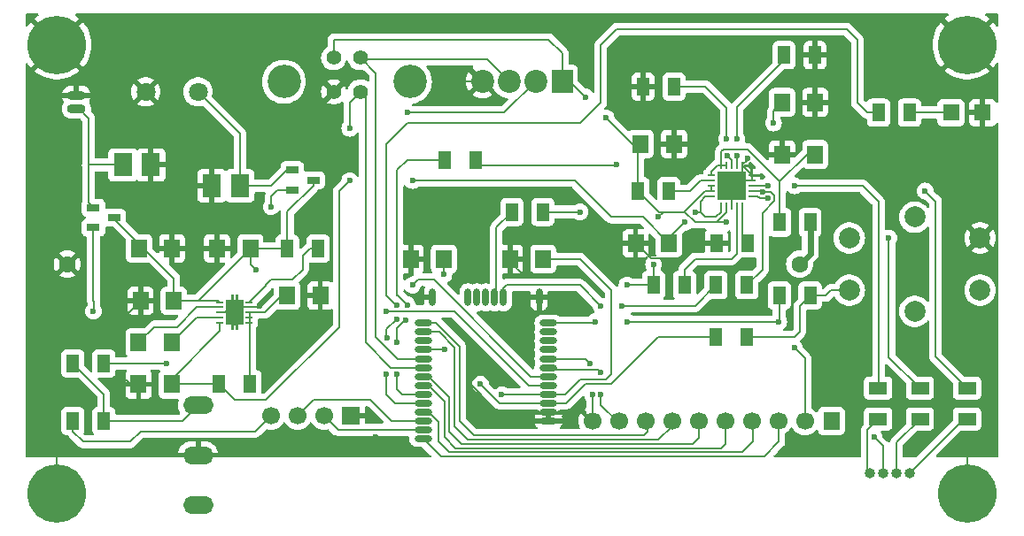
<source format=gbr>
%TF.GenerationSoftware,KiCad,Pcbnew,8.0.1*%
%TF.CreationDate,2024-04-01T02:15:42+02:00*%
%TF.ProjectId,ef_hbmob,65665f68-626d-46f6-922e-6b696361645f,rev?*%
%TF.SameCoordinates,Original*%
%TF.FileFunction,Copper,L1,Top*%
%TF.FilePolarity,Positive*%
%FSLAX46Y46*%
G04 Gerber Fmt 4.6, Leading zero omitted, Abs format (unit mm)*
G04 Created by KiCad (PCBNEW 8.0.1) date 2024-04-01 02:15:42*
%MOMM*%
%LPD*%
G01*
G04 APERTURE LIST*
G04 Aperture macros list*
%AMRoundRect*
0 Rectangle with rounded corners*
0 $1 Rounding radius*
0 $2 $3 $4 $5 $6 $7 $8 $9 X,Y pos of 4 corners*
0 Add a 4 corners polygon primitive as box body*
4,1,4,$2,$3,$4,$5,$6,$7,$8,$9,$2,$3,0*
0 Add four circle primitives for the rounded corners*
1,1,$1+$1,$2,$3*
1,1,$1+$1,$4,$5*
1,1,$1+$1,$6,$7*
1,1,$1+$1,$8,$9*
0 Add four rect primitives between the rounded corners*
20,1,$1+$1,$2,$3,$4,$5,0*
20,1,$1+$1,$4,$5,$6,$7,0*
20,1,$1+$1,$6,$7,$8,$9,0*
20,1,$1+$1,$8,$9,$2,$3,0*%
%AMFreePoly0*
4,1,21,-0.125000,1.200000,0.125000,1.200000,0.125000,1.700000,0.375000,1.700000,0.375000,1.200000,0.825000,1.200000,0.825000,-1.200000,0.375000,-1.200000,0.375000,-1.700000,0.125000,-1.700000,0.125000,-1.200000,-0.125000,-1.200000,-0.125000,-1.700000,-0.375000,-1.700000,-0.375000,-1.200000,-0.825000,-1.200000,-0.825000,1.200000,-0.375000,1.200000,-0.375000,1.700000,-0.125000,1.700000,
-0.125000,1.200000,-0.125000,1.200000,$1*%
G04 Aperture macros list end*
%TA.AperFunction,ComponentPad*%
%ADD10C,2.000000*%
%TD*%
%TA.AperFunction,ComponentPad*%
%ADD11C,3.600000*%
%TD*%
%TA.AperFunction,ConnectorPad*%
%ADD12C,5.600000*%
%TD*%
%TA.AperFunction,SMDPad,CuDef*%
%ADD13R,1.210000X1.700000*%
%TD*%
%TA.AperFunction,SMDPad,CuDef*%
%ADD14R,1.490000X1.730000*%
%TD*%
%TA.AperFunction,SMDPad,CuDef*%
%ADD15R,1.790000X2.200000*%
%TD*%
%TA.AperFunction,SMDPad,CuDef*%
%ADD16R,1.700000X1.210000*%
%TD*%
%TA.AperFunction,SMDPad,CuDef*%
%ADD17R,1.250000X0.700000*%
%TD*%
%TA.AperFunction,SMDPad,CuDef*%
%ADD18RoundRect,0.060000X-0.240000X-0.060000X0.240000X-0.060000X0.240000X0.060000X-0.240000X0.060000X0*%
%TD*%
%TA.AperFunction,ComponentPad*%
%ADD19C,0.500000*%
%TD*%
%TA.AperFunction,SMDPad,CuDef*%
%ADD20FreePoly0,0.000000*%
%TD*%
%TA.AperFunction,ComponentPad*%
%ADD21O,1.000000X1.000000*%
%TD*%
%TA.AperFunction,SMDPad,CuDef*%
%ADD22R,1.190000X1.730000*%
%TD*%
%TA.AperFunction,SMDPad,CuDef*%
%ADD23R,0.280000X0.660000*%
%TD*%
%TA.AperFunction,SMDPad,CuDef*%
%ADD24R,0.660000X0.280000*%
%TD*%
%TA.AperFunction,SMDPad,CuDef*%
%ADD25R,2.700000X2.700000*%
%TD*%
%TA.AperFunction,ComponentPad*%
%ADD26R,1.570000X1.700000*%
%TD*%
%TA.AperFunction,ComponentPad*%
%ADD27C,1.700000*%
%TD*%
%TA.AperFunction,SMDPad,CuDef*%
%ADD28O,1.700000X0.600000*%
%TD*%
%TA.AperFunction,SMDPad,CuDef*%
%ADD29O,0.600000X1.700000*%
%TD*%
%TA.AperFunction,SMDPad,CuDef*%
%ADD30R,1.630000X1.600000*%
%TD*%
%TA.AperFunction,ComponentPad*%
%ADD31R,2.000000X2.200000*%
%TD*%
%TA.AperFunction,ComponentPad*%
%ADD32C,2.200000*%
%TD*%
%TA.AperFunction,ComponentPad*%
%ADD33C,1.800000*%
%TD*%
%TA.AperFunction,ComponentPad*%
%ADD34O,1.800000X0.900000*%
%TD*%
%TA.AperFunction,ComponentPad*%
%ADD35R,1.700000X1.700000*%
%TD*%
%TA.AperFunction,ComponentPad*%
%ADD36C,3.200000*%
%TD*%
%TA.AperFunction,ComponentPad*%
%ADD37C,1.400000*%
%TD*%
%TA.AperFunction,ComponentPad*%
%ADD38O,2.900000X1.700000*%
%TD*%
%TA.AperFunction,ComponentPad*%
%ADD39C,1.600000*%
%TD*%
%TA.AperFunction,ViaPad*%
%ADD40C,0.600000*%
%TD*%
%TA.AperFunction,Conductor*%
%ADD41C,0.200000*%
%TD*%
%TA.AperFunction,Conductor*%
%ADD42C,0.600000*%
%TD*%
G04 APERTURE END LIST*
D10*
%TO.P,SW2,*%
%TO.N,*%
X140467157Y-61467157D03*
X140467157Y-70467157D03*
%TO.P,SW2,1,1*%
%TO.N,unconnected-(SW2-Pad1)*%
X146717157Y-68467157D03*
%TO.P,SW2,2,2*%
%TO.N,Net-(R8-Pad2)*%
X134217157Y-68467157D03*
%TO.P,SW2,3,3*%
%TO.N,GND*%
X146717157Y-63467157D03*
%TO.P,SW2,4,4*%
%TO.N,unconnected-(SW2-Pad4)*%
X134217157Y-63467157D03*
%TD*%
D11*
%TO.P,H1,1,1*%
%TO.N,GND*%
X58467157Y-44967157D03*
D12*
X58467157Y-44967157D03*
%TD*%
D13*
%TO.P,R11,1*%
%TO.N,Net-(U1-PO.18)*%
X95507157Y-55967157D03*
%TO.P,R11,2*%
%TO.N,LED_R*%
X98467157Y-55967157D03*
%TD*%
%TO.P,R18,1*%
%TO.N,+3.3V*%
X80507157Y-64467157D03*
%TO.P,R18,2*%
%TO.N,Net-(U2-FB)*%
X83467157Y-64467157D03*
%TD*%
%TO.P,R8,1*%
%TO.N,+3.3V*%
X127507157Y-68967157D03*
%TO.P,R8,2*%
%TO.N,Net-(R8-Pad2)*%
X130467157Y-68967157D03*
%TD*%
D14*
%TO.P,C9,1*%
%TO.N,GND*%
X66467157Y-69467157D03*
%TO.P,C9,2*%
%TO.N,+3.3V*%
X69647157Y-69467157D03*
%TD*%
D15*
%TO.P,D1,1,K*%
%TO.N,Net-(D1-K)*%
X64787157Y-56467157D03*
%TO.P,D1,2,A*%
%TO.N,GND*%
X67467157Y-56467157D03*
%TD*%
D16*
%TO.P,R17,1*%
%TO.N,Net-(D3-RK)*%
X145467157Y-80797157D03*
%TO.P,R17,2*%
%TO.N,LED_B*%
X145467157Y-77837157D03*
%TD*%
D13*
%TO.P,R7,1*%
%TO.N,GND*%
X130927157Y-45967157D03*
%TO.P,R7,2*%
%TO.N,Net-(BT2-PROG3)*%
X127967157Y-45967157D03*
%TD*%
%TO.P,R5,1*%
%TO.N,GND*%
X121507157Y-63967157D03*
%TO.P,R5,2*%
%TO.N,Net-(BT2-THERM)*%
X124467157Y-63967157D03*
%TD*%
D17*
%TO.P,Q3,1,D*%
%TO.N,Net-(BZ1-+)*%
X80967157Y-56967157D03*
%TO.P,Q3,2,G*%
%TO.N,BUZZER*%
X80967157Y-58867157D03*
%TO.P,Q3,3,S*%
%TO.N,+3.3V*%
X82967157Y-57917157D03*
%TD*%
D14*
%TO.P,C8,1*%
%TO.N,SYSTEM_LOAD*%
X69467157Y-77467157D03*
%TO.P,C8,2*%
%TO.N,GND*%
X66287157Y-77467157D03*
%TD*%
D18*
%TO.P,U2,1,VOUT*%
%TO.N,+3.3V*%
X74067157Y-69597157D03*
%TO.P,U2,2,L2*%
%TO.N,Net-(U2-L2)*%
X74067157Y-70097157D03*
%TO.P,U2,3,PGND*%
%TO.N,GND*%
X74067157Y-70597157D03*
%TO.P,U2,4,L1*%
%TO.N,Net-(U2-L1)*%
X74067157Y-71097157D03*
%TO.P,U2,5,VIN*%
%TO.N,SYSTEM_LOAD*%
X74067157Y-71597157D03*
%TO.P,U2,6,EN*%
%TO.N,Net-(U2-EN)*%
X76867157Y-71597157D03*
%TO.P,U2,7,PS/SYNC*%
X76867157Y-71097157D03*
%TO.P,U2,8,VINA*%
X76867157Y-70597157D03*
%TO.P,U2,9,GND*%
%TO.N,GND*%
X76867157Y-70097157D03*
%TO.P,U2,10,FB*%
%TO.N,Net-(U2-FB)*%
X76867157Y-69597157D03*
D19*
%TO.P,U2,11,PGND*%
%TO.N,GND*%
X74892157Y-70597157D03*
X75467157Y-69647157D03*
D20*
X75467157Y-70597157D03*
D19*
X75467157Y-71547157D03*
X76042157Y-70597157D03*
%TD*%
D14*
%TO.P,C5,1*%
%TO.N,GND*%
X113787157Y-63967157D03*
%TO.P,C5,2*%
%TO.N,SYSTEM_LOAD*%
X116967157Y-63967157D03*
%TD*%
D21*
%TO.P,D3,1,A*%
%TO.N,LEDs*%
X137457157Y-85967157D03*
%TO.P,D3,2,BK*%
%TO.N,Net-(D3-BK)*%
X136207157Y-85967157D03*
%TO.P,D3,3,GK*%
%TO.N,Net-(D3-GK)*%
X138717157Y-85967157D03*
%TO.P,D3,4,RK*%
%TO.N,Net-(D3-RK)*%
X139967157Y-85967157D03*
%TD*%
D13*
%TO.P,R1,1*%
%TO.N,+3.3V*%
X60007157Y-80967157D03*
%TO.P,R1,2*%
%TO.N,Net-(SW1-A)*%
X62967157Y-80967157D03*
%TD*%
D14*
%TO.P,C2,1*%
%TO.N,+3.3V*%
X127787157Y-50467157D03*
%TO.P,C2,2*%
%TO.N,GND*%
X130967157Y-50467157D03*
%TD*%
D11*
%TO.P,H3,1,1*%
%TO.N,GND*%
X58467157Y-87967157D03*
D12*
X58467157Y-87967157D03*
%TD*%
D14*
%TO.P,C11,1*%
%TO.N,LEDs*%
X114287157Y-54467157D03*
%TO.P,C11,2*%
%TO.N,GND*%
X117467157Y-54467157D03*
%TD*%
%TO.P,C10,1*%
%TO.N,GND*%
X73787157Y-64467157D03*
%TO.P,C10,2*%
%TO.N,+3.3V*%
X76967157Y-64467157D03*
%TD*%
D11*
%TO.P,H2,1,1*%
%TO.N,GND*%
X145467157Y-44967157D03*
D12*
X145467157Y-44967157D03*
%TD*%
D15*
%TO.P,D2,1,K*%
%TO.N,Net-(BZ1-+)*%
X75967157Y-58467157D03*
%TO.P,D2,2,A*%
%TO.N,GND*%
X73287157Y-58467157D03*
%TD*%
D22*
%TO.P,F1,1*%
%TO.N,Net-(BT1-+)*%
X130467157Y-61967157D03*
%TO.P,F1,2*%
%TO.N,+BATT*%
X127567157Y-61967157D03*
%TD*%
D14*
%TO.P,C3,1*%
%TO.N,GND*%
X101787157Y-65467157D03*
%TO.P,C3,2*%
%TO.N,MODE*%
X104967157Y-65467157D03*
%TD*%
D13*
%TO.P,R3,1*%
%TO.N,LEDs*%
X114007157Y-58967157D03*
%TO.P,R3,2*%
%TO.N,Net-(BT2-CE)*%
X116967157Y-58967157D03*
%TD*%
D17*
%TO.P,Q1,1,D*%
%TO.N,Net-(D1-K)*%
X61967157Y-60567157D03*
%TO.P,Q1,2,G*%
%TO.N,MOTOR*%
X61967157Y-62467157D03*
%TO.P,Q1,3,S*%
%TO.N,+3.3V*%
X63967157Y-61517157D03*
%TD*%
D14*
%TO.P,C6,1*%
%TO.N,GND*%
X92287157Y-65467157D03*
%TO.P,C6,2*%
%TO.N,ALARM*%
X95467157Y-65467157D03*
%TD*%
%TO.P,C1,1*%
%TO.N,+3.3V*%
X66320000Y-64467157D03*
%TO.P,C1,2*%
%TO.N,GND*%
X69500000Y-64467157D03*
%TD*%
D16*
%TO.P,R16,1*%
%TO.N,Net-(D3-GK)*%
X140967157Y-80797157D03*
%TO.P,R16,2*%
%TO.N,LED_G*%
X140967157Y-77837157D03*
%TD*%
D13*
%TO.P,R14,1*%
%TO.N,Net-(D6-A)*%
X139967157Y-51467157D03*
%TO.P,R14,2*%
%TO.N,STATUS_LED*%
X137007157Y-51467157D03*
%TD*%
%TO.P,R10,1*%
%TO.N,SYSTEM_LOAD*%
X73967157Y-77467157D03*
%TO.P,R10,2*%
%TO.N,Net-(U2-EN)*%
X76927157Y-77467157D03*
%TD*%
D23*
%TO.P,BT2,1,OUT_1*%
%TO.N,SYSTEM_LOAD*%
X121967157Y-60377157D03*
%TO.P,BT2,2,VPCC*%
%TO.N,LEDs*%
X122467157Y-60377157D03*
%TO.P,BT2,3,SEL*%
%TO.N,GND*%
X122967157Y-60377157D03*
%TO.P,BT2,4,PROG2*%
%TO.N,Net-(BT2-PROG2)*%
X123467157Y-60377157D03*
%TO.P,BT2,5,THERM*%
%TO.N,Net-(BT2-THERM)*%
X123967157Y-60377157D03*
D24*
%TO.P,BT2,6,~{PG}*%
%TO.N,LED_G*%
X124877157Y-59467157D03*
%TO.P,BT2,7,STAT2*%
%TO.N,LED_B*%
X124877157Y-58967157D03*
%TO.P,BT2,8,STAT1/~{LBO}*%
%TO.N,LED_R*%
X124877157Y-58467157D03*
%TO.P,BT2,9,~{TE}*%
%TO.N,GND*%
X124877157Y-57967157D03*
%TO.P,BT2,10,VSS_1*%
X124877157Y-57467157D03*
D23*
%TO.P,BT2,11,VSS_2*%
X123967157Y-56557157D03*
%TO.P,BT2,12,PROG3*%
%TO.N,Net-(BT2-PROG3)*%
X123467157Y-56557157D03*
%TO.P,BT2,13,PROG1*%
%TO.N,Net-(BT2-PROG1)*%
X122967157Y-56557157D03*
%TO.P,BT2,14,VBAT_1*%
%TO.N,+BATT*%
X122467157Y-56557157D03*
%TO.P,BT2,15,VBAT_2*%
X121967157Y-56557157D03*
D24*
%TO.P,BT2,16,VBAT_SENSE*%
X121057157Y-57467157D03*
%TO.P,BT2,17,CE*%
%TO.N,Net-(BT2-CE)*%
X121057157Y-57967157D03*
%TO.P,BT2,18,IN_1*%
%TO.N,LEDs*%
X121057157Y-58467157D03*
%TO.P,BT2,19,IN_2*%
X121057157Y-58967157D03*
%TO.P,BT2,20,OUT_2*%
%TO.N,SYSTEM_LOAD*%
X121057157Y-59467157D03*
D25*
%TO.P,BT2,21,VSS_EP*%
%TO.N,GND*%
X122967157Y-58467157D03*
%TD*%
D14*
%TO.P,C4,1*%
%TO.N,GND*%
X127787157Y-55467157D03*
%TO.P,C4,2*%
%TO.N,+BATT*%
X130967157Y-55467157D03*
%TD*%
D26*
%TO.P,J3,1,Pin_1*%
%TO.N,GPIO.02*%
X132507157Y-80967157D03*
D27*
%TO.P,J3,2,Pin_2*%
%TO.N,GPIO.03*%
X129967157Y-80967157D03*
%TO.P,J3,3,Pin_3*%
%TO.N,GPIO.06*%
X127427157Y-80967157D03*
%TO.P,J3,4,Pin_4*%
%TO.N,GPIO.07*%
X124887157Y-80967157D03*
%TO.P,J3,5,Pin_5*%
%TO.N,GPIO.14*%
X122347157Y-80967157D03*
%TO.P,J3,6,Pin_6*%
%TO.N,GPIO.15*%
X119807157Y-80967157D03*
%TO.P,J3,7,Pin_7*%
%TO.N,GPIO.16*%
X117267157Y-80967157D03*
%TO.P,J3,8,Pin_8*%
%TO.N,GPIO.17*%
X114727157Y-80967157D03*
%TO.P,J3,9,Pin_9*%
%TO.N,+3.3V*%
X112187157Y-80967157D03*
%TO.P,J3,10,Pin_10*%
%TO.N,GND*%
X109647157Y-80967157D03*
%TD*%
D28*
%TO.P,U1,1,GND*%
%TO.N,GND*%
X105467157Y-80967157D03*
%TO.P,U1,2,GND*%
X105467157Y-80116834D03*
%TO.P,U1,3,PO.08*%
%TO.N,ALARM*%
X105467157Y-79266543D03*
%TO.P,U1,4,PO.29*%
%TO.N,MODE*%
X105467157Y-78416253D03*
%TO.P,U1,5,PO.30*%
%TO.N,MOTOR*%
X105467157Y-77565962D03*
%TO.P,U1,6,PO.28*%
%TO.N,BUZZER*%
X105467157Y-76715672D03*
%TO.P,U1,7,PO.03*%
%TO.N,GPIO.03*%
X105467157Y-75865382D03*
%TO.P,U1,8,PO.02*%
%TO.N,GPIO.02*%
X105467157Y-75015091D03*
%TO.P,U1,9,NC*%
%TO.N,unconnected-(U1-NC-Pad9)*%
X105467157Y-74164801D03*
%TO.P,U1,10,NC*%
%TO.N,unconnected-(U1-NC-Pad10)*%
X105467157Y-73314510D03*
%TO.P,U1,11,NC*%
%TO.N,unconnected-(U1-NC-Pad11)*%
X105467157Y-72464220D03*
%TO.P,U1,12,VCC*%
%TO.N,+3.3V*%
X105467157Y-71607730D03*
D29*
%TO.P,U1,13,GND*%
%TO.N,GND*%
X104561442Y-69157717D03*
%TO.P,U1,14,PO.04*%
%TO.N,Net-(U1-PO.04)*%
X101163348Y-69157717D03*
%TO.P,U1,15,PO.05*%
%TO.N,Net-(U1-PO.05)*%
X100313825Y-69157717D03*
%TO.P,U1,16,NC*%
%TO.N,unconnected-(U1-NC-Pad16)*%
X99464302Y-69157717D03*
%TO.P,U1,17,NC*%
%TO.N,unconnected-(U1-NC-Pad17)*%
X98614778Y-69157717D03*
%TO.P,U1,18,NC*%
%TO.N,unconnected-(U1-NC-Pad18)*%
X97765255Y-69157717D03*
%TO.P,U1,19,GND*%
%TO.N,GND*%
X94366687Y-69157717D03*
D28*
%TO.P,U1,20,PO.06*%
%TO.N,GPIO.06*%
X93467158Y-71613930D03*
%TO.P,U1,21,PO.07*%
%TO.N,GPIO.07*%
X93467158Y-72464223D03*
%TO.P,U1,22,NC*%
%TO.N,unconnected-(U1-NC-Pad22)*%
X93467158Y-73314516D03*
%TO.P,U1,23,VBUS*%
%TO.N,LEDs*%
X93467158Y-74164809D03*
%TO.P,U1,24,D-*%
%TO.N,D-*%
X93467158Y-75015101D03*
%TO.P,U1,25,D+*%
%TO.N,D+*%
X93467158Y-75865394D03*
%TO.P,U1,26,PO.14*%
%TO.N,GPIO.14*%
X93467158Y-76715687D03*
%TO.P,U1,27,PO.15*%
%TO.N,GPIO.15*%
X93467158Y-77565980D03*
%TO.P,U1,28,PO.18*%
%TO.N,Net-(U1-PO.18)*%
X93467158Y-78416273D03*
%TO.P,U1,29,PO.20*%
%TO.N,STATUS_LED*%
X93467158Y-79266566D03*
%TO.P,U1,30,PO.16*%
%TO.N,GPIO.16*%
X93467158Y-80116859D03*
%TO.P,U1,31,SWDCLK*%
%TO.N,SWDCLK*%
X93467158Y-80967152D03*
%TO.P,U1,32,SWDIO*%
%TO.N,SWDIO*%
X93467158Y-81817445D03*
%TO.P,U1,33,PO.17*%
%TO.N,GPIO.17*%
X93467158Y-82667738D03*
%TD*%
D13*
%TO.P,R9,1*%
%TO.N,Net-(R8-Pad2)*%
X124427157Y-72967157D03*
%TO.P,R9,2*%
%TO.N,ALARM*%
X121467157Y-72967157D03*
%TD*%
D14*
%TO.P,L1,1,1*%
%TO.N,Net-(U2-L2)*%
X66287157Y-73467157D03*
%TO.P,L1,2,2*%
%TO.N,Net-(U2-L1)*%
X69467157Y-73467157D03*
%TD*%
D11*
%TO.P,H4,1,1*%
%TO.N,GND*%
X145467157Y-87967157D03*
D12*
X145467157Y-87967157D03*
%TD*%
D30*
%TO.P,D6,1,K*%
%TO.N,GND*%
X146967157Y-51467157D03*
%TO.P,D6,2,A*%
%TO.N,Net-(D6-A)*%
X143927157Y-51467157D03*
%TD*%
D13*
%TO.P,R13,1*%
%TO.N,LED_B*%
X124427157Y-67967157D03*
%TO.P,R13,2*%
%TO.N,Net-(U1-PO.04)*%
X121467157Y-67967157D03*
%TD*%
D14*
%TO.P,C7,1*%
%TO.N,Net-(U2-EN)*%
X80467157Y-68967157D03*
%TO.P,C7,2*%
%TO.N,GND*%
X83647157Y-68967157D03*
%TD*%
D16*
%TO.P,R15,1*%
%TO.N,Net-(D3-BK)*%
X136967157Y-80797157D03*
%TO.P,R15,2*%
%TO.N,LED_R*%
X136967157Y-77837157D03*
%TD*%
D13*
%TO.P,R6,1*%
%TO.N,GND*%
X114507157Y-48967157D03*
%TO.P,R6,2*%
%TO.N,Net-(BT2-PROG1)*%
X117467157Y-48967157D03*
%TD*%
%TO.P,R4,1*%
%TO.N,LEDs*%
X115507157Y-67967157D03*
%TO.P,R4,2*%
%TO.N,Net-(BT2-PROG2)*%
X118467157Y-67967157D03*
%TD*%
%TO.P,R2,1*%
%TO.N,Net-(SW1-A)*%
X60007157Y-75467157D03*
%TO.P,R2,2*%
%TO.N,MODE*%
X62967157Y-75467157D03*
%TD*%
%TO.P,R12,1*%
%TO.N,LED_G*%
X104927157Y-60967157D03*
%TO.P,R12,2*%
%TO.N,Net-(U1-PO.05)*%
X101967157Y-60967157D03*
%TD*%
D31*
%TO.P,CN1,1,1*%
%TO.N,LEDs*%
X106777157Y-48467157D03*
D32*
%TO.P,CN1,2,2*%
%TO.N,D+*%
X104237157Y-48467157D03*
%TO.P,CN1,3,3*%
%TO.N,D-*%
X101697157Y-48467157D03*
%TO.P,CN1,4,4*%
%TO.N,GND*%
X99157157Y-48467157D03*
%TD*%
D33*
%TO.P,BZ1,1,+*%
%TO.N,Net-(BZ1-+)*%
X71967157Y-49467157D03*
%TO.P,BZ1,2,-*%
%TO.N,GND*%
X66967157Y-49467157D03*
%TD*%
D34*
%TO.P,M1,1,+*%
%TO.N,Net-(D1-K)*%
X60337157Y-51097157D03*
%TO.P,M1,2,-*%
%TO.N,GND*%
X60337157Y-49837157D03*
%TD*%
D35*
%TO.P,J2,1,Pin_1*%
%TO.N,GND*%
X86547157Y-80467157D03*
D27*
%TO.P,J2,2,Pin_2*%
%TO.N,SWDIO*%
X84007157Y-80467157D03*
%TO.P,J2,3,Pin_3*%
%TO.N,SWDCLK*%
X81467157Y-80467157D03*
%TO.P,J2,4,Pin_4*%
%TO.N,+3.3V*%
X78927157Y-80467157D03*
%TD*%
D36*
%TO.P,USB1,0,0*%
%TO.N,unconnected-(USB1-Pad0)_0*%
X92217157Y-48507157D03*
%TO.N,unconnected-(USB1-Pad0)*%
X80177157Y-48507157D03*
D37*
%TO.P,USB1,1,VCC*%
%TO.N,LEDs*%
X84927157Y-46207157D03*
%TO.P,USB1,2,D-*%
%TO.N,D-*%
X87467157Y-46207157D03*
%TO.P,USB1,3,D+*%
%TO.N,D+*%
X87467157Y-49467157D03*
%TO.P,USB1,4,GND*%
%TO.N,GND*%
X84927157Y-49467157D03*
%TD*%
D38*
%TO.P,SW1,1,A*%
%TO.N,Net-(SW1-A)*%
X71967157Y-79467157D03*
%TO.P,SW1,2,B*%
%TO.N,GND*%
X71967157Y-84267157D03*
%TO.P,SW1,3,C*%
%TO.N,unconnected-(SW1-C-Pad3)*%
X71967157Y-89067157D03*
%TD*%
D39*
%TO.P,BT1,1,+*%
%TO.N,Net-(BT1-+)*%
X129467157Y-65967157D03*
%TO.P,BT1,2,-*%
%TO.N,GND*%
X59467157Y-65967157D03*
%TD*%
D40*
%TO.N,Net-(U1-PO.18)*%
X90967157Y-76467157D03*
%TO.N,STATUS_LED*%
X89967157Y-76467157D03*
X90000000Y-73000000D03*
%TO.N,Net-(U1-PO.18)*%
X90967157Y-73467157D03*
X91793800Y-71293800D03*
%TO.N,STATUS_LED*%
X90967157Y-71212652D03*
X90967157Y-69867157D03*
%TO.N,Net-(U1-PO.18)*%
X91967157Y-69867157D03*
%TO.N,Net-(U1-PO.04)*%
X110467157Y-69967157D03*
X112467157Y-69967157D03*
%TO.N,Net-(BT2-PROG3)*%
X123467157Y-55567157D03*
%TO.N,Net-(BT2-PROG1)*%
X122500000Y-54000000D03*
X122567157Y-55567157D03*
%TO.N,Net-(BT2-PROG3)*%
X123467157Y-54000000D03*
%TO.N,GND*%
X100967157Y-71967157D03*
X97967157Y-74967157D03*
X64467157Y-74467157D03*
X64467157Y-76467157D03*
X102967157Y-66967157D03*
X103157717Y-69157717D03*
X96467157Y-42967157D03*
X96467157Y-47967157D03*
X88967157Y-82467157D03*
X91967157Y-62967157D03*
X83967157Y-61967157D03*
X83467157Y-71467157D03*
X92967157Y-68967157D03*
X88967157Y-80967157D03*
X124467157Y-55867157D03*
X78967157Y-71467157D03*
X77837157Y-69997157D03*
X125967157Y-54467157D03*
%TO.N,LEDs*%
X136567157Y-82500000D03*
X108967157Y-49967157D03*
X115507157Y-66007157D03*
X122467157Y-61967157D03*
X112967157Y-67967157D03*
X115967157Y-61467157D03*
X95567157Y-74164809D03*
X110967157Y-51967157D03*
%TO.N,SYSTEM_LOAD*%
X119467157Y-60967157D03*
X92467157Y-57967157D03*
X118467157Y-61967157D03*
X86467157Y-57967157D03*
%TO.N,LED_G*%
X126467157Y-59667157D03*
X138000000Y-63467157D03*
X108467157Y-60967157D03*
%TO.N,LED_B*%
X141467157Y-58967157D03*
X125901470Y-59067157D03*
%TO.N,LED_R*%
X128967157Y-58467157D03*
X111967157Y-56467157D03*
X126467157Y-58467157D03*
%TO.N,+3.3V*%
X112967157Y-71467157D03*
X126967157Y-52467157D03*
X77467157Y-66467157D03*
X128967157Y-73967157D03*
X127467157Y-71467157D03*
X109967157Y-71467157D03*
%TO.N,MODE*%
X101000000Y-78467157D03*
X68967157Y-75467157D03*
%TO.N,ALARM*%
X98967157Y-77467157D03*
X95467157Y-66967157D03*
%TO.N,D+*%
X86467157Y-52967157D03*
X91967157Y-51467157D03*
%TO.N,GPIO.02*%
X109467157Y-75467157D03*
X109667154Y-78467157D03*
%TO.N,GPIO.03*%
X110467157Y-76367157D03*
X110467157Y-78467157D03*
%TO.N,MOTOR*%
X61967157Y-70467157D03*
X89967157Y-70467157D03*
%TO.N,BUZZER*%
X78967157Y-60467157D03*
X92467157Y-67967157D03*
%TD*%
D41*
%TO.N,D-*%
X88967157Y-47707157D02*
X87467157Y-46207157D01*
X88967157Y-72967157D02*
X88967157Y-47707157D01*
X91015101Y-75015101D02*
X88967157Y-72967157D01*
X93467158Y-75015101D02*
X91015101Y-75015101D01*
%TO.N,LED_G*%
X138000000Y-74870000D02*
X140967157Y-77837157D01*
X138000000Y-63467157D02*
X138000000Y-74870000D01*
%TO.N,LED_R*%
X137000000Y-77804314D02*
X136967157Y-77837157D01*
X137000000Y-60000000D02*
X137000000Y-77804314D01*
X128967157Y-58467157D02*
X135467157Y-58467157D01*
X135467157Y-58467157D02*
X137000000Y-60000000D01*
%TO.N,Net-(BT2-PROG1)*%
X120467157Y-48967157D02*
X117467157Y-48967157D01*
X122500000Y-51000000D02*
X120467157Y-48967157D01*
X122500000Y-54000000D02*
X122500000Y-51000000D01*
%TO.N,LED_R*%
X99000000Y-56500000D02*
X98467157Y-55967157D01*
X111934314Y-56500000D02*
X99000000Y-56500000D01*
X111967157Y-56467157D02*
X111934314Y-56500000D01*
%TO.N,MOTOR*%
X103565962Y-77565962D02*
X105467157Y-77565962D01*
X96467157Y-70467157D02*
X103565962Y-77565962D01*
X89967157Y-70467157D02*
X96467157Y-70467157D01*
%TO.N,STATUS_LED*%
X135967157Y-51467157D02*
X137007157Y-51467157D01*
X134967157Y-50467157D02*
X135967157Y-51467157D01*
X134967157Y-44467157D02*
X134967157Y-50467157D01*
X133967157Y-43467157D02*
X134967157Y-44467157D01*
X111967157Y-43467157D02*
X133967157Y-43467157D01*
X110467157Y-44967157D02*
X111967157Y-43467157D01*
X91967157Y-52467157D02*
X108467157Y-52467157D01*
X89967157Y-68967157D02*
X89967157Y-54467157D01*
X108467157Y-52467157D02*
X110467157Y-50467157D01*
X90967157Y-69967157D02*
X89967157Y-68967157D01*
X89967157Y-54467157D02*
X91967157Y-52467157D01*
X110467157Y-50467157D02*
X110467157Y-44967157D01*
%TO.N,LED_G*%
X125452941Y-59467157D02*
X124877157Y-59467157D01*
X125652941Y-59667157D02*
X125452941Y-59467157D01*
X126467157Y-59667157D02*
X125652941Y-59667157D01*
%TO.N,LEDs*%
X136567157Y-82500000D02*
X137457157Y-83390000D01*
X137457157Y-83390000D02*
X137457157Y-85967157D01*
%TO.N,MODE*%
X101050904Y-78416253D02*
X105467157Y-78416253D01*
X101000000Y-78467157D02*
X101050904Y-78416253D01*
%TO.N,Net-(D1-K)*%
X61532843Y-56467157D02*
X64787157Y-56467157D01*
X61500000Y-56500000D02*
X61532843Y-56467157D01*
X61500000Y-60100000D02*
X61967157Y-60567157D01*
X61467157Y-56467157D02*
X61500000Y-56500000D01*
X61500000Y-56500000D02*
X61500000Y-60100000D01*
X61500000Y-56434314D02*
X61467157Y-56467157D01*
X60467157Y-50967157D02*
X61500000Y-52000000D01*
X61500000Y-52000000D02*
X61500000Y-56434314D01*
X60337157Y-51097157D02*
X60467157Y-50967157D01*
%TO.N,MOTOR*%
X61967157Y-69467157D02*
X61967157Y-62467157D01*
X62000000Y-69500000D02*
X61967157Y-69467157D01*
X61967157Y-70467157D02*
X62000000Y-70434314D01*
X62000000Y-70434314D02*
X62000000Y-69500000D01*
%TO.N,Net-(U1-PO.18)*%
X91467157Y-78467157D02*
X93467157Y-78467157D01*
X93467157Y-78467157D02*
X93467158Y-78416273D01*
X90967157Y-77967157D02*
X91467157Y-78467157D01*
X90967157Y-76467157D02*
X90967157Y-77967157D01*
%TO.N,STATUS_LED*%
X89967157Y-72967157D02*
X90000000Y-73000000D01*
%TO.N,Net-(BT2-PROG3)*%
X123467157Y-56557157D02*
X123467157Y-55567157D01*
X123467157Y-50967157D02*
X127967157Y-46467157D01*
X123467157Y-54000000D02*
X123467157Y-50967157D01*
X127967157Y-46467157D02*
X127967157Y-45967157D01*
%TO.N,Net-(BT2-PROG1)*%
X122500000Y-55500000D02*
X122567157Y-55567157D01*
X122967157Y-55967157D02*
X122500000Y-55500000D01*
X122967157Y-56557157D02*
X122967157Y-55967157D01*
%TO.N,+BATT*%
X122181802Y-54967157D02*
X124467157Y-54967157D01*
X121967157Y-55181802D02*
X122181802Y-54967157D01*
X121967157Y-56557157D02*
X121967157Y-55181802D01*
X124467157Y-54967157D02*
X127567157Y-58067157D01*
%TO.N,GND*%
X100967157Y-71967157D02*
X103157717Y-69776597D01*
X103157717Y-69776597D02*
X103157717Y-69157717D01*
X97967157Y-77467157D02*
X97967157Y-74967157D01*
X100616834Y-80116834D02*
X97967157Y-77467157D01*
X105467157Y-80116834D02*
X100616834Y-80116834D01*
X105467157Y-80116834D02*
X105467157Y-80967157D01*
X64467157Y-76467157D02*
X65467157Y-77467157D01*
X65467157Y-77467157D02*
X66287157Y-77467157D01*
X64967157Y-70967157D02*
X66467157Y-69467157D01*
X64967157Y-73967157D02*
X64967157Y-70967157D01*
X64467157Y-74467157D02*
X64967157Y-73967157D01*
X115227157Y-65407157D02*
X113787157Y-63967157D01*
X118027157Y-65407157D02*
X115227157Y-65407157D01*
X119467157Y-63967157D02*
X118027157Y-65407157D01*
X121507157Y-63967157D02*
X119467157Y-63967157D01*
X101787157Y-65467157D02*
X101787157Y-65787157D01*
X101787157Y-65787157D02*
X102967157Y-66967157D01*
X104561442Y-69157717D02*
X103157717Y-69157717D01*
X96967157Y-48467157D02*
X96467157Y-47967157D01*
X99157157Y-48467157D02*
X96967157Y-48467157D01*
X84927157Y-49467157D02*
X84967157Y-49467157D01*
D42*
%TO.N,Net-(BT1-+)*%
X130467157Y-64967157D02*
X130467157Y-61967157D01*
X129467157Y-65967157D02*
X130467157Y-64967157D01*
D41*
%TO.N,GND*%
X75467157Y-69647157D02*
X75467157Y-70022157D01*
X77837157Y-70097157D02*
X77937157Y-69997157D01*
X75467157Y-70022157D02*
X74892157Y-70597157D01*
X75467157Y-69647157D02*
X74517157Y-70597157D01*
X145467157Y-87967157D02*
X145467157Y-83967157D01*
X76867157Y-70097157D02*
X75967157Y-70097157D01*
X123467157Y-57967157D02*
X122967157Y-58467157D01*
X92287157Y-63287157D02*
X91967157Y-62967157D01*
X124877157Y-57467157D02*
X123967157Y-56557157D01*
X123967157Y-56557157D02*
X123967157Y-57467157D01*
X123967157Y-57467157D02*
X122967157Y-58467157D01*
X74517157Y-70597157D02*
X74067157Y-70597157D01*
X76042157Y-70597157D02*
X74517157Y-70597157D01*
X124877157Y-57967157D02*
X123467157Y-57967157D01*
X76867157Y-70097157D02*
X77837157Y-70097157D01*
X122967157Y-60377157D02*
X122967157Y-58467157D01*
X73787157Y-65287157D02*
X73787157Y-64467157D01*
X124467157Y-55967157D02*
X124467157Y-55867157D01*
X145467157Y-83967157D02*
X145967157Y-83467157D01*
X88467157Y-80467157D02*
X88967157Y-80967157D01*
X58467157Y-87967157D02*
X58467157Y-83967157D01*
X74067157Y-70597157D02*
X74892157Y-70597157D01*
X75467157Y-71172157D02*
X74892157Y-70597157D01*
X58467157Y-83967157D02*
X57967157Y-83467157D01*
X93157717Y-69157717D02*
X92967157Y-68967157D01*
X77937157Y-69997157D02*
X77837157Y-69997157D01*
X75467157Y-70597157D02*
X75467157Y-69647157D01*
X124877157Y-57967157D02*
X124877157Y-57467157D01*
X92287157Y-65467157D02*
X92287157Y-63287157D01*
X75467157Y-71547157D02*
X75467157Y-71172157D01*
X86547157Y-80467157D02*
X88467157Y-80467157D01*
X94366687Y-69157717D02*
X93157717Y-69157717D01*
X123967157Y-56467157D02*
X124467157Y-55967157D01*
X75967157Y-70097157D02*
X75467157Y-70597157D01*
X123967157Y-56557157D02*
X123967157Y-56467157D01*
%TO.N,LEDs*%
X108967157Y-49967157D02*
X107467157Y-48467157D01*
X95567157Y-74164809D02*
X93467158Y-74164809D01*
X115507157Y-67967157D02*
X115507157Y-66007157D01*
X84967157Y-44467157D02*
X105467157Y-44467157D01*
X118467157Y-60901471D02*
X120401471Y-58967157D01*
X122467157Y-61967157D02*
X121532843Y-61967157D01*
X118467157Y-60967157D02*
X118467157Y-60901471D01*
X114007157Y-58967157D02*
X114007157Y-54747157D01*
X119467157Y-61967157D02*
X118467157Y-60967157D01*
X84927157Y-44507157D02*
X84967157Y-44467157D01*
X118467157Y-60967157D02*
X116467157Y-60967157D01*
X115467157Y-65967157D02*
X115507157Y-66007157D01*
X121532843Y-61967157D02*
X119467157Y-61967157D01*
X107467157Y-48467157D02*
X106777157Y-48467157D01*
X106777157Y-45777157D02*
X106777157Y-48467157D01*
X120401471Y-58967157D02*
X121057157Y-58967157D01*
X84927157Y-46207157D02*
X84927157Y-44507157D01*
X122467157Y-61032843D02*
X121532843Y-61967157D01*
X122467157Y-60377157D02*
X122467157Y-61032843D01*
X116007157Y-60967157D02*
X114007157Y-58967157D01*
X105467157Y-44467157D02*
X106777157Y-45777157D01*
X121057157Y-58967157D02*
X121057157Y-58467157D01*
X114007157Y-54747157D02*
X114287157Y-54467157D01*
X114287157Y-54467157D02*
X113467157Y-54467157D01*
X115507157Y-67967157D02*
X112967157Y-67967157D01*
X116467157Y-60967157D02*
X116007157Y-60967157D01*
X116467157Y-60967157D02*
X115967157Y-61467157D01*
X113467157Y-54467157D02*
X110967157Y-51967157D01*
%TO.N,SYSTEM_LOAD*%
X121467157Y-61467157D02*
X121967157Y-60967157D01*
X86467157Y-57967157D02*
X85467157Y-58967157D01*
X85467157Y-71967157D02*
X78467157Y-78967157D01*
X74067157Y-72367157D02*
X74067157Y-71597157D01*
X121967157Y-60967157D02*
X121967157Y-60377157D01*
X75467157Y-78967157D02*
X73967157Y-77467157D01*
X78467157Y-78967157D02*
X75467157Y-78967157D01*
X119967157Y-60967157D02*
X119467157Y-60967157D01*
X69467157Y-76967157D02*
X74067157Y-72367157D01*
X69467157Y-77467157D02*
X73967157Y-77467157D01*
X116967157Y-63467157D02*
X116967157Y-63967157D01*
X120467157Y-59467157D02*
X119967157Y-59967157D01*
X85467157Y-58967157D02*
X85467157Y-71967157D01*
X69467157Y-77467157D02*
X69467157Y-76967157D01*
X111467157Y-61467157D02*
X107967157Y-57967157D01*
X118467157Y-61967157D02*
X116967157Y-63467157D01*
X116967157Y-63967157D02*
X114467157Y-61467157D01*
X120467157Y-61467157D02*
X121467157Y-61467157D01*
X121057157Y-59467157D02*
X120467157Y-59467157D01*
X119967157Y-60967157D02*
X120467157Y-61467157D01*
X119967157Y-59967157D02*
X119967157Y-60967157D01*
X107967157Y-57967157D02*
X92467157Y-57967157D01*
X114467157Y-61467157D02*
X111467157Y-61467157D01*
%TO.N,+BATT*%
X122467157Y-56557157D02*
X121577157Y-56557157D01*
X121577157Y-56557157D02*
X121057157Y-57077157D01*
X127567157Y-61967157D02*
X127567157Y-58067157D01*
X121057157Y-57077157D02*
X121057157Y-57467157D01*
X121967157Y-56557157D02*
X122467157Y-56557157D01*
X130967157Y-55467157D02*
X130167157Y-55467157D01*
X120967157Y-57467157D02*
X121057157Y-57467157D01*
X130167157Y-55467157D02*
X127567157Y-58067157D01*
%TO.N,Net-(BT2-CE)*%
X121057157Y-57967157D02*
X119967157Y-57967157D01*
X118967157Y-58967157D02*
X116967157Y-58967157D01*
X119967157Y-57967157D02*
X118967157Y-58967157D01*
%TO.N,LED_G*%
X104927157Y-60967157D02*
X107467157Y-60967157D01*
X107467157Y-60967157D02*
X108467157Y-60967157D01*
%TO.N,Net-(BT2-THERM)*%
X123967157Y-60377157D02*
X123967157Y-63467157D01*
X123967157Y-63467157D02*
X124467157Y-63967157D01*
%TO.N,LED_B*%
X141467157Y-58967157D02*
X142467157Y-59967157D01*
X124877157Y-58967157D02*
X124967157Y-58967157D01*
X142467157Y-59967157D02*
X142467157Y-74837157D01*
X125901470Y-66492844D02*
X125901470Y-61081373D01*
X125901470Y-61081373D02*
X127067157Y-59915686D01*
X126715686Y-59067157D02*
X125901470Y-59067157D01*
X127067157Y-59418628D02*
X126715686Y-59067157D01*
X125901470Y-59067157D02*
X125801470Y-58967157D01*
X127067157Y-59915686D02*
X127067157Y-59418628D01*
X124427157Y-67967157D02*
X125901470Y-66492844D01*
X142467157Y-74837157D02*
X145467157Y-77837157D01*
X125801470Y-58967157D02*
X124877157Y-58967157D01*
%TO.N,Net-(BT2-PROG2)*%
X122967157Y-65467157D02*
X119467157Y-65467157D01*
X123467157Y-60377157D02*
X123467157Y-64967157D01*
X123467157Y-64967157D02*
X122967157Y-65467157D01*
X118467157Y-66467157D02*
X118467157Y-67967157D01*
X119467157Y-65467157D02*
X118467157Y-66467157D01*
%TO.N,LED_R*%
X124877157Y-58467157D02*
X126467157Y-58467157D01*
%TO.N,Net-(BZ1-+)*%
X71967157Y-49467157D02*
X72467157Y-49467157D01*
X80467157Y-56967157D02*
X78967157Y-58467157D01*
X80967157Y-56967157D02*
X80467157Y-56967157D01*
X78967157Y-58467157D02*
X75967157Y-58467157D01*
X75967157Y-53467157D02*
X75967157Y-58467157D01*
X71967157Y-49467157D02*
X75967157Y-53467157D01*
%TO.N,+3.3V*%
X60007157Y-82007157D02*
X60967157Y-82967157D01*
X73937157Y-69467157D02*
X74067157Y-69597157D01*
X127787157Y-50467157D02*
X127967157Y-50467157D01*
X80507157Y-64467157D02*
X76967157Y-64467157D01*
X65467157Y-82967157D02*
X66467157Y-81967157D01*
X127507157Y-71427157D02*
X127507157Y-68967157D01*
X66467157Y-81967157D02*
X77427157Y-81967157D01*
X69647157Y-69467157D02*
X69647157Y-67327157D01*
X69647157Y-67327157D02*
X66787157Y-64467157D01*
X126967157Y-52467157D02*
X126967157Y-51287157D01*
X126967157Y-51287157D02*
X127787157Y-50467157D01*
X80507157Y-60927157D02*
X80507157Y-64467157D01*
X129967157Y-74967157D02*
X128967157Y-73967157D01*
X63967157Y-61647157D02*
X66787157Y-64467157D01*
X77427157Y-81967157D02*
X78927157Y-80467157D01*
X76967157Y-65967157D02*
X77467157Y-66467157D01*
X60967157Y-82967157D02*
X65467157Y-82967157D01*
X69647157Y-69467157D02*
X73937157Y-69467157D01*
X69647157Y-69467157D02*
X71967157Y-69467157D01*
X82967157Y-57917157D02*
X82967157Y-58467157D01*
X71967157Y-69467157D02*
X76967157Y-64467157D01*
X112967157Y-71467157D02*
X127467157Y-71467157D01*
X109826584Y-71607730D02*
X109967157Y-71467157D01*
X82967157Y-58467157D02*
X80507157Y-60927157D01*
X127467157Y-71467157D02*
X127507157Y-71427157D01*
X76967157Y-64467157D02*
X76967157Y-65967157D01*
X129967157Y-81467157D02*
X129967157Y-74967157D01*
X60007157Y-80967157D02*
X60007157Y-82007157D01*
X105467157Y-71607730D02*
X109826584Y-71607730D01*
X63967157Y-61517157D02*
X63967157Y-61647157D01*
%TO.N,MODE*%
X111467157Y-76467157D02*
X111467157Y-68467157D01*
X108467157Y-76967157D02*
X110967157Y-76967157D01*
X105467157Y-78416253D02*
X107018061Y-78416253D01*
X107018061Y-78416253D02*
X108467157Y-76967157D01*
X111467157Y-68467157D02*
X108467157Y-65467157D01*
X110967157Y-76967157D02*
X111467157Y-76467157D01*
X62967157Y-75467157D02*
X68967157Y-75467157D01*
X108467157Y-65467157D02*
X104967157Y-65467157D01*
%TO.N,ALARM*%
X111467157Y-77467157D02*
X115967157Y-72967157D01*
X115967157Y-72967157D02*
X121467157Y-72967157D01*
X105467157Y-79266543D02*
X107167771Y-79266543D01*
X95467157Y-66967157D02*
X95467157Y-65467157D01*
X100766543Y-79266543D02*
X105467157Y-79266543D01*
X108967157Y-77467157D02*
X111467157Y-77467157D01*
X98967157Y-77467157D02*
X100766543Y-79266543D01*
X107167771Y-79266543D02*
X108967157Y-77467157D01*
%TO.N,Net-(U2-EN)*%
X78337157Y-70597157D02*
X76867157Y-70597157D01*
X76927157Y-70657157D02*
X76867157Y-70597157D01*
X79967157Y-68967157D02*
X78337157Y-70597157D01*
X76927157Y-77467157D02*
X76927157Y-70657157D01*
X80467157Y-68967157D02*
X79967157Y-68967157D01*
%TO.N,D+*%
X90365394Y-75865394D02*
X87967157Y-73467157D01*
X86467157Y-50467157D02*
X87467157Y-49467157D01*
X104237157Y-48467157D02*
X101237157Y-51467157D01*
X93467158Y-75865394D02*
X90365394Y-75865394D01*
X87967157Y-49967157D02*
X87467157Y-49467157D01*
X87967157Y-73467157D02*
X87967157Y-49967157D01*
X101237157Y-51467157D02*
X91967157Y-51467157D01*
X104467157Y-48467157D02*
X104237157Y-48467157D01*
X86467157Y-52967157D02*
X86467157Y-50467157D01*
%TO.N,D-*%
X87467157Y-46207157D02*
X87597157Y-46337157D01*
X99567157Y-46337157D02*
X101697157Y-48467157D01*
X87597157Y-46337157D02*
X99567157Y-46337157D01*
%TO.N,Net-(D3-BK)*%
X135967157Y-85967157D02*
X135967157Y-81797157D01*
X136207157Y-85967157D02*
X135967157Y-85967157D01*
X135967157Y-81797157D02*
X136967157Y-80797157D01*
%TO.N,Net-(D3-GK)*%
X138717157Y-83047157D02*
X140967157Y-80797157D01*
X138717157Y-85967157D02*
X138717157Y-83047157D01*
%TO.N,Net-(D3-RK)*%
X139967157Y-85967157D02*
X145137157Y-80797157D01*
X145137157Y-80797157D02*
X145467157Y-80797157D01*
%TO.N,Net-(D6-A)*%
X143927157Y-51467157D02*
X139967157Y-51467157D01*
X143927157Y-51467157D02*
X143967157Y-51467157D01*
%TO.N,SWDCLK*%
X93467158Y-80967152D02*
X90467152Y-80967152D01*
X88467157Y-78967157D02*
X82967157Y-78967157D01*
X82967157Y-78967157D02*
X81467157Y-80467157D01*
X90467152Y-80967152D02*
X88467157Y-78967157D01*
%TO.N,SWDIO*%
X85357445Y-81817445D02*
X84007157Y-80467157D01*
X93467158Y-81817445D02*
X85357445Y-81817445D01*
%TO.N,GPIO.06*%
X114967157Y-80967157D02*
X114967157Y-81967157D01*
X96967157Y-80967157D02*
X96967157Y-73850594D01*
X94730493Y-71613930D02*
X93467158Y-71613930D01*
X114967157Y-81967157D02*
X114567157Y-82367157D01*
X98367157Y-82367157D02*
X96967157Y-80967157D01*
X114567157Y-82367157D02*
X98367157Y-82367157D01*
X114727157Y-80967157D02*
X114967157Y-80967157D01*
X96967157Y-73850594D02*
X94730493Y-71613930D01*
%TO.N,GPIO.02*%
X109647157Y-78487154D02*
X109647157Y-81467157D01*
X109667154Y-78467157D02*
X109647157Y-78487154D01*
X109647157Y-81467157D02*
X109967157Y-81467157D01*
X109467157Y-75467157D02*
X109015091Y-75015091D01*
X109015091Y-75015091D02*
X105467157Y-75015091D01*
%TO.N,GPIO.14*%
X94015393Y-76715687D02*
X96000000Y-78700294D01*
X96000000Y-82000000D02*
X97167157Y-83167157D01*
X93467158Y-76715687D02*
X94015393Y-76715687D01*
X119807157Y-82627157D02*
X119807157Y-81467157D01*
X119267157Y-83167157D02*
X119807157Y-82627157D01*
X97167157Y-83167157D02*
X119267157Y-83167157D01*
X96000000Y-78700294D02*
X96000000Y-82000000D01*
%TO.N,GPIO.17*%
X127467157Y-81507157D02*
X127427157Y-81467157D01*
X95166577Y-84367157D02*
X126067157Y-84367157D01*
X127467157Y-82967157D02*
X127467157Y-81507157D01*
X126067157Y-84367157D02*
X127467157Y-82967157D01*
X93467158Y-82667738D02*
X95166577Y-84367157D01*
%TO.N,GPIO.07*%
X95015100Y-72464223D02*
X93467158Y-72464223D01*
X96467157Y-73916280D02*
X95015100Y-72464223D01*
X115967157Y-82767157D02*
X97767157Y-82767157D01*
X117267157Y-81467157D02*
X117467157Y-81467157D01*
X97767157Y-82767157D02*
X96467157Y-81467157D01*
X96467157Y-81467157D02*
X96467157Y-73916280D01*
X117267157Y-81467157D02*
X115967157Y-82767157D01*
%TO.N,GPIO.15*%
X94015393Y-77565980D02*
X93467158Y-77565980D01*
X96567157Y-83567157D02*
X95549710Y-82549710D01*
X95549710Y-82549710D02*
X95549710Y-82467157D01*
X121967157Y-83567157D02*
X96567157Y-83567157D01*
X122347157Y-81467157D02*
X122347157Y-83187157D01*
X122347157Y-83187157D02*
X121967157Y-83567157D01*
X95549710Y-79100297D02*
X94015393Y-77565980D01*
X95549710Y-82467157D02*
X95549710Y-79100297D01*
%TO.N,GPIO.03*%
X105668932Y-76067157D02*
X105467157Y-75865382D01*
X106118932Y-75967157D02*
X106017157Y-75865382D01*
X110467157Y-78467157D02*
X110467157Y-79467157D01*
X110467157Y-79467157D02*
X112187157Y-81187157D01*
X110467157Y-76367157D02*
X110167157Y-76067157D01*
X110167157Y-76067157D02*
X105668932Y-76067157D01*
X112187157Y-81187157D02*
X112187157Y-81467157D01*
X106017157Y-75865382D02*
X105467157Y-75865382D01*
%TO.N,GPIO.16*%
X94967157Y-82967157D02*
X95967157Y-83967157D01*
X94265686Y-80367152D02*
X94967157Y-81068623D01*
X94967157Y-81068623D02*
X94967157Y-82967157D01*
X123967157Y-83967157D02*
X124967157Y-82967157D01*
X124967157Y-82967157D02*
X124967157Y-81467157D01*
X95967157Y-83967157D02*
X123967157Y-83967157D01*
X124967157Y-81467157D02*
X124887157Y-81467157D01*
X93717451Y-80367152D02*
X94265686Y-80367152D01*
X93467158Y-80116859D02*
X93717451Y-80367152D01*
%TO.N,Net-(U2-L1)*%
X69467157Y-73467157D02*
X71837157Y-71097157D01*
X71837157Y-71097157D02*
X74067157Y-71097157D01*
%TO.N,Net-(U2-L2)*%
X66287157Y-73467157D02*
X67787157Y-71967157D01*
X67787157Y-71967157D02*
X69967157Y-71967157D01*
X69967157Y-71967157D02*
X71837157Y-70097157D01*
X71837157Y-70097157D02*
X74067157Y-70097157D01*
%TO.N,MOTOR*%
X105467157Y-77565962D02*
X105868352Y-77565962D01*
X105868352Y-77565962D02*
X105967157Y-77467157D01*
%TO.N,BUZZER*%
X92467157Y-67967157D02*
X92967157Y-67467157D01*
X78967157Y-59467157D02*
X79567157Y-58867157D01*
X92967157Y-67467157D02*
X94520906Y-67467157D01*
X79567157Y-58867157D02*
X80967157Y-58867157D01*
X94520906Y-67467157D02*
X103769421Y-76715672D01*
X78967157Y-60467157D02*
X78967157Y-59467157D01*
X103769421Y-76715672D02*
X105467157Y-76715672D01*
%TO.N,Net-(SW1-A)*%
X62967157Y-78427157D02*
X60007157Y-75467157D01*
X62967157Y-80967157D02*
X62967157Y-78427157D01*
X70467157Y-80967157D02*
X71967157Y-79467157D01*
X62967157Y-80967157D02*
X70467157Y-80967157D01*
%TO.N,Net-(R8-Pad2)*%
X132467157Y-68467157D02*
X131967157Y-68967157D01*
X130467157Y-68967157D02*
X129467157Y-69967157D01*
X128967157Y-72967157D02*
X124427157Y-72967157D01*
X131967157Y-68967157D02*
X130467157Y-68967157D01*
X129467157Y-72467157D02*
X128967157Y-72967157D01*
X129467157Y-69967157D02*
X129467157Y-72467157D01*
X133717157Y-68467157D02*
X132467157Y-68467157D01*
%TO.N,Net-(U1-PO.18)*%
X91917157Y-69780760D02*
X91070711Y-68934314D01*
X91000000Y-68934314D02*
X91000000Y-56934314D01*
X91967157Y-55967157D02*
X95507157Y-55967157D01*
X90967157Y-72120443D02*
X90967157Y-73467157D01*
X91967157Y-69967157D02*
X91917157Y-69917157D01*
X91658501Y-71429099D02*
X90967157Y-72120443D01*
X91917157Y-69917157D02*
X91917157Y-69780760D01*
X91000000Y-56934314D02*
X91967157Y-55967157D01*
X91070711Y-68934314D02*
X91000000Y-68934314D01*
%TO.N,Net-(U1-PO.05)*%
X100467157Y-68967157D02*
X100467157Y-62467157D01*
X100467157Y-62467157D02*
X101967157Y-60967157D01*
X100313825Y-69157717D02*
X100313825Y-69120489D01*
X100313825Y-69120489D02*
X100467157Y-68967157D01*
%TO.N,Net-(U1-PO.04)*%
X101163348Y-68270966D02*
X101467157Y-67967157D01*
X112467157Y-69967157D02*
X119467157Y-69967157D01*
X119467157Y-69967157D02*
X121467157Y-67967157D01*
X101163348Y-69157717D02*
X101163348Y-68270966D01*
X108467157Y-67967157D02*
X110467157Y-69967157D01*
X101467157Y-67967157D02*
X108467157Y-67967157D01*
%TO.N,STATUS_LED*%
X89967157Y-76467157D02*
X89967157Y-78467157D01*
X90766566Y-79266566D02*
X93467158Y-79266566D01*
X89967157Y-72210214D02*
X90964719Y-71212652D01*
X90964719Y-71212652D02*
X90967157Y-71212652D01*
X89967157Y-72967157D02*
X89967157Y-72210214D01*
X89967157Y-78467157D02*
X90766566Y-79266566D01*
%TO.N,Net-(U2-FB)*%
X81967157Y-66467157D02*
X80967157Y-67467157D01*
X78467157Y-67967157D02*
X78467157Y-67997157D01*
X81967157Y-65162157D02*
X81967157Y-66467157D01*
X80967157Y-67467157D02*
X78967157Y-67467157D01*
X82662157Y-64467157D02*
X81967157Y-65162157D01*
X78467157Y-67997157D02*
X76867157Y-69597157D01*
X83467157Y-64467157D02*
X82662157Y-64467157D01*
X78967157Y-67467157D02*
X78467157Y-67967157D01*
%TD*%
%TA.AperFunction,Conductor*%
%TO.N,GND*%
G36*
X143671912Y-41987342D02*
G01*
X143717667Y-42040146D01*
X143727611Y-42109304D01*
X143698586Y-42172860D01*
X143668801Y-42197908D01*
X143612527Y-42231766D01*
X143612524Y-42231768D01*
X143327643Y-42448327D01*
X143327642Y-42448328D01*
X143314414Y-42460859D01*
X143314413Y-42460860D01*
X144526458Y-43672905D01*
X144424827Y-43746745D01*
X144246745Y-43924827D01*
X144172905Y-44026458D01*
X142963599Y-42817152D01*
X142963598Y-42817153D01*
X142836190Y-42967149D01*
X142635375Y-43263329D01*
X142467763Y-43579479D01*
X142467754Y-43579497D01*
X142335306Y-43911917D01*
X142335304Y-43911924D01*
X142239578Y-44256699D01*
X142239572Y-44256725D01*
X142181684Y-44609825D01*
X142181683Y-44609842D01*
X142162310Y-44967154D01*
X142162310Y-44967159D01*
X142181683Y-45324471D01*
X142181684Y-45324488D01*
X142239572Y-45677588D01*
X142239578Y-45677614D01*
X142335304Y-46022389D01*
X142335306Y-46022396D01*
X142467754Y-46354816D01*
X142467763Y-46354834D01*
X142635375Y-46670984D01*
X142836181Y-46967151D01*
X142836192Y-46967165D01*
X142963598Y-47117159D01*
X142963599Y-47117159D01*
X144172904Y-45907854D01*
X144246745Y-46009487D01*
X144424827Y-46187569D01*
X144526457Y-46261408D01*
X143314414Y-47473451D01*
X143327652Y-47485993D01*
X143612524Y-47702545D01*
X143612527Y-47702547D01*
X143919147Y-47887033D01*
X144243896Y-48037279D01*
X144243901Y-48037280D01*
X144583012Y-48151540D01*
X144932496Y-48228468D01*
X145288232Y-48267156D01*
X145288242Y-48267157D01*
X145646072Y-48267157D01*
X145646081Y-48267156D01*
X146001817Y-48228468D01*
X146351301Y-48151540D01*
X146690412Y-48037280D01*
X146690417Y-48037279D01*
X147015166Y-47887033D01*
X147321786Y-47702547D01*
X147321789Y-47702545D01*
X147606666Y-47485988D01*
X147619899Y-47473452D01*
X147619899Y-47473451D01*
X146407856Y-46261408D01*
X146509487Y-46187569D01*
X146687569Y-46009487D01*
X146761408Y-45907855D01*
X147970713Y-47117159D01*
X148098126Y-46967159D01*
X148240023Y-46757877D01*
X148293938Y-46713436D01*
X148363320Y-46705198D01*
X148426142Y-46735778D01*
X148462458Y-46795469D01*
X148466657Y-46827464D01*
X148466657Y-50384321D01*
X148446972Y-50451360D01*
X148394168Y-50497115D01*
X148325010Y-50507059D01*
X148261454Y-50478034D01*
X148229995Y-50432725D01*
X148229761Y-50432853D01*
X148228571Y-50430674D01*
X148226475Y-50427655D01*
X148225510Y-50425068D01*
X148225507Y-50425063D01*
X148139347Y-50309969D01*
X148139344Y-50309966D01*
X148024250Y-50223806D01*
X148024243Y-50223802D01*
X147889536Y-50173560D01*
X147889529Y-50173558D01*
X147830001Y-50167157D01*
X147217157Y-50167157D01*
X147217157Y-52767157D01*
X147829985Y-52767157D01*
X147830001Y-52767156D01*
X147889529Y-52760755D01*
X147889536Y-52760753D01*
X148024243Y-52710511D01*
X148024250Y-52710507D01*
X148139344Y-52624347D01*
X148139347Y-52624344D01*
X148225507Y-52509250D01*
X148225511Y-52509243D01*
X148226474Y-52506662D01*
X148228126Y-52504454D01*
X148229761Y-52501461D01*
X148230191Y-52501695D01*
X148268344Y-52450727D01*
X148333807Y-52426308D01*
X148402081Y-52441158D01*
X148451487Y-52490562D01*
X148466657Y-52549992D01*
X148466657Y-63418087D01*
X148451916Y-63468287D01*
X148464113Y-63491235D01*
X148466657Y-63516226D01*
X148466657Y-68412029D01*
X148449624Y-68470034D01*
X148464113Y-68497293D01*
X148466657Y-68522284D01*
X148466657Y-84343157D01*
X148446972Y-84410196D01*
X148394168Y-84455951D01*
X148342657Y-84467157D01*
X142615753Y-84467157D01*
X142548714Y-84447472D01*
X142502959Y-84394668D01*
X142493015Y-84325510D01*
X142522040Y-84261954D01*
X142528072Y-84255476D01*
X144844573Y-81938975D01*
X144905896Y-81905490D01*
X144932254Y-81902656D01*
X146365028Y-81902656D01*
X146365029Y-81902656D01*
X146424640Y-81896248D01*
X146559488Y-81845953D01*
X146674703Y-81759703D01*
X146760953Y-81644488D01*
X146811248Y-81509640D01*
X146817657Y-81450030D01*
X146817656Y-80144285D01*
X146811248Y-80084674D01*
X146805733Y-80069888D01*
X146760954Y-79949828D01*
X146760950Y-79949821D01*
X146674704Y-79834612D01*
X146674701Y-79834609D01*
X146559492Y-79748363D01*
X146559485Y-79748359D01*
X146424639Y-79698065D01*
X146424640Y-79698065D01*
X146365040Y-79691658D01*
X146365038Y-79691657D01*
X146365030Y-79691657D01*
X146365021Y-79691657D01*
X144569286Y-79691657D01*
X144569280Y-79691658D01*
X144509673Y-79698065D01*
X144374828Y-79748359D01*
X144374821Y-79748363D01*
X144259612Y-79834609D01*
X144259609Y-79834612D01*
X144173363Y-79949821D01*
X144173359Y-79949828D01*
X144123065Y-80084674D01*
X144116658Y-80144273D01*
X144116658Y-80144280D01*
X144116657Y-80144292D01*
X144116657Y-80917059D01*
X144096972Y-80984098D01*
X144080338Y-81004740D01*
X140654240Y-84430838D01*
X140592917Y-84464323D01*
X140566559Y-84467157D01*
X139441657Y-84467157D01*
X139374618Y-84447472D01*
X139328863Y-84394668D01*
X139317657Y-84343157D01*
X139317657Y-83347254D01*
X139337342Y-83280215D01*
X139353976Y-83259573D01*
X140674574Y-81938975D01*
X140735897Y-81905490D01*
X140762255Y-81902656D01*
X141865028Y-81902656D01*
X141865029Y-81902656D01*
X141924640Y-81896248D01*
X142059488Y-81845953D01*
X142174703Y-81759703D01*
X142260953Y-81644488D01*
X142311248Y-81509640D01*
X142317657Y-81450030D01*
X142317656Y-80144285D01*
X142311248Y-80084674D01*
X142305733Y-80069888D01*
X142260954Y-79949828D01*
X142260950Y-79949821D01*
X142174704Y-79834612D01*
X142174701Y-79834609D01*
X142059492Y-79748363D01*
X142059485Y-79748359D01*
X141924639Y-79698065D01*
X141924640Y-79698065D01*
X141865040Y-79691658D01*
X141865038Y-79691657D01*
X141865030Y-79691657D01*
X141865021Y-79691657D01*
X140069286Y-79691657D01*
X140069280Y-79691658D01*
X140009673Y-79698065D01*
X139874828Y-79748359D01*
X139874821Y-79748363D01*
X139759612Y-79834609D01*
X139759609Y-79834612D01*
X139673363Y-79949821D01*
X139673359Y-79949828D01*
X139623065Y-80084674D01*
X139616658Y-80144273D01*
X139616658Y-80144280D01*
X139616657Y-80144292D01*
X139616657Y-81247058D01*
X139596972Y-81314097D01*
X139580338Y-81334739D01*
X138348443Y-82566635D01*
X138236638Y-82678439D01*
X138236637Y-82678441D01*
X138197173Y-82746795D01*
X138183975Y-82769654D01*
X138157580Y-82815370D01*
X138138092Y-82888100D01*
X138124609Y-82938422D01*
X138123182Y-82943746D01*
X138086816Y-83003406D01*
X138023969Y-83033935D01*
X137954594Y-83025640D01*
X137915728Y-82999335D01*
X137825873Y-82909480D01*
X137825872Y-82909479D01*
X137821542Y-82905149D01*
X137821531Y-82905139D01*
X137397857Y-82481465D01*
X137364372Y-82420142D01*
X137362320Y-82407686D01*
X137352525Y-82320745D01*
X137292946Y-82150478D01*
X137256596Y-82092628D01*
X137237596Y-82025392D01*
X137257963Y-81958557D01*
X137311231Y-81913343D01*
X137361590Y-81902656D01*
X137865028Y-81902656D01*
X137865029Y-81902656D01*
X137924640Y-81896248D01*
X138059488Y-81845953D01*
X138174703Y-81759703D01*
X138260953Y-81644488D01*
X138311248Y-81509640D01*
X138317657Y-81450030D01*
X138317656Y-80144285D01*
X138311248Y-80084674D01*
X138305733Y-80069888D01*
X138260954Y-79949828D01*
X138260950Y-79949821D01*
X138174704Y-79834612D01*
X138174701Y-79834609D01*
X138059492Y-79748363D01*
X138059485Y-79748359D01*
X137924639Y-79698065D01*
X137924640Y-79698065D01*
X137865040Y-79691658D01*
X137865038Y-79691657D01*
X137865030Y-79691657D01*
X137865021Y-79691657D01*
X136069286Y-79691657D01*
X136069280Y-79691658D01*
X136009673Y-79698065D01*
X135874828Y-79748359D01*
X135874821Y-79748363D01*
X135759612Y-79834609D01*
X135759609Y-79834612D01*
X135673363Y-79949821D01*
X135673359Y-79949828D01*
X135623065Y-80084674D01*
X135616658Y-80144273D01*
X135616658Y-80144280D01*
X135616657Y-80144292D01*
X135616657Y-81247059D01*
X135596972Y-81314098D01*
X135580338Y-81334740D01*
X135486638Y-81428439D01*
X135486632Y-81428447D01*
X135442060Y-81505650D01*
X135442060Y-81505651D01*
X135407580Y-81565371D01*
X135407580Y-81565372D01*
X135366656Y-81718100D01*
X135366656Y-81718102D01*
X135366656Y-81886203D01*
X135366657Y-81886216D01*
X135366657Y-84343157D01*
X135346972Y-84410196D01*
X135294168Y-84455951D01*
X135242657Y-84467157D01*
X133467157Y-84467157D01*
X127115753Y-84467157D01*
X127048714Y-84447472D01*
X127002959Y-84394668D01*
X126993015Y-84325510D01*
X127022040Y-84261954D01*
X127028072Y-84255476D01*
X127354106Y-83929442D01*
X127825663Y-83457885D01*
X127825668Y-83457881D01*
X127835871Y-83447677D01*
X127835873Y-83447677D01*
X127947677Y-83335873D01*
X128010155Y-83227657D01*
X128026734Y-83198942D01*
X128067658Y-83046214D01*
X128067658Y-82888100D01*
X128067658Y-82888099D01*
X128067658Y-82880505D01*
X128067657Y-82880487D01*
X128067657Y-82231881D01*
X128087342Y-82164842D01*
X128120534Y-82130306D01*
X128174342Y-82092629D01*
X128298558Y-82005652D01*
X128465652Y-81838558D01*
X128595582Y-81652999D01*
X128650159Y-81609374D01*
X128719657Y-81602180D01*
X128782012Y-81633703D01*
X128798732Y-81652999D01*
X128927167Y-81836424D01*
X128928662Y-81838558D01*
X129095756Y-82005652D01*
X129183763Y-82067275D01*
X129289322Y-82141189D01*
X129289324Y-82141190D01*
X129289327Y-82141192D01*
X129503494Y-82241060D01*
X129731749Y-82302220D01*
X129908191Y-82317657D01*
X129967156Y-82322816D01*
X129967157Y-82322816D01*
X129967158Y-82322816D01*
X130026123Y-82317657D01*
X130202565Y-82302220D01*
X130430820Y-82241060D01*
X130644987Y-82141192D01*
X130838558Y-82005652D01*
X131005652Y-81838558D01*
X131005663Y-81838541D01*
X131007441Y-81836424D01*
X131008472Y-81835737D01*
X131009480Y-81834730D01*
X131009682Y-81834932D01*
X131065610Y-81797719D01*
X131135471Y-81796607D01*
X131194843Y-81833441D01*
X131224876Y-81896526D01*
X131225724Y-81902868D01*
X131228064Y-81924637D01*
X131278359Y-82059485D01*
X131278363Y-82059492D01*
X131364609Y-82174701D01*
X131364612Y-82174704D01*
X131479821Y-82260950D01*
X131479828Y-82260954D01*
X131614674Y-82311248D01*
X131614673Y-82311248D01*
X131621601Y-82311992D01*
X131674284Y-82317657D01*
X133340029Y-82317656D01*
X133399640Y-82311248D01*
X133534488Y-82260953D01*
X133649703Y-82174703D01*
X133735953Y-82059488D01*
X133786248Y-81924640D01*
X133792657Y-81865030D01*
X133792656Y-80069285D01*
X133786248Y-80009674D01*
X133783942Y-80003492D01*
X133735954Y-79874828D01*
X133735950Y-79874821D01*
X133649704Y-79759612D01*
X133649701Y-79759609D01*
X133534492Y-79673363D01*
X133534485Y-79673359D01*
X133399639Y-79623065D01*
X133399640Y-79623065D01*
X133340040Y-79616658D01*
X133340038Y-79616657D01*
X133340030Y-79616657D01*
X133340021Y-79616657D01*
X131674286Y-79616657D01*
X131674280Y-79616658D01*
X131614673Y-79623065D01*
X131479828Y-79673359D01*
X131479821Y-79673363D01*
X131364612Y-79759609D01*
X131364609Y-79759612D01*
X131278363Y-79874821D01*
X131278359Y-79874828D01*
X131228065Y-80009673D01*
X131225725Y-80031444D01*
X131198987Y-80095995D01*
X131141594Y-80135843D01*
X131071769Y-80138336D01*
X131011680Y-80102683D01*
X131007448Y-80097896D01*
X131005648Y-80095751D01*
X130838559Y-79928663D01*
X130838552Y-79928658D01*
X130644988Y-79793122D01*
X130644983Y-79793119D01*
X130639248Y-79790445D01*
X130586810Y-79744270D01*
X130567657Y-79678065D01*
X130567657Y-75056217D01*
X130567658Y-75056204D01*
X130567658Y-74888101D01*
X130557848Y-74851489D01*
X130526734Y-74735373D01*
X130495798Y-74681789D01*
X130447681Y-74598447D01*
X130447675Y-74598439D01*
X130160484Y-74311248D01*
X129797856Y-73948621D01*
X129764372Y-73887299D01*
X129762320Y-73874843D01*
X129752525Y-73787902D01*
X129692946Y-73617635D01*
X129596973Y-73464895D01*
X129545494Y-73413416D01*
X129512009Y-73352093D01*
X129516993Y-73282401D01*
X129545494Y-73238054D01*
X129547885Y-73235663D01*
X129947677Y-72835873D01*
X130026734Y-72698941D01*
X130067658Y-72546214D01*
X130067658Y-72388099D01*
X130067658Y-72380504D01*
X130067657Y-72380486D01*
X130067657Y-70441656D01*
X130087342Y-70374617D01*
X130140146Y-70328862D01*
X130191657Y-70317656D01*
X131120028Y-70317656D01*
X131120029Y-70317656D01*
X131179640Y-70311248D01*
X131314488Y-70260953D01*
X131429703Y-70174703D01*
X131515953Y-70059488D01*
X131566248Y-69924640D01*
X131572657Y-69865030D01*
X131572657Y-69691657D01*
X131592342Y-69624618D01*
X131645146Y-69578863D01*
X131696657Y-69567657D01*
X131880488Y-69567657D01*
X131880504Y-69567658D01*
X131888100Y-69567658D01*
X132046211Y-69567658D01*
X132046214Y-69567658D01*
X132198942Y-69526734D01*
X132260691Y-69491083D01*
X132335873Y-69447677D01*
X132447677Y-69335873D01*
X132447678Y-69335871D01*
X132675258Y-69108291D01*
X132736577Y-69074809D01*
X132806269Y-69079793D01*
X132862202Y-69121665D01*
X132876491Y-69146164D01*
X132892984Y-69183765D01*
X133028990Y-69391939D01*
X133028993Y-69391942D01*
X133197413Y-69574895D01*
X133393648Y-69727631D01*
X133407952Y-69735372D01*
X133574244Y-69825365D01*
X133612347Y-69845985D01*
X133847543Y-69926728D01*
X134092822Y-69967657D01*
X134341492Y-69967657D01*
X134586771Y-69926728D01*
X134821967Y-69845985D01*
X135040666Y-69727631D01*
X135236901Y-69574895D01*
X135405321Y-69391942D01*
X135541330Y-69183764D01*
X135641220Y-68956038D01*
X135702265Y-68714978D01*
X135704091Y-68692945D01*
X135722800Y-68467162D01*
X135722800Y-68467151D01*
X135702266Y-68219344D01*
X135702264Y-68219332D01*
X135641220Y-67978275D01*
X135541330Y-67750550D01*
X135405323Y-67542374D01*
X135382352Y-67517421D01*
X135236901Y-67359419D01*
X135040666Y-67206683D01*
X135040664Y-67206682D01*
X135040663Y-67206681D01*
X134821968Y-67088329D01*
X134821959Y-67088326D01*
X134586773Y-67007586D01*
X134341492Y-66966657D01*
X134092822Y-66966657D01*
X133847540Y-67007586D01*
X133612354Y-67088326D01*
X133612345Y-67088329D01*
X133393650Y-67206681D01*
X133197414Y-67359418D01*
X133028990Y-67542374D01*
X132892984Y-67750548D01*
X132874597Y-67792468D01*
X132829640Y-67845953D01*
X132762904Y-67866643D01*
X132761041Y-67866657D01*
X132553827Y-67866657D01*
X132553811Y-67866656D01*
X132546215Y-67866656D01*
X132388100Y-67866656D01*
X132311736Y-67887118D01*
X132235371Y-67907580D01*
X132235366Y-67907583D01*
X132098447Y-67986632D01*
X132098439Y-67986638D01*
X131784337Y-68300741D01*
X131723014Y-68334226D01*
X131653322Y-68329242D01*
X131597389Y-68287370D01*
X131572972Y-68221906D01*
X131572656Y-68213060D01*
X131572656Y-68069286D01*
X131572655Y-68069280D01*
X131572654Y-68069273D01*
X131566248Y-68009674D01*
X131564338Y-68004554D01*
X131515954Y-67874828D01*
X131515950Y-67874821D01*
X131429704Y-67759612D01*
X131429701Y-67759609D01*
X131314492Y-67673363D01*
X131314485Y-67673359D01*
X131179639Y-67623065D01*
X131179640Y-67623065D01*
X131120040Y-67616658D01*
X131120038Y-67616657D01*
X131120030Y-67616657D01*
X131120021Y-67616657D01*
X129814286Y-67616657D01*
X129814280Y-67616658D01*
X129754673Y-67623065D01*
X129619828Y-67673359D01*
X129619821Y-67673363D01*
X129504612Y-67759609D01*
X129504609Y-67759612D01*
X129418363Y-67874821D01*
X129418359Y-67874828D01*
X129368065Y-68009674D01*
X129361832Y-68067657D01*
X129361658Y-68069280D01*
X129361657Y-68069292D01*
X129361657Y-69172059D01*
X129341972Y-69239098D01*
X129325338Y-69259740D01*
X128986638Y-69598439D01*
X128986636Y-69598442D01*
X128964186Y-69637327D01*
X128941735Y-69676214D01*
X128907580Y-69735372D01*
X128866656Y-69888100D01*
X128866656Y-69888102D01*
X128866656Y-70056203D01*
X128866657Y-70056216D01*
X128866657Y-72167058D01*
X128846972Y-72234097D01*
X128830339Y-72254739D01*
X128754741Y-72330338D01*
X128693418Y-72363823D01*
X128667059Y-72366657D01*
X127970633Y-72366657D01*
X127903594Y-72346972D01*
X127857839Y-72294168D01*
X127847895Y-72225010D01*
X127876920Y-72161454D01*
X127904661Y-72137663D01*
X127925422Y-72124618D01*
X127969419Y-72096973D01*
X128096973Y-71969419D01*
X128192946Y-71816679D01*
X128252525Y-71646412D01*
X128257930Y-71598441D01*
X128272722Y-71467160D01*
X128272722Y-71467153D01*
X128252526Y-71287907D01*
X128252523Y-71287894D01*
X128192947Y-71117638D01*
X128192946Y-71117635D01*
X128142820Y-71037859D01*
X128126663Y-71012145D01*
X128107657Y-70946173D01*
X128107657Y-70434670D01*
X128127342Y-70367631D01*
X128180146Y-70321876D01*
X128212107Y-70313109D01*
X128212089Y-70313033D01*
X128214239Y-70312524D01*
X128218414Y-70311379D01*
X128219640Y-70311248D01*
X128354488Y-70260953D01*
X128469703Y-70174703D01*
X128555953Y-70059488D01*
X128606248Y-69924640D01*
X128612657Y-69865030D01*
X128612656Y-68069285D01*
X128606248Y-68009674D01*
X128604338Y-68004554D01*
X128555954Y-67874828D01*
X128555950Y-67874821D01*
X128469704Y-67759612D01*
X128469701Y-67759609D01*
X128354492Y-67673363D01*
X128354485Y-67673359D01*
X128219639Y-67623065D01*
X128219640Y-67623065D01*
X128160040Y-67616658D01*
X128160038Y-67616657D01*
X128160030Y-67616657D01*
X128160021Y-67616657D01*
X126854286Y-67616657D01*
X126854280Y-67616658D01*
X126794673Y-67623065D01*
X126659828Y-67673359D01*
X126659821Y-67673363D01*
X126544612Y-67759609D01*
X126544609Y-67759612D01*
X126458363Y-67874821D01*
X126458359Y-67874828D01*
X126408065Y-68009674D01*
X126401832Y-68067657D01*
X126401658Y-68069280D01*
X126401657Y-68069292D01*
X126401657Y-69865027D01*
X126401658Y-69865033D01*
X126408065Y-69924640D01*
X126458359Y-70059485D01*
X126458363Y-70059492D01*
X126544609Y-70174701D01*
X126544612Y-70174704D01*
X126659821Y-70260950D01*
X126659828Y-70260954D01*
X126794671Y-70311247D01*
X126794674Y-70311248D01*
X126795908Y-70311380D01*
X126796804Y-70311751D01*
X126802219Y-70313031D01*
X126802011Y-70313908D01*
X126860460Y-70338116D01*
X126900310Y-70395507D01*
X126906657Y-70434670D01*
X126906657Y-70742657D01*
X126886972Y-70809696D01*
X126834168Y-70855451D01*
X126782657Y-70866657D01*
X113549569Y-70866657D01*
X113482530Y-70846972D01*
X113472254Y-70839602D01*
X113469420Y-70837342D01*
X113469419Y-70837341D01*
X113404660Y-70796650D01*
X113358370Y-70744316D01*
X113347722Y-70675263D01*
X113376097Y-70611414D01*
X113434487Y-70573042D01*
X113470633Y-70567657D01*
X119380488Y-70567657D01*
X119380504Y-70567658D01*
X119388100Y-70567658D01*
X119546211Y-70567658D01*
X119546214Y-70567658D01*
X119698942Y-70526734D01*
X119768000Y-70486863D01*
X119835873Y-70447677D01*
X119947677Y-70335873D01*
X119947677Y-70335871D01*
X119957881Y-70325668D01*
X119957885Y-70325663D01*
X120929573Y-69353975D01*
X120990896Y-69320490D01*
X121017254Y-69317656D01*
X122120028Y-69317656D01*
X122120029Y-69317656D01*
X122179640Y-69311248D01*
X122314488Y-69260953D01*
X122429703Y-69174703D01*
X122515953Y-69059488D01*
X122566248Y-68924640D01*
X122572657Y-68865030D01*
X122572656Y-67069285D01*
X122566248Y-67009674D01*
X122565469Y-67007586D01*
X122515954Y-66874828D01*
X122515950Y-66874821D01*
X122429704Y-66759612D01*
X122429701Y-66759609D01*
X122314492Y-66673363D01*
X122314485Y-66673359D01*
X122179639Y-66623065D01*
X122179640Y-66623065D01*
X122120040Y-66616658D01*
X122120038Y-66616657D01*
X122120030Y-66616657D01*
X122120021Y-66616657D01*
X120814286Y-66616657D01*
X120814280Y-66616658D01*
X120754673Y-66623065D01*
X120619828Y-66673359D01*
X120619821Y-66673363D01*
X120504612Y-66759609D01*
X120504609Y-66759612D01*
X120418363Y-66874821D01*
X120418359Y-66874828D01*
X120368065Y-67009674D01*
X120361658Y-67069273D01*
X120361658Y-67069280D01*
X120361657Y-67069292D01*
X120361657Y-68172059D01*
X120341972Y-68239098D01*
X120325338Y-68259740D01*
X119784337Y-68800740D01*
X119723014Y-68834225D01*
X119653322Y-68829241D01*
X119597389Y-68787369D01*
X119572972Y-68721905D01*
X119572656Y-68713084D01*
X119572656Y-67069285D01*
X119566248Y-67009674D01*
X119565469Y-67007586D01*
X119515954Y-66874828D01*
X119515950Y-66874821D01*
X119441937Y-66775954D01*
X119429703Y-66759611D01*
X119314488Y-66673361D01*
X119314487Y-66673360D01*
X119312210Y-66671656D01*
X119270339Y-66615722D01*
X119265355Y-66546030D01*
X119298840Y-66484708D01*
X119306385Y-66477164D01*
X119679574Y-66103976D01*
X119740897Y-66070491D01*
X119767255Y-66067657D01*
X122880488Y-66067657D01*
X122880504Y-66067658D01*
X122888100Y-66067658D01*
X123046211Y-66067658D01*
X123046214Y-66067658D01*
X123198942Y-66026734D01*
X123249061Y-65997796D01*
X123335873Y-65947677D01*
X123447677Y-65835873D01*
X123447678Y-65835871D01*
X123929576Y-65353974D01*
X123990899Y-65320490D01*
X124017257Y-65317656D01*
X125120028Y-65317656D01*
X125120029Y-65317656D01*
X125150114Y-65314422D01*
X125163715Y-65312960D01*
X125232474Y-65325365D01*
X125283612Y-65372975D01*
X125300970Y-65436249D01*
X125300970Y-66192746D01*
X125281285Y-66259785D01*
X125264651Y-66280427D01*
X124964740Y-66580338D01*
X124903417Y-66613823D01*
X124877059Y-66616657D01*
X123774286Y-66616657D01*
X123774280Y-66616658D01*
X123714673Y-66623065D01*
X123579828Y-66673359D01*
X123579821Y-66673363D01*
X123464612Y-66759609D01*
X123464609Y-66759612D01*
X123378363Y-66874821D01*
X123378359Y-66874828D01*
X123328065Y-67009674D01*
X123321658Y-67069273D01*
X123321658Y-67069280D01*
X123321657Y-67069292D01*
X123321657Y-68865027D01*
X123321658Y-68865033D01*
X123328065Y-68924640D01*
X123378359Y-69059485D01*
X123378363Y-69059492D01*
X123464609Y-69174701D01*
X123464612Y-69174704D01*
X123579821Y-69260950D01*
X123579828Y-69260954D01*
X123714674Y-69311248D01*
X123714673Y-69311248D01*
X123721601Y-69311992D01*
X123774284Y-69317657D01*
X125080029Y-69317656D01*
X125139640Y-69311248D01*
X125274488Y-69260953D01*
X125389703Y-69174703D01*
X125475953Y-69059488D01*
X125526248Y-68924640D01*
X125532657Y-68865030D01*
X125532656Y-67762252D01*
X125552341Y-67695214D01*
X125568970Y-67674577D01*
X126259976Y-66983572D01*
X126259981Y-66983568D01*
X126270184Y-66973364D01*
X126270186Y-66973364D01*
X126381990Y-66861560D01*
X126461047Y-66724628D01*
X126501970Y-66571901D01*
X126501970Y-65967158D01*
X128161689Y-65967158D01*
X128181521Y-66193843D01*
X128181523Y-66193854D01*
X128240415Y-66413645D01*
X128240418Y-66413654D01*
X128336588Y-66619889D01*
X128336589Y-66619891D01*
X128467111Y-66806298D01*
X128628015Y-66967202D01*
X128628018Y-66967204D01*
X128814423Y-67097725D01*
X129020661Y-67193896D01*
X129020666Y-67193897D01*
X129020668Y-67193898D01*
X129068383Y-67206683D01*
X129240465Y-67252792D01*
X129402387Y-67266958D01*
X129467155Y-67272625D01*
X129467157Y-67272625D01*
X129467159Y-67272625D01*
X129523830Y-67267666D01*
X129693849Y-67252792D01*
X129913653Y-67193896D01*
X130119891Y-67097725D01*
X130306296Y-66967204D01*
X130467204Y-66806296D01*
X130597725Y-66619891D01*
X130693896Y-66413653D01*
X130752792Y-66193849D01*
X130771281Y-65982515D01*
X130772625Y-65967158D01*
X130772625Y-65967157D01*
X130772427Y-65964894D01*
X130763714Y-65865315D01*
X130777480Y-65796819D01*
X130799555Y-65766836D01*
X131088946Y-65477446D01*
X131176551Y-65346336D01*
X131236895Y-65200654D01*
X131267657Y-65045999D01*
X131267657Y-64888314D01*
X131267657Y-63467162D01*
X132711514Y-63467162D01*
X132732047Y-63714969D01*
X132732049Y-63714981D01*
X132793093Y-63956038D01*
X132892983Y-64183763D01*
X133028990Y-64391939D01*
X133061402Y-64427148D01*
X133197413Y-64574895D01*
X133393648Y-64727631D01*
X133393650Y-64727632D01*
X133611489Y-64845521D01*
X133612347Y-64845985D01*
X133767345Y-64899196D01*
X133846121Y-64926240D01*
X133847543Y-64926728D01*
X134092822Y-64967657D01*
X134341492Y-64967657D01*
X134586771Y-64926728D01*
X134821967Y-64845985D01*
X135040666Y-64727631D01*
X135236901Y-64574895D01*
X135405321Y-64391942D01*
X135541330Y-64183764D01*
X135641220Y-63956038D01*
X135702265Y-63714978D01*
X135702273Y-63714886D01*
X135722800Y-63467162D01*
X135722800Y-63467151D01*
X135702266Y-63219344D01*
X135702264Y-63219332D01*
X135641220Y-62978275D01*
X135541330Y-62750550D01*
X135405323Y-62542374D01*
X135383714Y-62518901D01*
X135236901Y-62359419D01*
X135040666Y-62206683D01*
X135040664Y-62206682D01*
X135040663Y-62206681D01*
X134821968Y-62088329D01*
X134821959Y-62088326D01*
X134586773Y-62007586D01*
X134341492Y-61966657D01*
X134092822Y-61966657D01*
X133847540Y-62007586D01*
X133612354Y-62088326D01*
X133612345Y-62088329D01*
X133393650Y-62206681D01*
X133197414Y-62359418D01*
X133028990Y-62542374D01*
X132892983Y-62750550D01*
X132793093Y-62978275D01*
X132732049Y-63219332D01*
X132732047Y-63219344D01*
X132711514Y-63467151D01*
X132711514Y-63467162D01*
X131267657Y-63467162D01*
X131267657Y-63365594D01*
X131287342Y-63298555D01*
X131317344Y-63266328D01*
X131419703Y-63189703D01*
X131505953Y-63074488D01*
X131556248Y-62939640D01*
X131562657Y-62880030D01*
X131562656Y-61054285D01*
X131557070Y-61002318D01*
X131556248Y-60994673D01*
X131505954Y-60859828D01*
X131505950Y-60859821D01*
X131419704Y-60744612D01*
X131419701Y-60744609D01*
X131304492Y-60658363D01*
X131304485Y-60658359D01*
X131169639Y-60608065D01*
X131169640Y-60608065D01*
X131110040Y-60601658D01*
X131110038Y-60601657D01*
X131110030Y-60601657D01*
X131110021Y-60601657D01*
X129824286Y-60601657D01*
X129824280Y-60601658D01*
X129764673Y-60608065D01*
X129629828Y-60658359D01*
X129629821Y-60658363D01*
X129514612Y-60744609D01*
X129514609Y-60744612D01*
X129428363Y-60859821D01*
X129428359Y-60859828D01*
X129378065Y-60994674D01*
X129374844Y-61024640D01*
X129371658Y-61054280D01*
X129371657Y-61054292D01*
X129371657Y-62880027D01*
X129371658Y-62880033D01*
X129378065Y-62939640D01*
X129428359Y-63074485D01*
X129428363Y-63074492D01*
X129491147Y-63158359D01*
X129514611Y-63189703D01*
X129616968Y-63266328D01*
X129658839Y-63322261D01*
X129666657Y-63365594D01*
X129666657Y-64543820D01*
X129646972Y-64610859D01*
X129594168Y-64656614D01*
X129531851Y-64667348D01*
X129467161Y-64661689D01*
X129467155Y-64661689D01*
X129240470Y-64681521D01*
X129240459Y-64681523D01*
X129020668Y-64740415D01*
X129020659Y-64740418D01*
X128814424Y-64836588D01*
X128814422Y-64836589D01*
X128628015Y-64967111D01*
X128467111Y-65128015D01*
X128336589Y-65314422D01*
X128336588Y-65314424D01*
X128240418Y-65520659D01*
X128240415Y-65520668D01*
X128181523Y-65740459D01*
X128181521Y-65740470D01*
X128161689Y-65967155D01*
X128161689Y-65967158D01*
X126501970Y-65967158D01*
X126501970Y-63353102D01*
X126521655Y-63286063D01*
X126574459Y-63240308D01*
X126643617Y-63230364D01*
X126700280Y-63253835D01*
X126729822Y-63275950D01*
X126729825Y-63275952D01*
X126729828Y-63275954D01*
X126864674Y-63326248D01*
X126864673Y-63326248D01*
X126871601Y-63326992D01*
X126924284Y-63332657D01*
X128210029Y-63332656D01*
X128269640Y-63326248D01*
X128404488Y-63275953D01*
X128519703Y-63189703D01*
X128605953Y-63074488D01*
X128656248Y-62939640D01*
X128662657Y-62880030D01*
X128662656Y-61054285D01*
X128657070Y-61002318D01*
X128656248Y-60994673D01*
X128605954Y-60859828D01*
X128605950Y-60859821D01*
X128519704Y-60744612D01*
X128519701Y-60744609D01*
X128404492Y-60658363D01*
X128404485Y-60658359D01*
X128269640Y-60608066D01*
X128263137Y-60606529D01*
X128202423Y-60571953D01*
X128170039Y-60510041D01*
X128167657Y-60485853D01*
X128167657Y-59099097D01*
X128187342Y-59032058D01*
X128240146Y-58986303D01*
X128309304Y-58976359D01*
X128372860Y-59005384D01*
X128379338Y-59011416D01*
X128464895Y-59096973D01*
X128543567Y-59146406D01*
X128615583Y-59191657D01*
X128617635Y-59192946D01*
X128704728Y-59223421D01*
X128787902Y-59252525D01*
X128787907Y-59252526D01*
X128967153Y-59272722D01*
X128967157Y-59272722D01*
X128967161Y-59272722D01*
X129146406Y-59252526D01*
X129146409Y-59252525D01*
X129146412Y-59252525D01*
X129316679Y-59192946D01*
X129469419Y-59096973D01*
X129469424Y-59096967D01*
X129472254Y-59094712D01*
X129474432Y-59093822D01*
X129475315Y-59093268D01*
X129475412Y-59093422D01*
X129536940Y-59068302D01*
X129549569Y-59067657D01*
X135167060Y-59067657D01*
X135234099Y-59087342D01*
X135254741Y-59103976D01*
X136363181Y-60212416D01*
X136396666Y-60273739D01*
X136399500Y-60300097D01*
X136399500Y-76607657D01*
X136379815Y-76674696D01*
X136327011Y-76720451D01*
X136275501Y-76731657D01*
X136069287Y-76731657D01*
X136069280Y-76731658D01*
X136009673Y-76738065D01*
X135874828Y-76788359D01*
X135874821Y-76788363D01*
X135759612Y-76874609D01*
X135759609Y-76874612D01*
X135673363Y-76989821D01*
X135673359Y-76989828D01*
X135623065Y-77124674D01*
X135618961Y-77162850D01*
X135616658Y-77184280D01*
X135616657Y-77184292D01*
X135616657Y-78490027D01*
X135616658Y-78490033D01*
X135623065Y-78549640D01*
X135673359Y-78684485D01*
X135673363Y-78684492D01*
X135759609Y-78799701D01*
X135759612Y-78799704D01*
X135874821Y-78885950D01*
X135874828Y-78885954D01*
X136009674Y-78936248D01*
X136009673Y-78936248D01*
X136016601Y-78936992D01*
X136069284Y-78942657D01*
X137865029Y-78942656D01*
X137924640Y-78936248D01*
X138059488Y-78885953D01*
X138174703Y-78799703D01*
X138260953Y-78684488D01*
X138311248Y-78549640D01*
X138317657Y-78490030D01*
X138317656Y-77184285D01*
X138311248Y-77124674D01*
X138309057Y-77118800D01*
X138260954Y-76989828D01*
X138260950Y-76989821D01*
X138174704Y-76874612D01*
X138174701Y-76874609D01*
X138059492Y-76788363D01*
X138059485Y-76788359D01*
X137924639Y-76738065D01*
X137924640Y-76738065D01*
X137865040Y-76731658D01*
X137865038Y-76731657D01*
X137865030Y-76731657D01*
X137865022Y-76731657D01*
X137724500Y-76731657D01*
X137657461Y-76711972D01*
X137611706Y-76659168D01*
X137600500Y-76607657D01*
X137600500Y-75619097D01*
X137620185Y-75552058D01*
X137672989Y-75506303D01*
X137742147Y-75496359D01*
X137805703Y-75525384D01*
X137812181Y-75531416D01*
X139580338Y-77299573D01*
X139613823Y-77360896D01*
X139616657Y-77387254D01*
X139616657Y-78490027D01*
X139616658Y-78490033D01*
X139623065Y-78549640D01*
X139673359Y-78684485D01*
X139673363Y-78684492D01*
X139759609Y-78799701D01*
X139759612Y-78799704D01*
X139874821Y-78885950D01*
X139874828Y-78885954D01*
X140009674Y-78936248D01*
X140009673Y-78936248D01*
X140016601Y-78936992D01*
X140069284Y-78942657D01*
X141865029Y-78942656D01*
X141924640Y-78936248D01*
X142059488Y-78885953D01*
X142174703Y-78799703D01*
X142260953Y-78684488D01*
X142311248Y-78549640D01*
X142317657Y-78490030D01*
X142317656Y-77184285D01*
X142311248Y-77124674D01*
X142309057Y-77118800D01*
X142260954Y-76989828D01*
X142260950Y-76989821D01*
X142174704Y-76874612D01*
X142174701Y-76874609D01*
X142059492Y-76788363D01*
X142059485Y-76788359D01*
X141924639Y-76738065D01*
X141924640Y-76738065D01*
X141865040Y-76731658D01*
X141865038Y-76731657D01*
X141865030Y-76731657D01*
X141865022Y-76731657D01*
X140762255Y-76731657D01*
X140695216Y-76711972D01*
X140674574Y-76695338D01*
X138636819Y-74657583D01*
X138603334Y-74596260D01*
X138600500Y-74569902D01*
X138600500Y-70467162D01*
X138961514Y-70467162D01*
X138982047Y-70714969D01*
X138982049Y-70714981D01*
X139043093Y-70956038D01*
X139142983Y-71183763D01*
X139278990Y-71391939D01*
X139304816Y-71419993D01*
X139447413Y-71574895D01*
X139643648Y-71727631D01*
X139862347Y-71845985D01*
X140097543Y-71926728D01*
X140342822Y-71967657D01*
X140591492Y-71967657D01*
X140836771Y-71926728D01*
X141071967Y-71845985D01*
X141290666Y-71727631D01*
X141486901Y-71574895D01*
X141651429Y-71396169D01*
X141711314Y-71360181D01*
X141781152Y-71362281D01*
X141838768Y-71401805D01*
X141865870Y-71466204D01*
X141866657Y-71480154D01*
X141866657Y-74750487D01*
X141866656Y-74750505D01*
X141866656Y-74916211D01*
X141866655Y-74916211D01*
X141875757Y-74950178D01*
X141907580Y-75068942D01*
X141922011Y-75093937D01*
X141926540Y-75101780D01*
X141926541Y-75101784D01*
X141986632Y-75205866D01*
X141986638Y-75205874D01*
X142105506Y-75324742D01*
X142105512Y-75324747D01*
X144080338Y-77299573D01*
X144113823Y-77360896D01*
X144116657Y-77387254D01*
X144116657Y-78490027D01*
X144116658Y-78490033D01*
X144123065Y-78549640D01*
X144173359Y-78684485D01*
X144173363Y-78684492D01*
X144259609Y-78799701D01*
X144259612Y-78799704D01*
X144374821Y-78885950D01*
X144374828Y-78885954D01*
X144509674Y-78936248D01*
X144509673Y-78936248D01*
X144516601Y-78936992D01*
X144569284Y-78942657D01*
X146365029Y-78942656D01*
X146424640Y-78936248D01*
X146559488Y-78885953D01*
X146674703Y-78799703D01*
X146760953Y-78684488D01*
X146811248Y-78549640D01*
X146817657Y-78490030D01*
X146817656Y-77184285D01*
X146811248Y-77124674D01*
X146809057Y-77118800D01*
X146760954Y-76989828D01*
X146760950Y-76989821D01*
X146674704Y-76874612D01*
X146674701Y-76874609D01*
X146559492Y-76788363D01*
X146559485Y-76788359D01*
X146424639Y-76738065D01*
X146424640Y-76738065D01*
X146365040Y-76731658D01*
X146365038Y-76731657D01*
X146365030Y-76731657D01*
X146365022Y-76731657D01*
X145262255Y-76731657D01*
X145195216Y-76711972D01*
X145174574Y-76695338D01*
X143103976Y-74624740D01*
X143070491Y-74563417D01*
X143067657Y-74537059D01*
X143067657Y-68467162D01*
X145211514Y-68467162D01*
X145232047Y-68714969D01*
X145232049Y-68714981D01*
X145293093Y-68956038D01*
X145392983Y-69183763D01*
X145528990Y-69391939D01*
X145528993Y-69391942D01*
X145697413Y-69574895D01*
X145893648Y-69727631D01*
X145907952Y-69735372D01*
X146074244Y-69825365D01*
X146112347Y-69845985D01*
X146347543Y-69926728D01*
X146592822Y-69967657D01*
X146841492Y-69967657D01*
X147086771Y-69926728D01*
X147321967Y-69845985D01*
X147540666Y-69727631D01*
X147736901Y-69574895D01*
X147905321Y-69391942D01*
X148041330Y-69183764D01*
X148141220Y-68956038D01*
X148202265Y-68714978D01*
X148204091Y-68692945D01*
X148219081Y-68512044D01*
X148236497Y-68466908D01*
X148223680Y-68446964D01*
X148219081Y-68422269D01*
X148202266Y-68219344D01*
X148202264Y-68219332D01*
X148141220Y-67978275D01*
X148041330Y-67750550D01*
X147905323Y-67542374D01*
X147882352Y-67517421D01*
X147736901Y-67359419D01*
X147540666Y-67206683D01*
X147540664Y-67206682D01*
X147540663Y-67206681D01*
X147321968Y-67088329D01*
X147321959Y-67088326D01*
X147086773Y-67007586D01*
X146841492Y-66966657D01*
X146592822Y-66966657D01*
X146347540Y-67007586D01*
X146112354Y-67088326D01*
X146112345Y-67088329D01*
X145893650Y-67206681D01*
X145697414Y-67359418D01*
X145528990Y-67542374D01*
X145392983Y-67750550D01*
X145293093Y-67978275D01*
X145232049Y-68219332D01*
X145232047Y-68219344D01*
X145211514Y-68467151D01*
X145211514Y-68467162D01*
X143067657Y-68467162D01*
X143067657Y-63467162D01*
X145212016Y-63467162D01*
X145232542Y-63714886D01*
X145232544Y-63714895D01*
X145293569Y-63955874D01*
X145393423Y-64183521D01*
X145493721Y-64337039D01*
X146116106Y-63714654D01*
X146141124Y-63775053D01*
X146212260Y-63881515D01*
X146302799Y-63972054D01*
X146409261Y-64043190D01*
X146469658Y-64068207D01*
X145847099Y-64690766D01*
X145893925Y-64727212D01*
X145893927Y-64727213D01*
X146112542Y-64845521D01*
X146112553Y-64845526D01*
X146347663Y-64926240D01*
X146592864Y-64967157D01*
X146841450Y-64967157D01*
X147086650Y-64926240D01*
X147321760Y-64845526D01*
X147321771Y-64845521D01*
X147540385Y-64727214D01*
X147540388Y-64727212D01*
X147587213Y-64690766D01*
X146964654Y-64068207D01*
X147025053Y-64043190D01*
X147131515Y-63972054D01*
X147222054Y-63881515D01*
X147293190Y-63775053D01*
X147318207Y-63714655D01*
X147940591Y-64337039D01*
X148040888Y-64183526D01*
X148140744Y-63955874D01*
X148201769Y-63714895D01*
X148201771Y-63714887D01*
X148219081Y-63505986D01*
X148233576Y-63468420D01*
X148223680Y-63453022D01*
X148219081Y-63428327D01*
X148201771Y-63219427D01*
X148201769Y-63219418D01*
X148140744Y-62978439D01*
X148040888Y-62750787D01*
X147940591Y-62597273D01*
X147318207Y-63219658D01*
X147293190Y-63159261D01*
X147222054Y-63052799D01*
X147131515Y-62962260D01*
X147025053Y-62891124D01*
X146964655Y-62866106D01*
X147587214Y-62243547D01*
X147587213Y-62243546D01*
X147540386Y-62207100D01*
X147321771Y-62088792D01*
X147321760Y-62088787D01*
X147086650Y-62008073D01*
X146841450Y-61967157D01*
X146592864Y-61967157D01*
X146347663Y-62008073D01*
X146112553Y-62088787D01*
X146112547Y-62088789D01*
X145893918Y-62207106D01*
X145847099Y-62243545D01*
X145847099Y-62243547D01*
X146469659Y-62866106D01*
X146409261Y-62891124D01*
X146302799Y-62962260D01*
X146212260Y-63052799D01*
X146141124Y-63159261D01*
X146116106Y-63219658D01*
X145493721Y-62597273D01*
X145393424Y-62750789D01*
X145293569Y-62978439D01*
X145232544Y-63219418D01*
X145232542Y-63219427D01*
X145212016Y-63467151D01*
X145212016Y-63467162D01*
X143067657Y-63467162D01*
X143067657Y-60056217D01*
X143067658Y-60056204D01*
X143067658Y-59888101D01*
X143067658Y-59888100D01*
X143026734Y-59735373D01*
X143015929Y-59716658D01*
X142947681Y-59598447D01*
X142947675Y-59598439D01*
X142628520Y-59279284D01*
X142297856Y-58948621D01*
X142264372Y-58887299D01*
X142262320Y-58874843D01*
X142252525Y-58787902D01*
X142192946Y-58617635D01*
X142096973Y-58464895D01*
X141969419Y-58337341D01*
X141933927Y-58315040D01*
X141816680Y-58241368D01*
X141646411Y-58181788D01*
X141646406Y-58181787D01*
X141467161Y-58161592D01*
X141467153Y-58161592D01*
X141287907Y-58181787D01*
X141287902Y-58181788D01*
X141117633Y-58241368D01*
X140964894Y-58337341D01*
X140837341Y-58464894D01*
X140741368Y-58617633D01*
X140681788Y-58787902D01*
X140681787Y-58787907D01*
X140661592Y-58967153D01*
X140661592Y-58967160D01*
X140681787Y-59146406D01*
X140681788Y-59146411D01*
X140741368Y-59316680D01*
X140786246Y-59388102D01*
X140837341Y-59469419D01*
X140964895Y-59596973D01*
X141117635Y-59692946D01*
X141287902Y-59752525D01*
X141374826Y-59762318D01*
X141439237Y-59789383D01*
X141448622Y-59797857D01*
X141830338Y-60179573D01*
X141863823Y-60240896D01*
X141866657Y-60267254D01*
X141866657Y-60454159D01*
X141846972Y-60521198D01*
X141794168Y-60566953D01*
X141725010Y-60576897D01*
X141661454Y-60547872D01*
X141651427Y-60538142D01*
X141625558Y-60510041D01*
X141486901Y-60359419D01*
X141290666Y-60206683D01*
X141290664Y-60206682D01*
X141290663Y-60206681D01*
X141071968Y-60088329D01*
X141071959Y-60088326D01*
X140836773Y-60007586D01*
X140591492Y-59966657D01*
X140342822Y-59966657D01*
X140097540Y-60007586D01*
X139862354Y-60088326D01*
X139862345Y-60088329D01*
X139643650Y-60206681D01*
X139447414Y-60359418D01*
X139278990Y-60542374D01*
X139142983Y-60750550D01*
X139043093Y-60978275D01*
X138982049Y-61219332D01*
X138982047Y-61219344D01*
X138961514Y-61467151D01*
X138961514Y-61467162D01*
X138982047Y-61714969D01*
X138982049Y-61714981D01*
X139043093Y-61956038D01*
X139142983Y-62183763D01*
X139278990Y-62391939D01*
X139290070Y-62403975D01*
X139447413Y-62574895D01*
X139643648Y-62727631D01*
X139643650Y-62727632D01*
X139858113Y-62843694D01*
X139862347Y-62845985D01*
X140097543Y-62926728D01*
X140342822Y-62967657D01*
X140591492Y-62967657D01*
X140836771Y-62926728D01*
X141071967Y-62845985D01*
X141290666Y-62727631D01*
X141486901Y-62574895D01*
X141651429Y-62396169D01*
X141711314Y-62360181D01*
X141781152Y-62362281D01*
X141838768Y-62401805D01*
X141865870Y-62466204D01*
X141866657Y-62480154D01*
X141866657Y-69454159D01*
X141846972Y-69521198D01*
X141794168Y-69566953D01*
X141725010Y-69576897D01*
X141661454Y-69547872D01*
X141651427Y-69538142D01*
X141632549Y-69517635D01*
X141486901Y-69359419D01*
X141290666Y-69206683D01*
X141290664Y-69206682D01*
X141290663Y-69206681D01*
X141071968Y-69088329D01*
X141071959Y-69088326D01*
X140836773Y-69007586D01*
X140591492Y-68966657D01*
X140342822Y-68966657D01*
X140097540Y-69007586D01*
X139862354Y-69088326D01*
X139862345Y-69088329D01*
X139643650Y-69206681D01*
X139447414Y-69359418D01*
X139278990Y-69542374D01*
X139142983Y-69750550D01*
X139043093Y-69978275D01*
X138982049Y-70219332D01*
X138982047Y-70219344D01*
X138961514Y-70467151D01*
X138961514Y-70467162D01*
X138600500Y-70467162D01*
X138600500Y-64049569D01*
X138620185Y-63982530D01*
X138627555Y-63972254D01*
X138629810Y-63969424D01*
X138629816Y-63969419D01*
X138725789Y-63816679D01*
X138785368Y-63646412D01*
X138785369Y-63646406D01*
X138805565Y-63467160D01*
X138805565Y-63467153D01*
X138785369Y-63287907D01*
X138785368Y-63287902D01*
X138781187Y-63275953D01*
X138725789Y-63117635D01*
X138725174Y-63116657D01*
X138673597Y-63034572D01*
X138629816Y-62964895D01*
X138502262Y-62837341D01*
X138439424Y-62797857D01*
X138349523Y-62741368D01*
X138179254Y-62681788D01*
X138179249Y-62681787D01*
X138000004Y-62661592D01*
X137999996Y-62661592D01*
X137820750Y-62681787D01*
X137820739Y-62681790D01*
X137765453Y-62701135D01*
X137695674Y-62704696D01*
X137635047Y-62669966D01*
X137602821Y-62607973D01*
X137600500Y-62584093D01*
X137600500Y-59920945D01*
X137600500Y-59920943D01*
X137559577Y-59768216D01*
X137533510Y-59723066D01*
X137480524Y-59631290D01*
X137480521Y-59631286D01*
X137480520Y-59631284D01*
X137368716Y-59519480D01*
X137368715Y-59519479D01*
X137364385Y-59515149D01*
X137364374Y-59515139D01*
X135954747Y-58105512D01*
X135954745Y-58105509D01*
X135835874Y-57986638D01*
X135835866Y-57986632D01*
X135734093Y-57927874D01*
X135734091Y-57927873D01*
X135698947Y-57907582D01*
X135698946Y-57907581D01*
X135655994Y-57896072D01*
X135546214Y-57866656D01*
X135388100Y-57866656D01*
X135380504Y-57866656D01*
X135380488Y-57866657D01*
X129549569Y-57866657D01*
X129482530Y-57846972D01*
X129472254Y-57839602D01*
X129469420Y-57837342D01*
X129469419Y-57837341D01*
X129400710Y-57794168D01*
X129316680Y-57741368D01*
X129146411Y-57681788D01*
X129146407Y-57681787D01*
X129092528Y-57675717D01*
X129028114Y-57648650D01*
X128988559Y-57591055D01*
X128986422Y-57521218D01*
X129018729Y-57464818D01*
X129748166Y-56735381D01*
X129809487Y-56701898D01*
X129879179Y-56706882D01*
X129910153Y-56723795D01*
X129979822Y-56775950D01*
X129979825Y-56775952D01*
X129979828Y-56775954D01*
X130114674Y-56826248D01*
X130114673Y-56826248D01*
X130120189Y-56826841D01*
X130174284Y-56832657D01*
X131760029Y-56832656D01*
X131819640Y-56826248D01*
X131954488Y-56775953D01*
X132069703Y-56689703D01*
X132155953Y-56574488D01*
X132206248Y-56439640D01*
X132212657Y-56380030D01*
X132212656Y-54554285D01*
X132206248Y-54494674D01*
X132203250Y-54486637D01*
X132155954Y-54359828D01*
X132155950Y-54359821D01*
X132069704Y-54244612D01*
X132069701Y-54244609D01*
X131954492Y-54158363D01*
X131954485Y-54158359D01*
X131819639Y-54108065D01*
X131819640Y-54108065D01*
X131760040Y-54101658D01*
X131760038Y-54101657D01*
X131760030Y-54101657D01*
X131760021Y-54101657D01*
X130174286Y-54101657D01*
X130174280Y-54101658D01*
X130114673Y-54108065D01*
X129979828Y-54158359D01*
X129979821Y-54158363D01*
X129864612Y-54244609D01*
X129864609Y-54244612D01*
X129778363Y-54359821D01*
X129778359Y-54359828D01*
X129728065Y-54494674D01*
X129726639Y-54507943D01*
X129721658Y-54554280D01*
X129721657Y-54554292D01*
X129721657Y-55012059D01*
X129701972Y-55079098D01*
X129685338Y-55099740D01*
X129104240Y-55680838D01*
X129042917Y-55714323D01*
X129016559Y-55717157D01*
X126542157Y-55717157D01*
X126542157Y-55893560D01*
X126522472Y-55960599D01*
X126469668Y-56006354D01*
X126400510Y-56016298D01*
X126336954Y-55987273D01*
X126330476Y-55981241D01*
X125566392Y-55217157D01*
X126542157Y-55217157D01*
X127537157Y-55217157D01*
X127537157Y-54102157D01*
X128037157Y-54102157D01*
X128037157Y-55217157D01*
X129032157Y-55217157D01*
X129032157Y-54554329D01*
X129032156Y-54554312D01*
X129025755Y-54494784D01*
X129025753Y-54494777D01*
X128975511Y-54360070D01*
X128975507Y-54360063D01*
X128889347Y-54244969D01*
X128889344Y-54244966D01*
X128774250Y-54158806D01*
X128774243Y-54158802D01*
X128639536Y-54108560D01*
X128639529Y-54108558D01*
X128580001Y-54102157D01*
X128037157Y-54102157D01*
X127537157Y-54102157D01*
X126994312Y-54102157D01*
X126934784Y-54108558D01*
X126934777Y-54108560D01*
X126800070Y-54158802D01*
X126800063Y-54158806D01*
X126684969Y-54244966D01*
X126684966Y-54244969D01*
X126598806Y-54360063D01*
X126598802Y-54360070D01*
X126548560Y-54494777D01*
X126548558Y-54494784D01*
X126542157Y-54554312D01*
X126542157Y-55217157D01*
X125566392Y-55217157D01*
X124954747Y-54605512D01*
X124954745Y-54605509D01*
X124835874Y-54486638D01*
X124835873Y-54486637D01*
X124745620Y-54434530D01*
X124698942Y-54407580D01*
X124546214Y-54366656D01*
X124388100Y-54366656D01*
X124380504Y-54366656D01*
X124380488Y-54366657D01*
X124361712Y-54366657D01*
X124294673Y-54346972D01*
X124248918Y-54294168D01*
X124238974Y-54225010D01*
X124244671Y-54201701D01*
X124252524Y-54179258D01*
X124252526Y-54179249D01*
X124272722Y-54000003D01*
X124272722Y-53999996D01*
X124252526Y-53820750D01*
X124252525Y-53820745D01*
X124192946Y-53650478D01*
X124096973Y-53497738D01*
X124096971Y-53497736D01*
X124096970Y-53497734D01*
X124094707Y-53494896D01*
X124093816Y-53492715D01*
X124093268Y-53491842D01*
X124093421Y-53491745D01*
X124068301Y-53430209D01*
X124067657Y-53417587D01*
X124067657Y-52467160D01*
X126161592Y-52467160D01*
X126181787Y-52646406D01*
X126181788Y-52646411D01*
X126241368Y-52816680D01*
X126335917Y-52967153D01*
X126337341Y-52969419D01*
X126464895Y-53096973D01*
X126483336Y-53108560D01*
X126562596Y-53158363D01*
X126617635Y-53192946D01*
X126692316Y-53219078D01*
X126787902Y-53252525D01*
X126787907Y-53252526D01*
X126967153Y-53272722D01*
X126967157Y-53272722D01*
X126967161Y-53272722D01*
X127146406Y-53252526D01*
X127146409Y-53252525D01*
X127146412Y-53252525D01*
X127316679Y-53192946D01*
X127469419Y-53096973D01*
X127596973Y-52969419D01*
X127692946Y-52816679D01*
X127752525Y-52646412D01*
X127754971Y-52624703D01*
X127772722Y-52467160D01*
X127772722Y-52467153D01*
X127752526Y-52287907D01*
X127752525Y-52287902D01*
X127704940Y-52151913D01*
X127692946Y-52117635D01*
X127668706Y-52079058D01*
X127635828Y-52026733D01*
X127633248Y-52022627D01*
X127614249Y-51955392D01*
X127634617Y-51888556D01*
X127687884Y-51843342D01*
X127738243Y-51832656D01*
X128580028Y-51832656D01*
X128580029Y-51832656D01*
X128639640Y-51826248D01*
X128774488Y-51775953D01*
X128889703Y-51689703D01*
X128975953Y-51574488D01*
X129026248Y-51439640D01*
X129032657Y-51380030D01*
X129032656Y-50717157D01*
X129722157Y-50717157D01*
X129722157Y-51380001D01*
X129728558Y-51439529D01*
X129728560Y-51439536D01*
X129778802Y-51574243D01*
X129778806Y-51574250D01*
X129864966Y-51689344D01*
X129864969Y-51689347D01*
X129980063Y-51775507D01*
X129980070Y-51775511D01*
X130114777Y-51825753D01*
X130114784Y-51825755D01*
X130174312Y-51832156D01*
X130174329Y-51832157D01*
X130717157Y-51832157D01*
X130717157Y-50717157D01*
X131217157Y-50717157D01*
X131217157Y-51832157D01*
X131759985Y-51832157D01*
X131760001Y-51832156D01*
X131819529Y-51825755D01*
X131819536Y-51825753D01*
X131954243Y-51775511D01*
X131954250Y-51775507D01*
X132069344Y-51689347D01*
X132069347Y-51689344D01*
X132155507Y-51574250D01*
X132155511Y-51574243D01*
X132205753Y-51439536D01*
X132205755Y-51439529D01*
X132212156Y-51380001D01*
X132212157Y-51379984D01*
X132212157Y-50717157D01*
X131217157Y-50717157D01*
X130717157Y-50717157D01*
X129722157Y-50717157D01*
X129032656Y-50717157D01*
X129032656Y-50217157D01*
X129722157Y-50217157D01*
X130717157Y-50217157D01*
X130717157Y-49102157D01*
X131217157Y-49102157D01*
X131217157Y-50217157D01*
X132212157Y-50217157D01*
X132212157Y-49554329D01*
X132212156Y-49554312D01*
X132205755Y-49494784D01*
X132205753Y-49494777D01*
X132155511Y-49360070D01*
X132155507Y-49360063D01*
X132069347Y-49244969D01*
X132069344Y-49244966D01*
X131954250Y-49158806D01*
X131954243Y-49158802D01*
X131819536Y-49108560D01*
X131819529Y-49108558D01*
X131760001Y-49102157D01*
X131217157Y-49102157D01*
X130717157Y-49102157D01*
X130174312Y-49102157D01*
X130114784Y-49108558D01*
X130114777Y-49108560D01*
X129980070Y-49158802D01*
X129980063Y-49158806D01*
X129864969Y-49244966D01*
X129864966Y-49244969D01*
X129778806Y-49360063D01*
X129778802Y-49360070D01*
X129728560Y-49494777D01*
X129728558Y-49494784D01*
X129722157Y-49554312D01*
X129722157Y-50217157D01*
X129032656Y-50217157D01*
X129032656Y-49554285D01*
X129026248Y-49494674D01*
X129015984Y-49467156D01*
X128975954Y-49359828D01*
X128975950Y-49359821D01*
X128889704Y-49244612D01*
X128889701Y-49244609D01*
X128774492Y-49158363D01*
X128774485Y-49158359D01*
X128639639Y-49108065D01*
X128639640Y-49108065D01*
X128580040Y-49101658D01*
X128580038Y-49101657D01*
X128580030Y-49101657D01*
X128580021Y-49101657D01*
X126994286Y-49101657D01*
X126994280Y-49101658D01*
X126934673Y-49108065D01*
X126799828Y-49158359D01*
X126799821Y-49158363D01*
X126684612Y-49244609D01*
X126684609Y-49244612D01*
X126598363Y-49359821D01*
X126598359Y-49359828D01*
X126548065Y-49494674D01*
X126544014Y-49532357D01*
X126541658Y-49554280D01*
X126541657Y-49554292D01*
X126541657Y-50812058D01*
X126521972Y-50879097D01*
X126505338Y-50899739D01*
X126486637Y-50918439D01*
X126437505Y-51003540D01*
X126437505Y-51003541D01*
X126407580Y-51055371D01*
X126407580Y-51055372D01*
X126366656Y-51208100D01*
X126366656Y-51208102D01*
X126366656Y-51376203D01*
X126366657Y-51376216D01*
X126366657Y-51884744D01*
X126346972Y-51951783D01*
X126339607Y-51962053D01*
X126337343Y-51964891D01*
X126241368Y-52117633D01*
X126181788Y-52287902D01*
X126181787Y-52287907D01*
X126161592Y-52467153D01*
X126161592Y-52467160D01*
X124067657Y-52467160D01*
X124067657Y-51267253D01*
X124087342Y-51200214D01*
X124103971Y-51179577D01*
X127929573Y-47353974D01*
X127990896Y-47320490D01*
X128017254Y-47317656D01*
X128620028Y-47317656D01*
X128620029Y-47317656D01*
X128679640Y-47311248D01*
X128814488Y-47260953D01*
X128929703Y-47174703D01*
X129015953Y-47059488D01*
X129066248Y-46924640D01*
X129072657Y-46865030D01*
X129072656Y-46217157D01*
X129822157Y-46217157D01*
X129822157Y-46865001D01*
X129828558Y-46924529D01*
X129828560Y-46924536D01*
X129878802Y-47059243D01*
X129878806Y-47059250D01*
X129964966Y-47174344D01*
X129964969Y-47174347D01*
X130080063Y-47260507D01*
X130080070Y-47260511D01*
X130214777Y-47310753D01*
X130214784Y-47310755D01*
X130274312Y-47317156D01*
X130274329Y-47317157D01*
X130677157Y-47317157D01*
X130677157Y-46217157D01*
X131177157Y-46217157D01*
X131177157Y-47317157D01*
X131579985Y-47317157D01*
X131580001Y-47317156D01*
X131639529Y-47310755D01*
X131639536Y-47310753D01*
X131774243Y-47260511D01*
X131774250Y-47260507D01*
X131889344Y-47174347D01*
X131889347Y-47174344D01*
X131975507Y-47059250D01*
X131975511Y-47059243D01*
X132025753Y-46924536D01*
X132025755Y-46924529D01*
X132032156Y-46865001D01*
X132032157Y-46864984D01*
X132032157Y-46217157D01*
X131177157Y-46217157D01*
X130677157Y-46217157D01*
X129822157Y-46217157D01*
X129072656Y-46217157D01*
X129072656Y-45717157D01*
X129822157Y-45717157D01*
X130677157Y-45717157D01*
X130677157Y-44617157D01*
X131177157Y-44617157D01*
X131177157Y-45717157D01*
X132032157Y-45717157D01*
X132032157Y-45069329D01*
X132032156Y-45069312D01*
X132025755Y-45009784D01*
X132025753Y-45009777D01*
X131975511Y-44875070D01*
X131975507Y-44875063D01*
X131889347Y-44759969D01*
X131889344Y-44759966D01*
X131774250Y-44673806D01*
X131774243Y-44673802D01*
X131639536Y-44623560D01*
X131639529Y-44623558D01*
X131580001Y-44617157D01*
X131177157Y-44617157D01*
X130677157Y-44617157D01*
X130274312Y-44617157D01*
X130214784Y-44623558D01*
X130214777Y-44623560D01*
X130080070Y-44673802D01*
X130080063Y-44673806D01*
X129964969Y-44759966D01*
X129964966Y-44759969D01*
X129878806Y-44875063D01*
X129878802Y-44875070D01*
X129828560Y-45009777D01*
X129828558Y-45009784D01*
X129822157Y-45069312D01*
X129822157Y-45717157D01*
X129072656Y-45717157D01*
X129072656Y-45069285D01*
X129066248Y-45009674D01*
X129050390Y-44967157D01*
X129015954Y-44874828D01*
X129015950Y-44874821D01*
X128929704Y-44759612D01*
X128929701Y-44759609D01*
X128814492Y-44673363D01*
X128814485Y-44673359D01*
X128679639Y-44623065D01*
X128679640Y-44623065D01*
X128620040Y-44616658D01*
X128620038Y-44616657D01*
X128620030Y-44616657D01*
X128620021Y-44616657D01*
X127314286Y-44616657D01*
X127314280Y-44616658D01*
X127254673Y-44623065D01*
X127119828Y-44673359D01*
X127119821Y-44673363D01*
X127004612Y-44759609D01*
X127004609Y-44759612D01*
X126918363Y-44874821D01*
X126918359Y-44874828D01*
X126868065Y-45009674D01*
X126864137Y-45046214D01*
X126861658Y-45069280D01*
X126861657Y-45069292D01*
X126861657Y-46672059D01*
X126841972Y-46739098D01*
X126825338Y-46759740D01*
X123098440Y-50486638D01*
X123054837Y-50530240D01*
X122993514Y-50563725D01*
X122923822Y-50558739D01*
X122879476Y-50530239D01*
X122864397Y-50515160D01*
X122864374Y-50515139D01*
X120954747Y-48605512D01*
X120954745Y-48605509D01*
X120835874Y-48486638D01*
X120835866Y-48486632D01*
X120743394Y-48433244D01*
X120743392Y-48433243D01*
X120698947Y-48407582D01*
X120698946Y-48407581D01*
X120663984Y-48398213D01*
X120546214Y-48366656D01*
X120388100Y-48366656D01*
X120380504Y-48366656D01*
X120380488Y-48366657D01*
X118696656Y-48366657D01*
X118629617Y-48346972D01*
X118583862Y-48294168D01*
X118572656Y-48242657D01*
X118572656Y-48069286D01*
X118572655Y-48069280D01*
X118572654Y-48069273D01*
X118566248Y-48009674D01*
X118565345Y-48007254D01*
X118515954Y-47874828D01*
X118515950Y-47874821D01*
X118429704Y-47759612D01*
X118429701Y-47759609D01*
X118314492Y-47673363D01*
X118314485Y-47673359D01*
X118179639Y-47623065D01*
X118179640Y-47623065D01*
X118120040Y-47616658D01*
X118120038Y-47616657D01*
X118120030Y-47616657D01*
X118120021Y-47616657D01*
X116814286Y-47616657D01*
X116814280Y-47616658D01*
X116754673Y-47623065D01*
X116619828Y-47673359D01*
X116619821Y-47673363D01*
X116504612Y-47759609D01*
X116504609Y-47759612D01*
X116418363Y-47874821D01*
X116418359Y-47874828D01*
X116368065Y-48009674D01*
X116361658Y-48069273D01*
X116361658Y-48069280D01*
X116361657Y-48069292D01*
X116361657Y-49865027D01*
X116361658Y-49865033D01*
X116368065Y-49924640D01*
X116418359Y-50059485D01*
X116418363Y-50059492D01*
X116504609Y-50174701D01*
X116504612Y-50174704D01*
X116619821Y-50260950D01*
X116619828Y-50260954D01*
X116754674Y-50311248D01*
X116754673Y-50311248D01*
X116761601Y-50311992D01*
X116814284Y-50317657D01*
X118120029Y-50317656D01*
X118179640Y-50311248D01*
X118314488Y-50260953D01*
X118429703Y-50174703D01*
X118515953Y-50059488D01*
X118566248Y-49924640D01*
X118572657Y-49865030D01*
X118572657Y-49691657D01*
X118592342Y-49624618D01*
X118645146Y-49578863D01*
X118696657Y-49567657D01*
X120167060Y-49567657D01*
X120234099Y-49587342D01*
X120254741Y-49603976D01*
X121863181Y-51212416D01*
X121896666Y-51273739D01*
X121899500Y-51300097D01*
X121899500Y-53417587D01*
X121879815Y-53484626D01*
X121872450Y-53494896D01*
X121870186Y-53497734D01*
X121774211Y-53650476D01*
X121714631Y-53820745D01*
X121714630Y-53820750D01*
X121694435Y-53999996D01*
X121694435Y-54000003D01*
X121714630Y-54179249D01*
X121714631Y-54179254D01*
X121774212Y-54349525D01*
X121789510Y-54373872D01*
X121808510Y-54441108D01*
X121788142Y-54507943D01*
X121772198Y-54527523D01*
X121701283Y-54598440D01*
X121701282Y-54598441D01*
X121486638Y-54813084D01*
X121486636Y-54813086D01*
X121473481Y-54835873D01*
X121452008Y-54873066D01*
X121407580Y-54950017D01*
X121366656Y-55102745D01*
X121366656Y-55102747D01*
X121366656Y-55270848D01*
X121366657Y-55270861D01*
X121366657Y-55913699D01*
X121346972Y-55980738D01*
X121304666Y-56021081D01*
X121297139Y-56025427D01*
X121295252Y-56026517D01*
X121251846Y-56051577D01*
X121208442Y-56076636D01*
X121208439Y-56076638D01*
X120576638Y-56708439D01*
X120576634Y-56708444D01*
X120530161Y-56788940D01*
X120497580Y-56845371D01*
X120494468Y-56852884D01*
X120491698Y-56851736D01*
X120462766Y-56899177D01*
X120453691Y-56906668D01*
X120369609Y-56969612D01*
X120283363Y-57084821D01*
X120283359Y-57084828D01*
X120233719Y-57217922D01*
X120233066Y-57219674D01*
X120229169Y-57255914D01*
X120202433Y-57320463D01*
X120145041Y-57360311D01*
X120105881Y-57366657D01*
X120053827Y-57366657D01*
X120053811Y-57366656D01*
X120046215Y-57366656D01*
X119888100Y-57366656D01*
X119811736Y-57387118D01*
X119735371Y-57407580D01*
X119735366Y-57407583D01*
X119598447Y-57486632D01*
X119598439Y-57486638D01*
X118754741Y-58330338D01*
X118693418Y-58363823D01*
X118667060Y-58366657D01*
X118196656Y-58366657D01*
X118129617Y-58346972D01*
X118083862Y-58294168D01*
X118072656Y-58242657D01*
X118072656Y-58069286D01*
X118072655Y-58069280D01*
X118072654Y-58069273D01*
X118066386Y-58010954D01*
X118066248Y-58009673D01*
X118015954Y-57874828D01*
X118015950Y-57874821D01*
X117929704Y-57759612D01*
X117929701Y-57759609D01*
X117814492Y-57673363D01*
X117814485Y-57673359D01*
X117679639Y-57623065D01*
X117679640Y-57623065D01*
X117620040Y-57616658D01*
X117620038Y-57616657D01*
X117620030Y-57616657D01*
X117620021Y-57616657D01*
X116314286Y-57616657D01*
X116314280Y-57616658D01*
X116254673Y-57623065D01*
X116119828Y-57673359D01*
X116119821Y-57673363D01*
X116004612Y-57759609D01*
X116004609Y-57759612D01*
X115918363Y-57874821D01*
X115918359Y-57874828D01*
X115868065Y-58009674D01*
X115861832Y-58067655D01*
X115861658Y-58069280D01*
X115861657Y-58069292D01*
X115861657Y-59673060D01*
X115841972Y-59740099D01*
X115789168Y-59785854D01*
X115720010Y-59795798D01*
X115656454Y-59766773D01*
X115649976Y-59760741D01*
X115148975Y-59259740D01*
X115115490Y-59198417D01*
X115112656Y-59172059D01*
X115112656Y-58069286D01*
X115112655Y-58069280D01*
X115112654Y-58069273D01*
X115106386Y-58010954D01*
X115106248Y-58009673D01*
X115055954Y-57874828D01*
X115055950Y-57874821D01*
X114969704Y-57759612D01*
X114969701Y-57759609D01*
X114854492Y-57673363D01*
X114854485Y-57673359D01*
X114719641Y-57623066D01*
X114718892Y-57622985D01*
X114718392Y-57622931D01*
X114717488Y-57622557D01*
X114712095Y-57621283D01*
X114712301Y-57620408D01*
X114653844Y-57596189D01*
X114614000Y-57538793D01*
X114607657Y-57499643D01*
X114607657Y-55956656D01*
X114627342Y-55889617D01*
X114680146Y-55843862D01*
X114731657Y-55832656D01*
X115080028Y-55832656D01*
X115080029Y-55832656D01*
X115139640Y-55826248D01*
X115274488Y-55775953D01*
X115389703Y-55689703D01*
X115475953Y-55574488D01*
X115526248Y-55439640D01*
X115532657Y-55380030D01*
X115532656Y-54717157D01*
X116222157Y-54717157D01*
X116222157Y-55380001D01*
X116228558Y-55439529D01*
X116228560Y-55439536D01*
X116278802Y-55574243D01*
X116278806Y-55574250D01*
X116364966Y-55689344D01*
X116364969Y-55689347D01*
X116480063Y-55775507D01*
X116480070Y-55775511D01*
X116614777Y-55825753D01*
X116614784Y-55825755D01*
X116674312Y-55832156D01*
X116674329Y-55832157D01*
X117217157Y-55832157D01*
X117217157Y-54717157D01*
X117717157Y-54717157D01*
X117717157Y-55832157D01*
X118259985Y-55832157D01*
X118260001Y-55832156D01*
X118319529Y-55825755D01*
X118319536Y-55825753D01*
X118454243Y-55775511D01*
X118454250Y-55775507D01*
X118569344Y-55689347D01*
X118569347Y-55689344D01*
X118655507Y-55574250D01*
X118655511Y-55574243D01*
X118705753Y-55439536D01*
X118705755Y-55439529D01*
X118712156Y-55380001D01*
X118712157Y-55379984D01*
X118712157Y-54717157D01*
X117717157Y-54717157D01*
X117217157Y-54717157D01*
X116222157Y-54717157D01*
X115532656Y-54717157D01*
X115532656Y-54217157D01*
X116222157Y-54217157D01*
X117217157Y-54217157D01*
X117217157Y-53102157D01*
X117717157Y-53102157D01*
X117717157Y-54217157D01*
X118712157Y-54217157D01*
X118712157Y-53554329D01*
X118712156Y-53554312D01*
X118705755Y-53494784D01*
X118705753Y-53494777D01*
X118655511Y-53360070D01*
X118655507Y-53360063D01*
X118569347Y-53244969D01*
X118569344Y-53244966D01*
X118454250Y-53158806D01*
X118454243Y-53158802D01*
X118319536Y-53108560D01*
X118319529Y-53108558D01*
X118260001Y-53102157D01*
X117717157Y-53102157D01*
X117217157Y-53102157D01*
X116674312Y-53102157D01*
X116614784Y-53108558D01*
X116614777Y-53108560D01*
X116480070Y-53158802D01*
X116480063Y-53158806D01*
X116364969Y-53244966D01*
X116364966Y-53244969D01*
X116278806Y-53360063D01*
X116278802Y-53360070D01*
X116228560Y-53494777D01*
X116228558Y-53494784D01*
X116222157Y-53554312D01*
X116222157Y-54217157D01*
X115532656Y-54217157D01*
X115532656Y-53554285D01*
X115526248Y-53494674D01*
X115525517Y-53492715D01*
X115475954Y-53359828D01*
X115475950Y-53359821D01*
X115389704Y-53244612D01*
X115389701Y-53244609D01*
X115274492Y-53158363D01*
X115274485Y-53158359D01*
X115139639Y-53108065D01*
X115139640Y-53108065D01*
X115080040Y-53101658D01*
X115080038Y-53101657D01*
X115080030Y-53101657D01*
X115080021Y-53101657D01*
X113494286Y-53101657D01*
X113494280Y-53101658D01*
X113434673Y-53108065D01*
X113299828Y-53158359D01*
X113299826Y-53158360D01*
X113218719Y-53219078D01*
X113153255Y-53243495D01*
X113084982Y-53228644D01*
X113056727Y-53207492D01*
X111797857Y-51948622D01*
X111764372Y-51887299D01*
X111762320Y-51874843D01*
X111752525Y-51787902D01*
X111692946Y-51617635D01*
X111596973Y-51464895D01*
X111469419Y-51337341D01*
X111395065Y-51290621D01*
X111316680Y-51241368D01*
X111146411Y-51181788D01*
X111146406Y-51181787D01*
X110967161Y-51161592D01*
X110967159Y-51161592D01*
X110967157Y-51161592D01*
X110958090Y-51162613D01*
X110930265Y-51165748D01*
X110861443Y-51153691D01*
X110810065Y-51106341D01*
X110792442Y-51038730D01*
X110814170Y-50972325D01*
X110828703Y-50954845D01*
X110835870Y-50947678D01*
X110835873Y-50947677D01*
X110947677Y-50835873D01*
X110952242Y-50827967D01*
X111005701Y-50735373D01*
X111005702Y-50735371D01*
X111026731Y-50698947D01*
X111026730Y-50698947D01*
X111026734Y-50698942D01*
X111067657Y-50546214D01*
X111067657Y-50388100D01*
X111067657Y-49217157D01*
X113402157Y-49217157D01*
X113402157Y-49865001D01*
X113408558Y-49924529D01*
X113408560Y-49924536D01*
X113458802Y-50059243D01*
X113458806Y-50059250D01*
X113544966Y-50174344D01*
X113544969Y-50174347D01*
X113660063Y-50260507D01*
X113660070Y-50260511D01*
X113794777Y-50310753D01*
X113794784Y-50310755D01*
X113854312Y-50317156D01*
X113854329Y-50317157D01*
X114257157Y-50317157D01*
X114257157Y-49217157D01*
X114757157Y-49217157D01*
X114757157Y-50317157D01*
X115159985Y-50317157D01*
X115160001Y-50317156D01*
X115219529Y-50310755D01*
X115219536Y-50310753D01*
X115354243Y-50260511D01*
X115354250Y-50260507D01*
X115469344Y-50174347D01*
X115469347Y-50174344D01*
X115555507Y-50059250D01*
X115555511Y-50059243D01*
X115605753Y-49924536D01*
X115605755Y-49924529D01*
X115612156Y-49865001D01*
X115612157Y-49864984D01*
X115612157Y-49217157D01*
X114757157Y-49217157D01*
X114257157Y-49217157D01*
X113402157Y-49217157D01*
X111067657Y-49217157D01*
X111067657Y-48717157D01*
X113402157Y-48717157D01*
X114257157Y-48717157D01*
X114257157Y-47617157D01*
X114757157Y-47617157D01*
X114757157Y-48717157D01*
X115612157Y-48717157D01*
X115612157Y-48069329D01*
X115612156Y-48069312D01*
X115605755Y-48009784D01*
X115605753Y-48009777D01*
X115555511Y-47875070D01*
X115555507Y-47875063D01*
X115469347Y-47759969D01*
X115469344Y-47759966D01*
X115354250Y-47673806D01*
X115354243Y-47673802D01*
X115219536Y-47623560D01*
X115219529Y-47623558D01*
X115160001Y-47617157D01*
X114757157Y-47617157D01*
X114257157Y-47617157D01*
X113854312Y-47617157D01*
X113794784Y-47623558D01*
X113794777Y-47623560D01*
X113660070Y-47673802D01*
X113660063Y-47673806D01*
X113544969Y-47759966D01*
X113544966Y-47759969D01*
X113458806Y-47875063D01*
X113458802Y-47875070D01*
X113408560Y-48009777D01*
X113408558Y-48009784D01*
X113402157Y-48069312D01*
X113402157Y-48717157D01*
X111067657Y-48717157D01*
X111067657Y-45267254D01*
X111087342Y-45200215D01*
X111103976Y-45179573D01*
X112179573Y-44103976D01*
X112240896Y-44070491D01*
X112267254Y-44067657D01*
X133667060Y-44067657D01*
X133734099Y-44087342D01*
X133754741Y-44103976D01*
X134330338Y-44679573D01*
X134363823Y-44740896D01*
X134366657Y-44767254D01*
X134366657Y-50380487D01*
X134366656Y-50380505D01*
X134366656Y-50546211D01*
X134366655Y-50546211D01*
X134407581Y-50698946D01*
X134407582Y-50698947D01*
X134428612Y-50735371D01*
X134428613Y-50735373D01*
X134486632Y-50835866D01*
X134486638Y-50835874D01*
X134605506Y-50954742D01*
X134605511Y-50954746D01*
X135598441Y-51947677D01*
X135598443Y-51947678D01*
X135598447Y-51947681D01*
X135725265Y-52020898D01*
X135735373Y-52026734D01*
X135809753Y-52046664D01*
X135869412Y-52083028D01*
X135899941Y-52145875D01*
X135901658Y-52166438D01*
X135901658Y-52365033D01*
X135908065Y-52424640D01*
X135958359Y-52559485D01*
X135958363Y-52559492D01*
X136044609Y-52674701D01*
X136044612Y-52674704D01*
X136159821Y-52760950D01*
X136159828Y-52760954D01*
X136294674Y-52811248D01*
X136294673Y-52811248D01*
X136301601Y-52811992D01*
X136354284Y-52817657D01*
X137660029Y-52817656D01*
X137719640Y-52811248D01*
X137854488Y-52760953D01*
X137969703Y-52674703D01*
X138055953Y-52559488D01*
X138106248Y-52424640D01*
X138112657Y-52365030D01*
X138112657Y-52365027D01*
X138861657Y-52365027D01*
X138861658Y-52365033D01*
X138868065Y-52424640D01*
X138918359Y-52559485D01*
X138918363Y-52559492D01*
X139004609Y-52674701D01*
X139004612Y-52674704D01*
X139119821Y-52760950D01*
X139119828Y-52760954D01*
X139254674Y-52811248D01*
X139254673Y-52811248D01*
X139261601Y-52811992D01*
X139314284Y-52817657D01*
X140620029Y-52817656D01*
X140679640Y-52811248D01*
X140814488Y-52760953D01*
X140929703Y-52674703D01*
X141015953Y-52559488D01*
X141066248Y-52424640D01*
X141072657Y-52365030D01*
X141072657Y-52191657D01*
X141092342Y-52124618D01*
X141145146Y-52078863D01*
X141196657Y-52067657D01*
X142487658Y-52067657D01*
X142554697Y-52087342D01*
X142600452Y-52140146D01*
X142611658Y-52191657D01*
X142611658Y-52315033D01*
X142618065Y-52374640D01*
X142668359Y-52509485D01*
X142668363Y-52509492D01*
X142754609Y-52624701D01*
X142754612Y-52624704D01*
X142869821Y-52710950D01*
X142869828Y-52710954D01*
X143004674Y-52761248D01*
X143004673Y-52761248D01*
X143011601Y-52761992D01*
X143064284Y-52767657D01*
X144790029Y-52767656D01*
X144849640Y-52761248D01*
X144984488Y-52710953D01*
X145099703Y-52624703D01*
X145185953Y-52509488D01*
X145236248Y-52374640D01*
X145242657Y-52315030D01*
X145242656Y-51717157D01*
X145652157Y-51717157D01*
X145652157Y-52315001D01*
X145658558Y-52374529D01*
X145658560Y-52374536D01*
X145708802Y-52509243D01*
X145708806Y-52509250D01*
X145794966Y-52624344D01*
X145794969Y-52624347D01*
X145910063Y-52710507D01*
X145910070Y-52710511D01*
X146044777Y-52760753D01*
X146044784Y-52760755D01*
X146104312Y-52767156D01*
X146104329Y-52767157D01*
X146717157Y-52767157D01*
X146717157Y-51717157D01*
X145652157Y-51717157D01*
X145242656Y-51717157D01*
X145242656Y-51217157D01*
X145652157Y-51217157D01*
X146717157Y-51217157D01*
X146717157Y-50167157D01*
X146104312Y-50167157D01*
X146044784Y-50173558D01*
X146044777Y-50173560D01*
X145910070Y-50223802D01*
X145910063Y-50223806D01*
X145794969Y-50309966D01*
X145794966Y-50309969D01*
X145708806Y-50425063D01*
X145708802Y-50425070D01*
X145658560Y-50559777D01*
X145658558Y-50559784D01*
X145652157Y-50619312D01*
X145652157Y-51217157D01*
X145242656Y-51217157D01*
X145242656Y-50619285D01*
X145237200Y-50568526D01*
X145236248Y-50559673D01*
X145185954Y-50424828D01*
X145185950Y-50424821D01*
X145099704Y-50309612D01*
X145099701Y-50309609D01*
X144984492Y-50223363D01*
X144984485Y-50223359D01*
X144849639Y-50173065D01*
X144849640Y-50173065D01*
X144790040Y-50166658D01*
X144790038Y-50166657D01*
X144790030Y-50166657D01*
X144790021Y-50166657D01*
X143064286Y-50166657D01*
X143064280Y-50166658D01*
X143004673Y-50173065D01*
X142869828Y-50223359D01*
X142869821Y-50223363D01*
X142754612Y-50309609D01*
X142754609Y-50309612D01*
X142668363Y-50424821D01*
X142668359Y-50424828D01*
X142618065Y-50559674D01*
X142611658Y-50619273D01*
X142611658Y-50619280D01*
X142611657Y-50619292D01*
X142611657Y-50742657D01*
X142591972Y-50809696D01*
X142539168Y-50855451D01*
X142487657Y-50866657D01*
X141196656Y-50866657D01*
X141129617Y-50846972D01*
X141083862Y-50794168D01*
X141072656Y-50742657D01*
X141072656Y-50569286D01*
X141072655Y-50569280D01*
X141072654Y-50569273D01*
X141066838Y-50515160D01*
X141066248Y-50509673D01*
X141015954Y-50374828D01*
X141015950Y-50374821D01*
X140929704Y-50259612D01*
X140929701Y-50259609D01*
X140814492Y-50173363D01*
X140814485Y-50173359D01*
X140679639Y-50123065D01*
X140679640Y-50123065D01*
X140620040Y-50116658D01*
X140620038Y-50116657D01*
X140620030Y-50116657D01*
X140620021Y-50116657D01*
X139314286Y-50116657D01*
X139314280Y-50116658D01*
X139254673Y-50123065D01*
X139119828Y-50173359D01*
X139119821Y-50173363D01*
X139004612Y-50259609D01*
X139004609Y-50259612D01*
X138918363Y-50374821D01*
X138918359Y-50374828D01*
X138868065Y-50509674D01*
X138861738Y-50568526D01*
X138861658Y-50569280D01*
X138861657Y-50569292D01*
X138861657Y-52365027D01*
X138112657Y-52365027D01*
X138112656Y-50569285D01*
X138106838Y-50515160D01*
X138106248Y-50509673D01*
X138055954Y-50374828D01*
X138055950Y-50374821D01*
X137969704Y-50259612D01*
X137969701Y-50259609D01*
X137854492Y-50173363D01*
X137854485Y-50173359D01*
X137719639Y-50123065D01*
X137719640Y-50123065D01*
X137660040Y-50116658D01*
X137660038Y-50116657D01*
X137660030Y-50116657D01*
X137660021Y-50116657D01*
X136354286Y-50116657D01*
X136354280Y-50116658D01*
X136294673Y-50123065D01*
X136159828Y-50173359D01*
X136159821Y-50173363D01*
X136044612Y-50259609D01*
X136044609Y-50259612D01*
X135958360Y-50374825D01*
X135954989Y-50380999D01*
X135905580Y-50430400D01*
X135837306Y-50445247D01*
X135771844Y-50420826D01*
X135758489Y-50409254D01*
X135603973Y-50254738D01*
X135570491Y-50193417D01*
X135567657Y-50167059D01*
X135567657Y-44556217D01*
X135567658Y-44556204D01*
X135567658Y-44388101D01*
X135567658Y-44388100D01*
X135526734Y-44235373D01*
X135520890Y-44225251D01*
X135447681Y-44098447D01*
X135447675Y-44098439D01*
X135095981Y-43746745D01*
X134454746Y-43105511D01*
X134454745Y-43105509D01*
X134335874Y-42986638D01*
X134335873Y-42986637D01*
X134249061Y-42936517D01*
X134249061Y-42936516D01*
X134249057Y-42936515D01*
X134198942Y-42907580D01*
X134046214Y-42866656D01*
X133888100Y-42866656D01*
X133880504Y-42866656D01*
X133880488Y-42866657D01*
X111888097Y-42866657D01*
X111847176Y-42877621D01*
X111847176Y-42877622D01*
X111809908Y-42887608D01*
X111735371Y-42907580D01*
X111735366Y-42907583D01*
X111598447Y-42986632D01*
X111598439Y-42986638D01*
X109986639Y-44598438D01*
X109986637Y-44598440D01*
X109986637Y-44598441D01*
X109943382Y-44673361D01*
X109907580Y-44735372D01*
X109866656Y-44888100D01*
X109866656Y-44888102D01*
X109866656Y-45056203D01*
X109866657Y-45056216D01*
X109866657Y-49463680D01*
X109846972Y-49530719D01*
X109794168Y-49576474D01*
X109725010Y-49586418D01*
X109661454Y-49557393D01*
X109637664Y-49529653D01*
X109596974Y-49464896D01*
X109469419Y-49337341D01*
X109316678Y-49241367D01*
X109146406Y-49181787D01*
X109059487Y-49171994D01*
X108995073Y-49144927D01*
X108985690Y-49136455D01*
X108313975Y-48464740D01*
X108280490Y-48403417D01*
X108277656Y-48377059D01*
X108277656Y-47319286D01*
X108277655Y-47319280D01*
X108277480Y-47317656D01*
X108271386Y-47260954D01*
X108271248Y-47259673D01*
X108220954Y-47124828D01*
X108220950Y-47124821D01*
X108134704Y-47009612D01*
X108134701Y-47009609D01*
X108019492Y-46923363D01*
X108019485Y-46923359D01*
X107884639Y-46873065D01*
X107884640Y-46873065D01*
X107825040Y-46866658D01*
X107825038Y-46866657D01*
X107825030Y-46866657D01*
X107825022Y-46866657D01*
X107501657Y-46866657D01*
X107434618Y-46846972D01*
X107388863Y-46794168D01*
X107377657Y-46742657D01*
X107377657Y-45866217D01*
X107377658Y-45866204D01*
X107377658Y-45698101D01*
X107377658Y-45698100D01*
X107336734Y-45545373D01*
X107336730Y-45545366D01*
X107257681Y-45408447D01*
X107257675Y-45408439D01*
X105954747Y-44105512D01*
X105954745Y-44105509D01*
X105835874Y-43986638D01*
X105835873Y-43986637D01*
X105749061Y-43936517D01*
X105749061Y-43936516D01*
X105749057Y-43936515D01*
X105698942Y-43907580D01*
X105546214Y-43866656D01*
X105388100Y-43866656D01*
X105380504Y-43866656D01*
X105380488Y-43866657D01*
X85053827Y-43866657D01*
X85053811Y-43866656D01*
X85046215Y-43866656D01*
X84888100Y-43866656D01*
X84778816Y-43895939D01*
X84738821Y-43906656D01*
X84738820Y-43906655D01*
X84735374Y-43907579D01*
X84735370Y-43907580D01*
X84598447Y-43986632D01*
X84598439Y-43986638D01*
X84446638Y-44138439D01*
X84446636Y-44138442D01*
X84396518Y-44225251D01*
X84396516Y-44225253D01*
X84367582Y-44275366D01*
X84367581Y-44275367D01*
X84367580Y-44275372D01*
X84326656Y-44428100D01*
X84326656Y-44428102D01*
X84326656Y-44596203D01*
X84326657Y-44596216D01*
X84326657Y-45097911D01*
X84306972Y-45164950D01*
X84267935Y-45203338D01*
X84200593Y-45245034D01*
X84036177Y-45394918D01*
X83902100Y-45572465D01*
X83902095Y-45572473D01*
X83802932Y-45771618D01*
X83802926Y-45771633D01*
X83742042Y-45985619D01*
X83742041Y-45985621D01*
X83721514Y-46207156D01*
X83721514Y-46207157D01*
X83742041Y-46428692D01*
X83742042Y-46428694D01*
X83802926Y-46642680D01*
X83802932Y-46642695D01*
X83902095Y-46841840D01*
X83902100Y-46841848D01*
X84036177Y-47019395D01*
X84200594Y-47169280D01*
X84200596Y-47169282D01*
X84389752Y-47286402D01*
X84389753Y-47286402D01*
X84389756Y-47286404D01*
X84597217Y-47366775D01*
X84815914Y-47407657D01*
X84815916Y-47407657D01*
X85038398Y-47407657D01*
X85038400Y-47407657D01*
X85257097Y-47366775D01*
X85464558Y-47286404D01*
X85653719Y-47169281D01*
X85818138Y-47019393D01*
X85952215Y-46841846D01*
X86051386Y-46642685D01*
X86077891Y-46549528D01*
X86115170Y-46490435D01*
X86178480Y-46460878D01*
X86247719Y-46470240D01*
X86300906Y-46515550D01*
X86316423Y-46549529D01*
X86342926Y-46642680D01*
X86342932Y-46642695D01*
X86442095Y-46841840D01*
X86442100Y-46841848D01*
X86576177Y-47019395D01*
X86740594Y-47169280D01*
X86740596Y-47169282D01*
X86929752Y-47286402D01*
X86929753Y-47286402D01*
X86929756Y-47286404D01*
X87137217Y-47366775D01*
X87355914Y-47407657D01*
X87355916Y-47407657D01*
X87578398Y-47407657D01*
X87578400Y-47407657D01*
X87716372Y-47381865D01*
X87785887Y-47388896D01*
X87826838Y-47416073D01*
X88330338Y-47919573D01*
X88363823Y-47980896D01*
X88366657Y-48007254D01*
X88366657Y-48389488D01*
X88346972Y-48456527D01*
X88294168Y-48502282D01*
X88225010Y-48512226D01*
X88177380Y-48494915D01*
X88020890Y-48398022D01*
X88004558Y-48387910D01*
X87797097Y-48307539D01*
X87578400Y-48266657D01*
X87355914Y-48266657D01*
X87137217Y-48307539D01*
X87035429Y-48346972D01*
X86929758Y-48387909D01*
X86929752Y-48387911D01*
X86740596Y-48505031D01*
X86740594Y-48505033D01*
X86576177Y-48654918D01*
X86442100Y-48832465D01*
X86442095Y-48832473D01*
X86342932Y-49031618D01*
X86342927Y-49031631D01*
X86316163Y-49125697D01*
X86278883Y-49184790D01*
X86215574Y-49214347D01*
X86146334Y-49204985D01*
X86093148Y-49159675D01*
X86077630Y-49125695D01*
X86050917Y-49031807D01*
X85951792Y-48832737D01*
X85951787Y-48832729D01*
X85936017Y-48811847D01*
X85377454Y-49370410D01*
X85355803Y-49289606D01*
X85295244Y-49184714D01*
X85209600Y-49099070D01*
X85104708Y-49038511D01*
X85023902Y-49016859D01*
X85580484Y-48460276D01*
X85464335Y-48388359D01*
X85464334Y-48388358D01*
X85256961Y-48308022D01*
X85038350Y-48267157D01*
X84815964Y-48267157D01*
X84597352Y-48308022D01*
X84389981Y-48388357D01*
X84389980Y-48388358D01*
X84273828Y-48460276D01*
X84830411Y-49016859D01*
X84749606Y-49038511D01*
X84644714Y-49099070D01*
X84559070Y-49184714D01*
X84498511Y-49289606D01*
X84476859Y-49370412D01*
X83918295Y-48811848D01*
X83918294Y-48811848D01*
X83902525Y-48832731D01*
X83803397Y-49031806D01*
X83742535Y-49245717D01*
X83722016Y-49467156D01*
X83722016Y-49467157D01*
X83742535Y-49688596D01*
X83803397Y-49902507D01*
X83902526Y-50101585D01*
X83918294Y-50122465D01*
X83918295Y-50122465D01*
X84476858Y-49563901D01*
X84498511Y-49644708D01*
X84559070Y-49749600D01*
X84644714Y-49835244D01*
X84749606Y-49895803D01*
X84830411Y-49917454D01*
X84273829Y-50474036D01*
X84273829Y-50474037D01*
X84389978Y-50545954D01*
X84389979Y-50545955D01*
X84597352Y-50626291D01*
X84815964Y-50667157D01*
X85038350Y-50667157D01*
X85256961Y-50626291D01*
X85464334Y-50545955D01*
X85464336Y-50545954D01*
X85653418Y-50428878D01*
X85659117Y-50423684D01*
X85721920Y-50393066D01*
X85791308Y-50401263D01*
X85845248Y-50445672D01*
X85866617Y-50512194D01*
X85866656Y-50515320D01*
X85866656Y-50556203D01*
X85866657Y-50556216D01*
X85866657Y-52384744D01*
X85846972Y-52451783D01*
X85839607Y-52462053D01*
X85837343Y-52464891D01*
X85741368Y-52617633D01*
X85681788Y-52787902D01*
X85681787Y-52787907D01*
X85661592Y-52967153D01*
X85661592Y-52967160D01*
X85681787Y-53146406D01*
X85681788Y-53146411D01*
X85741368Y-53316680D01*
X85786246Y-53388102D01*
X85837341Y-53469419D01*
X85964895Y-53596973D01*
X86117635Y-53692946D01*
X86254668Y-53740896D01*
X86287902Y-53752525D01*
X86287907Y-53752526D01*
X86467153Y-53772722D01*
X86467157Y-53772722D01*
X86467161Y-53772722D01*
X86646406Y-53752526D01*
X86646409Y-53752525D01*
X86646412Y-53752525D01*
X86816679Y-53692946D01*
X86969419Y-53596973D01*
X87096973Y-53469419D01*
X87137663Y-53404660D01*
X87189998Y-53358370D01*
X87259051Y-53347722D01*
X87322900Y-53376097D01*
X87361272Y-53434487D01*
X87366657Y-53470633D01*
X87366657Y-57463680D01*
X87346972Y-57530719D01*
X87294168Y-57576474D01*
X87225010Y-57586418D01*
X87161454Y-57557393D01*
X87137664Y-57529653D01*
X87096974Y-57464896D01*
X86969419Y-57337341D01*
X86816680Y-57241368D01*
X86646411Y-57181788D01*
X86646406Y-57181787D01*
X86467161Y-57161592D01*
X86467153Y-57161592D01*
X86287907Y-57181787D01*
X86287902Y-57181788D01*
X86117633Y-57241368D01*
X85964894Y-57337341D01*
X85837341Y-57464894D01*
X85741367Y-57617635D01*
X85681787Y-57787907D01*
X85671994Y-57874825D01*
X85644927Y-57939239D01*
X85636455Y-57948622D01*
X85098443Y-58486635D01*
X84986638Y-58598439D01*
X84986636Y-58598442D01*
X84975555Y-58617635D01*
X84946675Y-58667658D01*
X84907580Y-58735372D01*
X84866656Y-58888100D01*
X84866656Y-58888102D01*
X84866656Y-59056203D01*
X84866657Y-59056216D01*
X84866657Y-67585064D01*
X84846972Y-67652103D01*
X84794168Y-67697858D01*
X84725010Y-67707802D01*
X84668346Y-67684331D01*
X84634246Y-67658804D01*
X84634243Y-67658802D01*
X84499536Y-67608560D01*
X84499529Y-67608558D01*
X84440001Y-67602157D01*
X83897157Y-67602157D01*
X83897157Y-70332157D01*
X84439985Y-70332157D01*
X84440001Y-70332156D01*
X84499529Y-70325755D01*
X84499536Y-70325753D01*
X84634243Y-70275511D01*
X84634246Y-70275509D01*
X84668345Y-70249983D01*
X84733809Y-70225565D01*
X84802082Y-70240416D01*
X84851488Y-70289820D01*
X84866657Y-70349249D01*
X84866657Y-71667060D01*
X84846972Y-71734099D01*
X84830338Y-71754741D01*
X78254741Y-78330338D01*
X78193418Y-78363823D01*
X78167060Y-78366657D01*
X78156657Y-78366657D01*
X78089618Y-78346972D01*
X78043863Y-78294168D01*
X78032657Y-78242657D01*
X78032656Y-76569286D01*
X78032655Y-76569280D01*
X78032654Y-76569273D01*
X78026248Y-76509674D01*
X78020694Y-76494784D01*
X77975954Y-76374828D01*
X77975950Y-76374821D01*
X77889704Y-76259612D01*
X77889701Y-76259609D01*
X77774492Y-76173363D01*
X77774485Y-76173359D01*
X77639641Y-76123066D01*
X77638892Y-76122985D01*
X77638392Y-76122931D01*
X77637488Y-76122557D01*
X77632095Y-76121283D01*
X77632301Y-76120408D01*
X77573844Y-76096189D01*
X77534000Y-76038793D01*
X77527657Y-75999643D01*
X77527657Y-72071965D01*
X77547342Y-72004926D01*
X77553272Y-71996491D01*
X77596753Y-71939826D01*
X77653231Y-71803477D01*
X77667657Y-71693898D01*
X77667656Y-71500417D01*
X77667656Y-71500416D01*
X77667656Y-71500413D01*
X77653232Y-71390845D01*
X77653231Y-71390837D01*
X77653227Y-71390829D01*
X77651128Y-71382991D01*
X77653478Y-71382361D01*
X77647322Y-71325154D01*
X77651362Y-71311391D01*
X77651127Y-71311328D01*
X77655334Y-71295627D01*
X77657112Y-71296103D01*
X77681232Y-71241578D01*
X77739555Y-71203105D01*
X77775907Y-71197657D01*
X78250488Y-71197657D01*
X78250504Y-71197658D01*
X78258100Y-71197658D01*
X78416211Y-71197658D01*
X78416214Y-71197658D01*
X78568942Y-71156734D01*
X78636663Y-71117635D01*
X78705873Y-71077677D01*
X78817677Y-70965873D01*
X78817677Y-70965871D01*
X78827881Y-70955668D01*
X78827885Y-70955663D01*
X79443704Y-70339843D01*
X79505025Y-70306360D01*
X79574714Y-70311343D01*
X79614674Y-70326248D01*
X79674284Y-70332657D01*
X81260029Y-70332656D01*
X81319640Y-70326248D01*
X81454488Y-70275953D01*
X81569703Y-70189703D01*
X81655953Y-70074488D01*
X81706248Y-69939640D01*
X81712657Y-69880030D01*
X81712656Y-69217157D01*
X82402157Y-69217157D01*
X82402157Y-69880001D01*
X82408558Y-69939529D01*
X82408560Y-69939536D01*
X82458802Y-70074243D01*
X82458806Y-70074250D01*
X82544966Y-70189344D01*
X82544969Y-70189347D01*
X82660063Y-70275507D01*
X82660070Y-70275511D01*
X82794777Y-70325753D01*
X82794784Y-70325755D01*
X82854312Y-70332156D01*
X82854329Y-70332157D01*
X83397157Y-70332157D01*
X83397157Y-69217157D01*
X82402157Y-69217157D01*
X81712656Y-69217157D01*
X81712656Y-68717157D01*
X82402157Y-68717157D01*
X83397157Y-68717157D01*
X83397157Y-67602157D01*
X82854312Y-67602157D01*
X82794784Y-67608558D01*
X82794777Y-67608560D01*
X82660070Y-67658802D01*
X82660063Y-67658806D01*
X82544969Y-67744966D01*
X82544966Y-67744969D01*
X82458806Y-67860063D01*
X82458802Y-67860070D01*
X82408560Y-67994777D01*
X82408558Y-67994784D01*
X82402157Y-68054312D01*
X82402157Y-68717157D01*
X81712656Y-68717157D01*
X81712656Y-68054285D01*
X81706248Y-67994674D01*
X81703250Y-67986637D01*
X81655954Y-67859828D01*
X81655952Y-67859825D01*
X81620922Y-67813031D01*
X81596505Y-67747569D01*
X81611356Y-67679296D01*
X81632504Y-67651044D01*
X82447677Y-66835873D01*
X82526734Y-66698941D01*
X82567658Y-66546214D01*
X82567658Y-66388099D01*
X82567658Y-66380504D01*
X82567657Y-66380486D01*
X82567657Y-65920088D01*
X82587342Y-65853049D01*
X82640146Y-65807294D01*
X82709304Y-65797350D01*
X82734992Y-65803907D01*
X82754674Y-65811248D01*
X82754673Y-65811248D01*
X82761601Y-65811992D01*
X82814284Y-65817657D01*
X84120029Y-65817656D01*
X84179640Y-65811248D01*
X84314488Y-65760953D01*
X84429703Y-65674703D01*
X84515953Y-65559488D01*
X84566248Y-65424640D01*
X84572657Y-65365030D01*
X84572656Y-63569285D01*
X84566248Y-63509674D01*
X84564872Y-63505986D01*
X84515954Y-63374828D01*
X84515950Y-63374821D01*
X84429704Y-63259612D01*
X84429701Y-63259609D01*
X84314492Y-63173363D01*
X84314485Y-63173359D01*
X84179639Y-63123065D01*
X84179640Y-63123065D01*
X84120040Y-63116658D01*
X84120038Y-63116657D01*
X84120030Y-63116657D01*
X84120021Y-63116657D01*
X82814286Y-63116657D01*
X82814280Y-63116658D01*
X82754673Y-63123065D01*
X82619828Y-63173359D01*
X82619821Y-63173363D01*
X82504612Y-63259609D01*
X82504609Y-63259612D01*
X82418363Y-63374821D01*
X82418359Y-63374828D01*
X82368065Y-63509674D01*
X82363265Y-63554329D01*
X82361658Y-63569280D01*
X82361657Y-63569292D01*
X82361657Y-63875661D01*
X82341972Y-63942700D01*
X82299658Y-63983047D01*
X82293447Y-63986632D01*
X82293438Y-63986639D01*
X81824337Y-64455741D01*
X81763014Y-64489226D01*
X81693322Y-64484242D01*
X81637389Y-64442370D01*
X81612972Y-64376906D01*
X81612656Y-64368060D01*
X81612656Y-63569286D01*
X81612655Y-63569280D01*
X81612654Y-63569273D01*
X81606248Y-63509674D01*
X81604872Y-63505986D01*
X81555954Y-63374828D01*
X81555950Y-63374821D01*
X81469704Y-63259612D01*
X81469701Y-63259609D01*
X81354492Y-63173363D01*
X81354485Y-63173359D01*
X81219641Y-63123066D01*
X81218892Y-63122985D01*
X81218392Y-63122931D01*
X81217488Y-63122557D01*
X81212095Y-63121283D01*
X81212301Y-63120408D01*
X81153844Y-63096189D01*
X81114000Y-63038793D01*
X81107657Y-62999643D01*
X81107657Y-61227253D01*
X81127342Y-61160214D01*
X81143971Y-61139577D01*
X83325663Y-58957884D01*
X83325668Y-58957881D01*
X83335871Y-58947677D01*
X83335873Y-58947677D01*
X83447677Y-58835873D01*
X83447806Y-58835648D01*
X83451268Y-58829655D01*
X83501835Y-58781440D01*
X83558654Y-58767656D01*
X83640028Y-58767656D01*
X83640029Y-58767656D01*
X83699640Y-58761248D01*
X83834488Y-58710953D01*
X83949703Y-58624703D01*
X84035953Y-58509488D01*
X84086248Y-58374640D01*
X84092657Y-58315030D01*
X84092656Y-57519285D01*
X84086248Y-57459674D01*
X84069523Y-57414833D01*
X84035954Y-57324828D01*
X84035950Y-57324821D01*
X83949704Y-57209612D01*
X83949701Y-57209609D01*
X83834492Y-57123363D01*
X83834485Y-57123359D01*
X83699639Y-57073065D01*
X83699640Y-57073065D01*
X83640040Y-57066658D01*
X83640038Y-57066657D01*
X83640030Y-57066657D01*
X83640021Y-57066657D01*
X82294286Y-57066657D01*
X82294280Y-57066658D01*
X82229909Y-57073578D01*
X82161150Y-57061171D01*
X82110013Y-57013560D01*
X82092656Y-56950288D01*
X82092656Y-56569286D01*
X82092655Y-56569280D01*
X82092654Y-56569273D01*
X82086248Y-56509674D01*
X82070391Y-56467160D01*
X82035954Y-56374828D01*
X82035950Y-56374821D01*
X81949704Y-56259612D01*
X81949701Y-56259609D01*
X81834492Y-56173363D01*
X81834485Y-56173359D01*
X81699639Y-56123065D01*
X81699640Y-56123065D01*
X81640040Y-56116658D01*
X81640038Y-56116657D01*
X81640030Y-56116657D01*
X81640021Y-56116657D01*
X80294286Y-56116657D01*
X80294280Y-56116658D01*
X80234673Y-56123065D01*
X80099828Y-56173359D01*
X80099821Y-56173363D01*
X79984612Y-56259609D01*
X79984609Y-56259612D01*
X79898363Y-56374821D01*
X79898359Y-56374828D01*
X79848065Y-56509674D01*
X79844137Y-56546214D01*
X79841658Y-56569280D01*
X79841657Y-56569292D01*
X79841657Y-56692059D01*
X79821972Y-56759098D01*
X79805338Y-56779740D01*
X78754741Y-57830338D01*
X78693418Y-57863823D01*
X78667060Y-57866657D01*
X77486656Y-57866657D01*
X77419617Y-57846972D01*
X77373862Y-57794168D01*
X77362656Y-57742657D01*
X77362656Y-57319286D01*
X77362655Y-57319280D01*
X77362480Y-57317656D01*
X77357151Y-57268073D01*
X77356248Y-57259673D01*
X77305954Y-57124828D01*
X77305950Y-57124821D01*
X77219704Y-57009612D01*
X77219701Y-57009609D01*
X77104492Y-56923363D01*
X77104485Y-56923359D01*
X76969639Y-56873065D01*
X76969640Y-56873065D01*
X76910040Y-56866658D01*
X76910038Y-56866657D01*
X76910030Y-56866657D01*
X76910022Y-56866657D01*
X76691657Y-56866657D01*
X76624618Y-56846972D01*
X76578863Y-56794168D01*
X76567657Y-56742657D01*
X76567657Y-53388102D01*
X76567655Y-53388093D01*
X76564441Y-53376097D01*
X76562857Y-53370184D01*
X76526734Y-53235372D01*
X76497796Y-53185252D01*
X76447677Y-53098441D01*
X76335873Y-52986637D01*
X76335872Y-52986636D01*
X76331542Y-52982306D01*
X76331531Y-52982296D01*
X73341361Y-49992126D01*
X73307876Y-49930803D01*
X73308837Y-49874004D01*
X73311111Y-49865027D01*
X73353291Y-49698462D01*
X73353292Y-49698454D01*
X73372457Y-49467163D01*
X73372457Y-49467150D01*
X73353292Y-49235859D01*
X73353290Y-49235848D01*
X73296314Y-49010856D01*
X73203081Y-48798308D01*
X73076140Y-48604009D01*
X73076137Y-48604006D01*
X73076136Y-48604004D01*
X72986982Y-48507157D01*
X78071749Y-48507157D01*
X78091358Y-48793837D01*
X78091358Y-48793841D01*
X78091359Y-48793843D01*
X78099440Y-48832729D01*
X78149823Y-49075191D01*
X78149824Y-49075194D01*
X78246051Y-49345950D01*
X78246050Y-49345950D01*
X78378255Y-49601092D01*
X78543969Y-49835857D01*
X78601238Y-49897176D01*
X78740104Y-50045865D01*
X78963010Y-50227212D01*
X79205741Y-50374821D01*
X79208539Y-50376522D01*
X79366762Y-50445247D01*
X79472099Y-50491001D01*
X79748799Y-50568528D01*
X79999077Y-50602928D01*
X80033478Y-50607657D01*
X80033479Y-50607657D01*
X80320836Y-50607657D01*
X80351527Y-50603438D01*
X80605515Y-50568528D01*
X80882215Y-50491001D01*
X80995172Y-50441936D01*
X81145774Y-50376522D01*
X81145777Y-50376520D01*
X81145782Y-50376518D01*
X81391304Y-50227212D01*
X81614210Y-50045865D01*
X81810346Y-49835855D01*
X81976058Y-49601093D01*
X82108261Y-49345954D01*
X82204491Y-49075189D01*
X82262955Y-48793843D01*
X82282565Y-48507157D01*
X82262955Y-48220471D01*
X82204491Y-47939125D01*
X82185977Y-47887033D01*
X82120410Y-47702545D01*
X82108262Y-47668363D01*
X82108263Y-47668363D01*
X81976058Y-47413221D01*
X81810344Y-47178456D01*
X81722000Y-47083864D01*
X81614210Y-46968449D01*
X81419076Y-46809696D01*
X81391303Y-46787101D01*
X81145774Y-46637791D01*
X80882220Y-46523315D01*
X80882218Y-46523314D01*
X80882215Y-46523313D01*
X80752735Y-46487034D01*
X80605521Y-46445787D01*
X80605516Y-46445786D01*
X80605515Y-46445786D01*
X80463175Y-46426221D01*
X80320836Y-46406657D01*
X80320835Y-46406657D01*
X80033479Y-46406657D01*
X80033478Y-46406657D01*
X79748799Y-46445786D01*
X79748792Y-46445787D01*
X79541018Y-46504002D01*
X79472099Y-46523313D01*
X79472096Y-46523313D01*
X79472093Y-46523315D01*
X79472092Y-46523315D01*
X79208539Y-46637791D01*
X78963010Y-46787101D01*
X78740107Y-46968446D01*
X78740104Y-46968448D01*
X78740104Y-46968449D01*
X78720670Y-46989257D01*
X78543969Y-47178456D01*
X78378255Y-47413221D01*
X78246051Y-47668363D01*
X78149824Y-47939119D01*
X78149823Y-47939122D01*
X78091358Y-48220476D01*
X78071749Y-48507157D01*
X72986982Y-48507157D01*
X72918941Y-48433244D01*
X72918936Y-48433240D01*
X72918934Y-48433238D01*
X72735791Y-48290692D01*
X72735785Y-48290688D01*
X72531661Y-48180221D01*
X72531652Y-48180218D01*
X72312141Y-48104859D01*
X72099218Y-48069329D01*
X72083206Y-48066657D01*
X71851108Y-48066657D01*
X71835096Y-48069329D01*
X71622172Y-48104859D01*
X71402661Y-48180218D01*
X71402652Y-48180221D01*
X71198528Y-48290688D01*
X71198522Y-48290692D01*
X71015379Y-48433238D01*
X71015376Y-48433241D01*
X71015373Y-48433243D01*
X71015373Y-48433244D01*
X70966221Y-48486638D01*
X70858173Y-48604009D01*
X70731232Y-48798308D01*
X70637999Y-49010856D01*
X70581023Y-49235848D01*
X70581021Y-49235859D01*
X70561857Y-49467150D01*
X70561857Y-49467163D01*
X70581021Y-49698454D01*
X70581023Y-49698465D01*
X70637999Y-49923457D01*
X70731232Y-50136005D01*
X70858173Y-50330304D01*
X70858176Y-50330308D01*
X70858178Y-50330310D01*
X71015373Y-50501070D01*
X71015376Y-50501072D01*
X71015379Y-50501075D01*
X71198522Y-50643621D01*
X71198528Y-50643625D01*
X71198531Y-50643627D01*
X71332065Y-50715892D01*
X71401809Y-50753636D01*
X71402654Y-50754093D01*
X71516644Y-50793225D01*
X71622172Y-50829454D01*
X71622174Y-50829454D01*
X71622176Y-50829455D01*
X71851108Y-50867657D01*
X71851109Y-50867657D01*
X72083205Y-50867657D01*
X72083206Y-50867657D01*
X72312138Y-50829455D01*
X72364054Y-50811631D01*
X72433850Y-50808481D01*
X72491997Y-50841232D01*
X75330338Y-53679573D01*
X75363823Y-53740896D01*
X75366657Y-53767254D01*
X75366657Y-56742657D01*
X75346972Y-56809696D01*
X75294168Y-56855451D01*
X75242658Y-56866657D01*
X75024287Y-56866657D01*
X75024280Y-56866658D01*
X74964673Y-56873065D01*
X74829828Y-56923359D01*
X74829821Y-56923363D01*
X74714612Y-57009609D01*
X74714481Y-57009741D01*
X74714317Y-57009830D01*
X74707512Y-57014925D01*
X74706779Y-57013946D01*
X74653158Y-57043226D01*
X74583466Y-57038242D01*
X74546865Y-57014719D01*
X74546445Y-57015282D01*
X74424250Y-56923806D01*
X74424243Y-56923802D01*
X74289536Y-56873560D01*
X74289529Y-56873558D01*
X74230001Y-56867157D01*
X73537157Y-56867157D01*
X73537157Y-60067157D01*
X74229985Y-60067157D01*
X74230001Y-60067156D01*
X74289529Y-60060755D01*
X74289536Y-60060753D01*
X74424243Y-60010511D01*
X74424250Y-60010507D01*
X74546445Y-59919032D01*
X74547263Y-59920125D01*
X74600442Y-59891088D01*
X74670134Y-59896072D01*
X74707155Y-59919865D01*
X74707512Y-59919389D01*
X74714169Y-59924372D01*
X74714481Y-59924573D01*
X74714612Y-59924704D01*
X74829821Y-60010950D01*
X74829828Y-60010954D01*
X74964674Y-60061248D01*
X74964673Y-60061248D01*
X74971601Y-60061992D01*
X75024284Y-60067657D01*
X76910029Y-60067656D01*
X76969640Y-60061248D01*
X77104488Y-60010953D01*
X77219703Y-59924703D01*
X77305953Y-59809488D01*
X77356248Y-59674640D01*
X77362657Y-59615030D01*
X77362657Y-59191657D01*
X77382342Y-59124618D01*
X77435146Y-59078863D01*
X77486657Y-59067657D01*
X78291471Y-59067657D01*
X78358510Y-59087342D01*
X78404265Y-59140146D01*
X78414209Y-59209304D01*
X78409243Y-59227402D01*
X78409684Y-59227521D01*
X78407580Y-59235371D01*
X78407580Y-59235372D01*
X78366656Y-59388100D01*
X78366656Y-59388102D01*
X78366656Y-59556203D01*
X78366657Y-59556216D01*
X78366657Y-59884744D01*
X78346972Y-59951783D01*
X78339607Y-59962053D01*
X78337343Y-59964891D01*
X78241368Y-60117633D01*
X78181788Y-60287902D01*
X78181787Y-60287907D01*
X78161592Y-60467153D01*
X78161592Y-60467160D01*
X78181787Y-60646406D01*
X78181788Y-60646411D01*
X78241368Y-60816680D01*
X78311237Y-60927875D01*
X78337341Y-60969419D01*
X78464895Y-61096973D01*
X78500406Y-61119286D01*
X78584393Y-61172059D01*
X78617635Y-61192946D01*
X78704728Y-61223421D01*
X78787902Y-61252525D01*
X78787907Y-61252526D01*
X78967153Y-61272722D01*
X78967157Y-61272722D01*
X78967161Y-61272722D01*
X79146406Y-61252526D01*
X79146409Y-61252525D01*
X79146412Y-61252525D01*
X79316679Y-61192946D01*
X79469419Y-61096973D01*
X79596973Y-60969419D01*
X79677662Y-60841002D01*
X79729997Y-60794712D01*
X79799050Y-60784064D01*
X79862899Y-60812439D01*
X79901271Y-60870829D01*
X79906656Y-60906975D01*
X79906656Y-61016203D01*
X79906657Y-61016216D01*
X79906657Y-62999643D01*
X79886972Y-63066682D01*
X79834168Y-63112437D01*
X79802207Y-63121205D01*
X79802225Y-63121281D01*
X79800108Y-63121781D01*
X79795910Y-63122933D01*
X79794673Y-63123065D01*
X79659828Y-63173359D01*
X79659821Y-63173363D01*
X79544612Y-63259609D01*
X79544609Y-63259612D01*
X79458363Y-63374821D01*
X79458359Y-63374828D01*
X79408065Y-63509674D01*
X79403265Y-63554329D01*
X79401658Y-63569280D01*
X79401657Y-63569292D01*
X79401657Y-63742657D01*
X79381972Y-63809696D01*
X79329168Y-63855451D01*
X79277657Y-63866657D01*
X78336656Y-63866657D01*
X78269617Y-63846972D01*
X78223862Y-63794168D01*
X78212656Y-63742657D01*
X78212656Y-63554286D01*
X78212655Y-63554280D01*
X78212654Y-63554273D01*
X78206248Y-63494674D01*
X78204965Y-63491235D01*
X78155954Y-63359828D01*
X78155950Y-63359821D01*
X78069704Y-63244612D01*
X78069701Y-63244609D01*
X77954492Y-63158363D01*
X77954485Y-63158359D01*
X77819639Y-63108065D01*
X77819640Y-63108065D01*
X77760040Y-63101658D01*
X77760038Y-63101657D01*
X77760030Y-63101657D01*
X77760021Y-63101657D01*
X76174286Y-63101657D01*
X76174280Y-63101658D01*
X76114673Y-63108065D01*
X75979828Y-63158359D01*
X75979821Y-63158363D01*
X75864612Y-63244609D01*
X75864609Y-63244612D01*
X75778363Y-63359821D01*
X75778359Y-63359828D01*
X75728065Y-63494674D01*
X75724141Y-63531178D01*
X75721658Y-63554280D01*
X75721657Y-63554292D01*
X75721657Y-64812059D01*
X75701972Y-64879098D01*
X75685338Y-64899740D01*
X75243838Y-65341240D01*
X75182515Y-65374725D01*
X75112823Y-65369741D01*
X75056890Y-65327869D01*
X75032473Y-65262405D01*
X75032157Y-65253559D01*
X75032157Y-64717157D01*
X74037157Y-64717157D01*
X74037157Y-65832157D01*
X74453559Y-65832157D01*
X74520598Y-65851842D01*
X74566353Y-65904646D01*
X74576297Y-65973804D01*
X74547272Y-66037360D01*
X74541240Y-66043838D01*
X71754741Y-68830338D01*
X71693418Y-68863823D01*
X71667060Y-68866657D01*
X71016656Y-68866657D01*
X70949617Y-68846972D01*
X70903862Y-68794168D01*
X70892656Y-68742657D01*
X70892656Y-68554286D01*
X70892655Y-68554280D01*
X70892654Y-68554273D01*
X70886248Y-68494674D01*
X70872170Y-68456930D01*
X70835954Y-68359828D01*
X70835950Y-68359821D01*
X70749704Y-68244612D01*
X70749701Y-68244609D01*
X70634492Y-68158363D01*
X70634485Y-68158359D01*
X70499639Y-68108065D01*
X70499640Y-68108065D01*
X70440040Y-68101658D01*
X70440038Y-68101657D01*
X70440030Y-68101657D01*
X70440022Y-68101657D01*
X70371657Y-68101657D01*
X70304618Y-68081972D01*
X70258863Y-68029168D01*
X70247657Y-67977657D01*
X70247657Y-67416217D01*
X70247658Y-67416204D01*
X70247658Y-67248102D01*
X70247658Y-67248100D01*
X70206734Y-67095372D01*
X70127677Y-66958441D01*
X69213074Y-66043838D01*
X69179589Y-65982515D01*
X69184573Y-65912823D01*
X69216020Y-65870815D01*
X69213681Y-65868476D01*
X69250000Y-65832157D01*
X69250000Y-64717157D01*
X69750000Y-64717157D01*
X69750000Y-65832157D01*
X70292828Y-65832157D01*
X70292844Y-65832156D01*
X70352372Y-65825755D01*
X70352379Y-65825753D01*
X70487086Y-65775511D01*
X70487093Y-65775507D01*
X70602187Y-65689347D01*
X70602190Y-65689344D01*
X70688350Y-65574250D01*
X70688354Y-65574243D01*
X70738596Y-65439536D01*
X70738598Y-65439529D01*
X70744999Y-65380001D01*
X70745000Y-65379984D01*
X70745000Y-64717157D01*
X72542157Y-64717157D01*
X72542157Y-65380001D01*
X72548558Y-65439529D01*
X72548560Y-65439536D01*
X72598802Y-65574243D01*
X72598806Y-65574250D01*
X72684966Y-65689344D01*
X72684969Y-65689347D01*
X72800063Y-65775507D01*
X72800070Y-65775511D01*
X72934777Y-65825753D01*
X72934784Y-65825755D01*
X72994312Y-65832156D01*
X72994329Y-65832157D01*
X73537157Y-65832157D01*
X73537157Y-64717157D01*
X72542157Y-64717157D01*
X70745000Y-64717157D01*
X69750000Y-64717157D01*
X69250000Y-64717157D01*
X68255000Y-64717157D01*
X68255000Y-64786402D01*
X68235315Y-64853441D01*
X68182511Y-64899196D01*
X68113353Y-64909140D01*
X68049797Y-64880115D01*
X68043319Y-64874083D01*
X67601818Y-64432582D01*
X67568333Y-64371259D01*
X67565499Y-64344901D01*
X67565499Y-64217157D01*
X68255000Y-64217157D01*
X69250000Y-64217157D01*
X69250000Y-63102157D01*
X69750000Y-63102157D01*
X69750000Y-64217157D01*
X70745000Y-64217157D01*
X72542157Y-64217157D01*
X73537157Y-64217157D01*
X73537157Y-63102157D01*
X74037157Y-63102157D01*
X74037157Y-64217157D01*
X75032157Y-64217157D01*
X75032157Y-63554329D01*
X75032156Y-63554312D01*
X75025755Y-63494784D01*
X75025753Y-63494777D01*
X74975511Y-63360070D01*
X74975507Y-63360063D01*
X74889347Y-63244969D01*
X74889344Y-63244966D01*
X74774250Y-63158806D01*
X74774243Y-63158802D01*
X74639536Y-63108560D01*
X74639529Y-63108558D01*
X74580001Y-63102157D01*
X74037157Y-63102157D01*
X73537157Y-63102157D01*
X72994312Y-63102157D01*
X72934784Y-63108558D01*
X72934777Y-63108560D01*
X72800070Y-63158802D01*
X72800063Y-63158806D01*
X72684969Y-63244966D01*
X72684966Y-63244969D01*
X72598806Y-63360063D01*
X72598802Y-63360070D01*
X72548560Y-63494777D01*
X72548558Y-63494784D01*
X72542157Y-63554312D01*
X72542157Y-64217157D01*
X70745000Y-64217157D01*
X70745000Y-63554329D01*
X70744999Y-63554312D01*
X70738598Y-63494784D01*
X70738596Y-63494777D01*
X70688354Y-63360070D01*
X70688350Y-63360063D01*
X70602190Y-63244969D01*
X70602187Y-63244966D01*
X70487093Y-63158806D01*
X70487086Y-63158802D01*
X70352379Y-63108560D01*
X70352372Y-63108558D01*
X70292844Y-63102157D01*
X69750000Y-63102157D01*
X69250000Y-63102157D01*
X68707155Y-63102157D01*
X68647627Y-63108558D01*
X68647620Y-63108560D01*
X68512913Y-63158802D01*
X68512906Y-63158806D01*
X68397812Y-63244966D01*
X68397809Y-63244969D01*
X68311649Y-63360063D01*
X68311645Y-63360070D01*
X68261403Y-63494777D01*
X68261401Y-63494784D01*
X68255000Y-63554312D01*
X68255000Y-64217157D01*
X67565499Y-64217157D01*
X67565499Y-63554286D01*
X67565498Y-63554280D01*
X67565497Y-63554273D01*
X67559091Y-63494674D01*
X67557808Y-63491235D01*
X67508797Y-63359828D01*
X67508793Y-63359821D01*
X67422547Y-63244612D01*
X67422544Y-63244609D01*
X67307335Y-63158363D01*
X67307328Y-63158359D01*
X67172482Y-63108065D01*
X67172483Y-63108065D01*
X67112883Y-63101658D01*
X67112881Y-63101657D01*
X67112873Y-63101657D01*
X67112865Y-63101657D01*
X66322254Y-63101657D01*
X66255215Y-63081972D01*
X66234573Y-63065338D01*
X65128975Y-61959740D01*
X65095490Y-61898417D01*
X65092656Y-61872067D01*
X65092656Y-61119285D01*
X65086248Y-61059674D01*
X65084238Y-61054286D01*
X65035954Y-60924828D01*
X65035950Y-60924821D01*
X64949704Y-60809612D01*
X64949701Y-60809609D01*
X64834492Y-60723363D01*
X64834485Y-60723359D01*
X64699639Y-60673065D01*
X64699640Y-60673065D01*
X64640040Y-60666658D01*
X64640038Y-60666657D01*
X64640030Y-60666657D01*
X64640021Y-60666657D01*
X63294286Y-60666657D01*
X63294280Y-60666658D01*
X63229909Y-60673578D01*
X63161150Y-60661171D01*
X63110013Y-60613560D01*
X63092656Y-60550288D01*
X63092656Y-60169286D01*
X63092655Y-60169280D01*
X63092654Y-60169273D01*
X63087104Y-60117633D01*
X63086248Y-60109673D01*
X63035954Y-59974828D01*
X63035950Y-59974821D01*
X62949704Y-59859612D01*
X62949701Y-59859609D01*
X62834492Y-59773363D01*
X62834485Y-59773359D01*
X62699639Y-59723065D01*
X62699640Y-59723065D01*
X62640040Y-59716658D01*
X62640038Y-59716657D01*
X62640030Y-59716657D01*
X62640022Y-59716657D01*
X62224500Y-59716657D01*
X62157461Y-59696972D01*
X62111706Y-59644168D01*
X62100500Y-59592657D01*
X62100500Y-58717157D01*
X71892157Y-58717157D01*
X71892157Y-59615001D01*
X71898558Y-59674529D01*
X71898560Y-59674536D01*
X71948802Y-59809243D01*
X71948806Y-59809250D01*
X72034966Y-59924344D01*
X72034969Y-59924347D01*
X72150063Y-60010507D01*
X72150070Y-60010511D01*
X72284777Y-60060753D01*
X72284784Y-60060755D01*
X72344312Y-60067156D01*
X72344329Y-60067157D01*
X73037157Y-60067157D01*
X73037157Y-58717157D01*
X71892157Y-58717157D01*
X62100500Y-58717157D01*
X62100500Y-58217157D01*
X71892157Y-58217157D01*
X73037157Y-58217157D01*
X73037157Y-56867157D01*
X72344312Y-56867157D01*
X72284784Y-56873558D01*
X72284777Y-56873560D01*
X72150070Y-56923802D01*
X72150063Y-56923806D01*
X72034969Y-57009966D01*
X72034966Y-57009969D01*
X71948806Y-57125063D01*
X71948802Y-57125070D01*
X71898560Y-57259777D01*
X71898558Y-57259784D01*
X71892157Y-57319312D01*
X71892157Y-58217157D01*
X62100500Y-58217157D01*
X62100500Y-57191657D01*
X62120185Y-57124618D01*
X62172989Y-57078863D01*
X62224500Y-57067657D01*
X63267658Y-57067657D01*
X63334697Y-57087342D01*
X63380452Y-57140146D01*
X63391658Y-57191657D01*
X63391658Y-57615033D01*
X63398065Y-57674640D01*
X63448359Y-57809485D01*
X63448363Y-57809492D01*
X63534609Y-57924701D01*
X63534612Y-57924704D01*
X63649821Y-58010950D01*
X63649828Y-58010954D01*
X63784674Y-58061248D01*
X63784673Y-58061248D01*
X63791601Y-58061992D01*
X63844284Y-58067657D01*
X65730029Y-58067656D01*
X65789640Y-58061248D01*
X65924488Y-58010953D01*
X66039703Y-57924703D01*
X66039705Y-57924699D01*
X66039833Y-57924573D01*
X66039996Y-57924483D01*
X66046802Y-57919389D01*
X66047534Y-57920367D01*
X66101156Y-57891088D01*
X66170848Y-57896072D01*
X66207448Y-57919594D01*
X66207869Y-57919032D01*
X66330063Y-58010507D01*
X66330070Y-58010511D01*
X66464777Y-58060753D01*
X66464784Y-58060755D01*
X66524312Y-58067156D01*
X66524329Y-58067157D01*
X67217157Y-58067157D01*
X67217157Y-56717157D01*
X67717157Y-56717157D01*
X67717157Y-58067157D01*
X68409985Y-58067157D01*
X68410001Y-58067156D01*
X68469529Y-58060755D01*
X68469536Y-58060753D01*
X68604243Y-58010511D01*
X68604250Y-58010507D01*
X68719344Y-57924347D01*
X68719347Y-57924344D01*
X68805507Y-57809250D01*
X68805511Y-57809243D01*
X68855753Y-57674536D01*
X68855755Y-57674529D01*
X68862156Y-57615001D01*
X68862157Y-57614984D01*
X68862157Y-56717157D01*
X67717157Y-56717157D01*
X67217157Y-56717157D01*
X67217157Y-54867157D01*
X67717157Y-54867157D01*
X67717157Y-56217157D01*
X68862157Y-56217157D01*
X68862157Y-55319329D01*
X68862156Y-55319312D01*
X68855755Y-55259784D01*
X68855753Y-55259777D01*
X68805511Y-55125070D01*
X68805507Y-55125063D01*
X68719347Y-55009969D01*
X68719344Y-55009966D01*
X68604250Y-54923806D01*
X68604243Y-54923802D01*
X68469536Y-54873560D01*
X68469529Y-54873558D01*
X68410001Y-54867157D01*
X67717157Y-54867157D01*
X67217157Y-54867157D01*
X66524312Y-54867157D01*
X66464784Y-54873558D01*
X66464777Y-54873560D01*
X66330070Y-54923802D01*
X66330063Y-54923806D01*
X66207869Y-55015282D01*
X66207050Y-55014188D01*
X66153872Y-55043226D01*
X66084180Y-55038242D01*
X66047158Y-55014448D01*
X66046802Y-55014925D01*
X66040144Y-55009941D01*
X66039833Y-55009741D01*
X66039701Y-55009609D01*
X65924492Y-54923363D01*
X65924485Y-54923359D01*
X65789639Y-54873065D01*
X65789640Y-54873065D01*
X65730040Y-54866658D01*
X65730038Y-54866657D01*
X65730030Y-54866657D01*
X65730021Y-54866657D01*
X63844286Y-54866657D01*
X63844280Y-54866658D01*
X63784673Y-54873065D01*
X63649828Y-54923359D01*
X63649821Y-54923363D01*
X63534612Y-55009609D01*
X63534609Y-55009612D01*
X63448363Y-55124821D01*
X63448359Y-55124828D01*
X63398065Y-55259674D01*
X63391658Y-55319273D01*
X63391657Y-55319292D01*
X63391657Y-55742657D01*
X63371972Y-55809696D01*
X63319168Y-55855451D01*
X63267657Y-55866657D01*
X62224500Y-55866657D01*
X62157461Y-55846972D01*
X62111706Y-55794168D01*
X62100500Y-55742657D01*
X62100500Y-52089060D01*
X62100501Y-52089047D01*
X62100501Y-51920944D01*
X62100501Y-51920943D01*
X62059577Y-51768216D01*
X62034632Y-51725010D01*
X61980524Y-51631290D01*
X61980518Y-51631282D01*
X61751731Y-51402495D01*
X61718246Y-51341172D01*
X61717795Y-51290625D01*
X61737657Y-51190773D01*
X61737657Y-51003541D01*
X61701130Y-50819906D01*
X61635554Y-50661592D01*
X61629480Y-50646928D01*
X61629475Y-50646919D01*
X61555092Y-50535597D01*
X61534214Y-50468919D01*
X61552699Y-50401539D01*
X61555092Y-50397814D01*
X61629035Y-50287151D01*
X61629037Y-50287148D01*
X61700649Y-50114260D01*
X61700650Y-50114257D01*
X61706041Y-50087157D01*
X60513745Y-50087157D01*
X60524309Y-50081058D01*
X60581058Y-50024309D01*
X60621185Y-49954805D01*
X60641957Y-49877285D01*
X60641957Y-49797029D01*
X60621185Y-49719509D01*
X60581058Y-49650005D01*
X60524309Y-49593256D01*
X60454805Y-49553129D01*
X60377285Y-49532357D01*
X60297029Y-49532357D01*
X60219509Y-49553129D01*
X60150005Y-49593256D01*
X60093256Y-49650005D01*
X60053129Y-49719509D01*
X60032357Y-49797029D01*
X60032357Y-49877285D01*
X60053129Y-49954805D01*
X60093256Y-50024309D01*
X60150005Y-50081058D01*
X60160569Y-50087157D01*
X58968273Y-50087157D01*
X58973663Y-50114257D01*
X58973664Y-50114260D01*
X59045276Y-50287148D01*
X59045281Y-50287157D01*
X59119221Y-50397816D01*
X59140099Y-50464494D01*
X59121614Y-50531874D01*
X59119221Y-50535598D01*
X59044838Y-50646919D01*
X59044833Y-50646928D01*
X58973184Y-50819905D01*
X58973182Y-50819913D01*
X58936657Y-51003536D01*
X58936657Y-51190777D01*
X58973182Y-51374400D01*
X58973184Y-51374408D01*
X59044833Y-51547385D01*
X59044838Y-51547394D01*
X59148854Y-51703064D01*
X59148857Y-51703068D01*
X59281245Y-51835456D01*
X59281249Y-51835459D01*
X59436919Y-51939475D01*
X59436928Y-51939480D01*
X59456727Y-51947681D01*
X59609906Y-52011130D01*
X59788544Y-52046663D01*
X59793536Y-52047656D01*
X59793540Y-52047657D01*
X59793541Y-52047657D01*
X60647059Y-52047657D01*
X60714098Y-52067342D01*
X60734735Y-52083971D01*
X60863182Y-52212417D01*
X60896666Y-52273738D01*
X60899500Y-52300097D01*
X60899500Y-56249200D01*
X60895275Y-56281293D01*
X60881088Y-56334241D01*
X60866656Y-56388100D01*
X60866656Y-56546214D01*
X60895275Y-56653019D01*
X60899500Y-56685113D01*
X60899500Y-59949401D01*
X60891682Y-59992734D01*
X60848065Y-60109674D01*
X60842484Y-60161592D01*
X60841658Y-60169280D01*
X60841657Y-60169292D01*
X60841657Y-60965027D01*
X60841658Y-60965033D01*
X60848065Y-61024640D01*
X60898359Y-61159485D01*
X60898363Y-61159492D01*
X60984609Y-61274701D01*
X60984612Y-61274704D01*
X61099821Y-61360950D01*
X61099828Y-61360954D01*
X61207129Y-61400975D01*
X61263063Y-61442846D01*
X61287480Y-61508311D01*
X61272628Y-61576584D01*
X61223223Y-61625989D01*
X61207129Y-61633339D01*
X61099828Y-61673359D01*
X61099821Y-61673363D01*
X60984612Y-61759609D01*
X60984609Y-61759612D01*
X60898363Y-61874821D01*
X60898359Y-61874828D01*
X60848065Y-62009674D01*
X60841658Y-62069273D01*
X60841657Y-62069292D01*
X60841657Y-62865027D01*
X60841658Y-62865033D01*
X60848065Y-62924640D01*
X60898359Y-63059485D01*
X60898363Y-63059492D01*
X60984609Y-63174701D01*
X60984612Y-63174704D01*
X61099821Y-63260950D01*
X61099828Y-63260954D01*
X61114234Y-63266327D01*
X61234674Y-63311248D01*
X61255913Y-63313531D01*
X61320461Y-63340267D01*
X61360311Y-63397659D01*
X61366657Y-63436820D01*
X61366657Y-69380487D01*
X61366656Y-69380505D01*
X61366656Y-69388100D01*
X61366656Y-69546214D01*
X61380651Y-69598442D01*
X61395275Y-69653019D01*
X61399500Y-69685113D01*
X61399500Y-69851374D01*
X61379815Y-69918413D01*
X61363181Y-69939055D01*
X61337341Y-69964894D01*
X61241368Y-70117633D01*
X61181788Y-70287902D01*
X61181787Y-70287907D01*
X61161592Y-70467153D01*
X61161592Y-70467160D01*
X61181787Y-70646406D01*
X61181788Y-70646411D01*
X61241368Y-70816680D01*
X61328694Y-70955658D01*
X61337341Y-70969419D01*
X61464895Y-71096973D01*
X61617635Y-71192946D01*
X61756617Y-71241578D01*
X61787902Y-71252525D01*
X61787907Y-71252526D01*
X61967153Y-71272722D01*
X61967157Y-71272722D01*
X61967161Y-71272722D01*
X62146406Y-71252526D01*
X62146409Y-71252525D01*
X62146412Y-71252525D01*
X62316679Y-71192946D01*
X62469419Y-71096973D01*
X62596973Y-70969419D01*
X62692946Y-70816679D01*
X62752525Y-70646412D01*
X62754713Y-70626994D01*
X62772722Y-70467160D01*
X62772722Y-70467153D01*
X62752526Y-70287907D01*
X62752525Y-70287902D01*
X62748189Y-70275511D01*
X62692946Y-70117635D01*
X62680079Y-70097157D01*
X62619506Y-70000755D01*
X62600500Y-69934783D01*
X62600500Y-69717157D01*
X65222157Y-69717157D01*
X65222157Y-70380001D01*
X65228558Y-70439529D01*
X65228560Y-70439536D01*
X65278802Y-70574243D01*
X65278806Y-70574250D01*
X65364966Y-70689344D01*
X65364969Y-70689347D01*
X65480063Y-70775507D01*
X65480070Y-70775511D01*
X65614777Y-70825753D01*
X65614784Y-70825755D01*
X65674312Y-70832156D01*
X65674329Y-70832157D01*
X66217157Y-70832157D01*
X66217157Y-69717157D01*
X66717157Y-69717157D01*
X66717157Y-70832157D01*
X67259985Y-70832157D01*
X67260001Y-70832156D01*
X67319529Y-70825755D01*
X67319536Y-70825753D01*
X67454243Y-70775511D01*
X67454250Y-70775507D01*
X67569344Y-70689347D01*
X67569347Y-70689344D01*
X67655507Y-70574250D01*
X67655511Y-70574243D01*
X67705753Y-70439536D01*
X67705755Y-70439529D01*
X67712156Y-70380001D01*
X67712157Y-70379984D01*
X67712157Y-69717157D01*
X66717157Y-69717157D01*
X66217157Y-69717157D01*
X65222157Y-69717157D01*
X62600500Y-69717157D01*
X62600500Y-69589059D01*
X62600501Y-69589046D01*
X62600501Y-69420945D01*
X62600501Y-69420943D01*
X62571882Y-69314136D01*
X62567657Y-69282043D01*
X62567657Y-69217157D01*
X65222157Y-69217157D01*
X66217157Y-69217157D01*
X66217157Y-68102157D01*
X66717157Y-68102157D01*
X66717157Y-69217157D01*
X67712157Y-69217157D01*
X67712157Y-68554329D01*
X67712156Y-68554312D01*
X67705755Y-68494784D01*
X67705753Y-68494777D01*
X67655511Y-68360070D01*
X67655507Y-68360063D01*
X67569347Y-68244969D01*
X67569344Y-68244966D01*
X67454250Y-68158806D01*
X67454243Y-68158802D01*
X67319536Y-68108560D01*
X67319529Y-68108558D01*
X67260001Y-68102157D01*
X66717157Y-68102157D01*
X66217157Y-68102157D01*
X65674312Y-68102157D01*
X65614784Y-68108558D01*
X65614777Y-68108560D01*
X65480070Y-68158802D01*
X65480063Y-68158806D01*
X65364969Y-68244966D01*
X65364966Y-68244969D01*
X65278806Y-68360063D01*
X65278802Y-68360070D01*
X65228560Y-68494777D01*
X65228558Y-68494784D01*
X65222157Y-68554312D01*
X65222157Y-69217157D01*
X62567657Y-69217157D01*
X62567657Y-63436820D01*
X62587342Y-63369781D01*
X62640146Y-63324026D01*
X62678405Y-63313530D01*
X62699640Y-63311248D01*
X62834488Y-63260953D01*
X62949703Y-63174703D01*
X63035953Y-63059488D01*
X63086248Y-62924640D01*
X63092657Y-62865030D01*
X63092656Y-62484023D01*
X63112340Y-62416986D01*
X63165144Y-62371231D01*
X63229911Y-62360736D01*
X63234674Y-62361248D01*
X63294284Y-62367657D01*
X63787059Y-62367656D01*
X63854098Y-62387340D01*
X63874740Y-62403975D01*
X65038181Y-63567416D01*
X65071666Y-63628739D01*
X65074500Y-63655097D01*
X65074500Y-65380027D01*
X65074501Y-65380033D01*
X65080908Y-65439640D01*
X65131202Y-65574485D01*
X65131206Y-65574492D01*
X65217452Y-65689701D01*
X65217455Y-65689704D01*
X65332664Y-65775950D01*
X65332671Y-65775954D01*
X65467517Y-65826248D01*
X65467516Y-65826248D01*
X65474444Y-65826992D01*
X65527127Y-65832657D01*
X67112872Y-65832656D01*
X67172483Y-65826248D01*
X67188513Y-65820268D01*
X67258201Y-65815280D01*
X67319526Y-65848761D01*
X69010338Y-67539573D01*
X69043823Y-67600896D01*
X69046657Y-67627254D01*
X69046657Y-67977657D01*
X69026972Y-68044696D01*
X68974168Y-68090451D01*
X68922659Y-68101657D01*
X68854287Y-68101657D01*
X68854280Y-68101658D01*
X68794673Y-68108065D01*
X68659828Y-68158359D01*
X68659821Y-68158363D01*
X68544612Y-68244609D01*
X68544609Y-68244612D01*
X68458363Y-68359821D01*
X68458359Y-68359828D01*
X68408065Y-68494674D01*
X68402524Y-68546218D01*
X68401658Y-68554280D01*
X68401657Y-68554292D01*
X68401657Y-70380027D01*
X68401658Y-70380033D01*
X68408065Y-70439640D01*
X68458359Y-70574485D01*
X68458363Y-70574492D01*
X68544609Y-70689701D01*
X68544612Y-70689704D01*
X68659821Y-70775950D01*
X68659828Y-70775954D01*
X68794674Y-70826248D01*
X68794673Y-70826248D01*
X68801601Y-70826992D01*
X68854284Y-70832657D01*
X69953060Y-70832656D01*
X70020099Y-70852341D01*
X70065854Y-70905144D01*
X70075798Y-70974303D01*
X70046773Y-71037859D01*
X70040741Y-71044337D01*
X69754741Y-71330338D01*
X69693418Y-71363823D01*
X69667060Y-71366657D01*
X67708098Y-71366657D01*
X67673432Y-71375945D01*
X67673433Y-71375946D01*
X67555371Y-71407580D01*
X67555366Y-71407583D01*
X67418447Y-71486632D01*
X67418439Y-71486638D01*
X67306635Y-71598443D01*
X66839739Y-72065338D01*
X66778416Y-72098823D01*
X66752058Y-72101657D01*
X65494286Y-72101657D01*
X65494280Y-72101658D01*
X65434673Y-72108065D01*
X65299828Y-72158359D01*
X65299821Y-72158363D01*
X65184612Y-72244609D01*
X65184611Y-72244611D01*
X65098363Y-72359821D01*
X65098359Y-72359828D01*
X65048065Y-72494674D01*
X65041658Y-72554271D01*
X65041657Y-72554292D01*
X65041657Y-74380027D01*
X65041658Y-74380033D01*
X65048065Y-74439640D01*
X65098359Y-74574485D01*
X65098361Y-74574488D01*
X65168623Y-74668346D01*
X65193041Y-74733810D01*
X65178190Y-74802083D01*
X65128785Y-74851489D01*
X65069357Y-74866657D01*
X64196656Y-74866657D01*
X64129617Y-74846972D01*
X64083862Y-74794168D01*
X64072656Y-74742657D01*
X64072656Y-74569286D01*
X64072655Y-74569280D01*
X64072654Y-74569273D01*
X64066248Y-74509674D01*
X64056840Y-74484451D01*
X64015954Y-74374828D01*
X64015950Y-74374821D01*
X63929704Y-74259612D01*
X63929701Y-74259609D01*
X63814492Y-74173363D01*
X63814485Y-74173359D01*
X63679639Y-74123065D01*
X63679640Y-74123065D01*
X63620040Y-74116658D01*
X63620038Y-74116657D01*
X63620030Y-74116657D01*
X63620021Y-74116657D01*
X62314286Y-74116657D01*
X62314280Y-74116658D01*
X62254673Y-74123065D01*
X62119828Y-74173359D01*
X62119821Y-74173363D01*
X62004612Y-74259609D01*
X62004609Y-74259612D01*
X61918363Y-74374821D01*
X61918359Y-74374828D01*
X61868065Y-74509674D01*
X61862288Y-74563417D01*
X61861658Y-74569280D01*
X61861657Y-74569292D01*
X61861657Y-76173060D01*
X61841972Y-76240099D01*
X61789168Y-76285854D01*
X61720010Y-76295798D01*
X61656454Y-76266773D01*
X61649976Y-76260741D01*
X61148975Y-75759740D01*
X61115490Y-75698417D01*
X61112656Y-75672059D01*
X61112656Y-74569286D01*
X61112655Y-74569280D01*
X61112654Y-74569273D01*
X61106248Y-74509674D01*
X61096840Y-74484451D01*
X61055954Y-74374828D01*
X61055950Y-74374821D01*
X60969704Y-74259612D01*
X60969701Y-74259609D01*
X60854492Y-74173363D01*
X60854485Y-74173359D01*
X60719639Y-74123065D01*
X60719640Y-74123065D01*
X60660040Y-74116658D01*
X60660038Y-74116657D01*
X60660030Y-74116657D01*
X60660021Y-74116657D01*
X59354286Y-74116657D01*
X59354280Y-74116658D01*
X59294673Y-74123065D01*
X59159828Y-74173359D01*
X59159821Y-74173363D01*
X59044612Y-74259609D01*
X59044609Y-74259612D01*
X58958363Y-74374821D01*
X58958359Y-74374828D01*
X58908065Y-74509674D01*
X58902288Y-74563417D01*
X58901658Y-74569280D01*
X58901657Y-74569292D01*
X58901657Y-76365027D01*
X58901658Y-76365033D01*
X58908065Y-76424640D01*
X58958359Y-76559485D01*
X58958363Y-76559492D01*
X59044609Y-76674701D01*
X59044612Y-76674704D01*
X59159821Y-76760950D01*
X59159828Y-76760954D01*
X59294674Y-76811248D01*
X59294673Y-76811248D01*
X59301601Y-76811992D01*
X59354284Y-76817657D01*
X60457059Y-76817656D01*
X60524098Y-76837341D01*
X60544740Y-76853975D01*
X62330338Y-78639573D01*
X62363823Y-78700896D01*
X62366657Y-78727254D01*
X62366657Y-79499643D01*
X62346972Y-79566682D01*
X62294168Y-79612437D01*
X62262207Y-79621205D01*
X62262225Y-79621281D01*
X62260108Y-79621781D01*
X62255910Y-79622933D01*
X62254673Y-79623065D01*
X62119828Y-79673359D01*
X62119821Y-79673363D01*
X62004612Y-79759609D01*
X62004609Y-79759612D01*
X61918363Y-79874821D01*
X61918359Y-79874828D01*
X61868065Y-80009674D01*
X61862175Y-80064466D01*
X61861658Y-80069280D01*
X61861657Y-80069292D01*
X61861657Y-81865027D01*
X61861658Y-81865033D01*
X61868065Y-81924640D01*
X61918359Y-82059485D01*
X61918363Y-82059492D01*
X61999852Y-82168346D01*
X62024270Y-82233810D01*
X62009419Y-82302083D01*
X61960014Y-82351489D01*
X61900586Y-82366657D01*
X61267254Y-82366657D01*
X61200215Y-82346972D01*
X61179573Y-82330338D01*
X61068898Y-82219663D01*
X61035413Y-82158340D01*
X61040397Y-82088648D01*
X61051984Y-82067429D01*
X61051701Y-82067275D01*
X61055950Y-82059492D01*
X61055949Y-82059492D01*
X61055953Y-82059488D01*
X61106248Y-81924640D01*
X61112657Y-81865030D01*
X61112656Y-80069285D01*
X61106248Y-80009674D01*
X61103942Y-80003492D01*
X61055954Y-79874828D01*
X61055950Y-79874821D01*
X60969704Y-79759612D01*
X60969701Y-79759609D01*
X60854492Y-79673363D01*
X60854485Y-79673359D01*
X60719639Y-79623065D01*
X60719640Y-79623065D01*
X60660040Y-79616658D01*
X60660038Y-79616657D01*
X60660030Y-79616657D01*
X60660021Y-79616657D01*
X59354286Y-79616657D01*
X59354280Y-79616658D01*
X59294673Y-79623065D01*
X59159828Y-79673359D01*
X59159821Y-79673363D01*
X59044612Y-79759609D01*
X59044609Y-79759612D01*
X58958363Y-79874821D01*
X58958359Y-79874828D01*
X58908065Y-80009674D01*
X58902175Y-80064466D01*
X58901658Y-80069280D01*
X58901657Y-80069292D01*
X58901657Y-81865027D01*
X58901658Y-81865033D01*
X58908065Y-81924640D01*
X58958359Y-82059485D01*
X58958363Y-82059492D01*
X59044609Y-82174701D01*
X59044612Y-82174704D01*
X59159821Y-82260950D01*
X59159828Y-82260954D01*
X59197220Y-82274900D01*
X59294674Y-82311248D01*
X59354284Y-82317657D01*
X59421433Y-82317656D01*
X59488472Y-82337340D01*
X59520170Y-82370585D01*
X59521687Y-82369422D01*
X59526638Y-82375874D01*
X59645506Y-82494742D01*
X59645512Y-82494747D01*
X60482296Y-83331531D01*
X60482306Y-83331542D01*
X60486636Y-83335872D01*
X60486637Y-83335873D01*
X60598441Y-83447677D01*
X60634055Y-83468238D01*
X60685252Y-83497796D01*
X60685254Y-83497798D01*
X60723308Y-83519768D01*
X60735372Y-83526734D01*
X60888100Y-83567658D01*
X60888103Y-83567658D01*
X61053810Y-83567658D01*
X61053826Y-83567657D01*
X65380488Y-83567657D01*
X65380504Y-83567658D01*
X65388100Y-83567658D01*
X65546211Y-83567658D01*
X65546214Y-83567658D01*
X65698942Y-83526734D01*
X65749061Y-83497796D01*
X65835873Y-83447677D01*
X65947677Y-83335873D01*
X65947677Y-83335871D01*
X65957885Y-83325664D01*
X65957886Y-83325661D01*
X66679574Y-82603976D01*
X66740897Y-82570491D01*
X66767255Y-82567657D01*
X77340488Y-82567657D01*
X77340504Y-82567658D01*
X77348100Y-82567658D01*
X77506211Y-82567658D01*
X77506214Y-82567658D01*
X77658942Y-82526734D01*
X77728390Y-82486638D01*
X77795873Y-82447677D01*
X77907677Y-82335873D01*
X77907677Y-82335871D01*
X77917881Y-82325668D01*
X77917885Y-82325663D01*
X78443627Y-81799920D01*
X78504948Y-81766437D01*
X78563395Y-81767827D01*
X78691749Y-81802220D01*
X78880075Y-81818696D01*
X78927156Y-81822816D01*
X78927157Y-81822816D01*
X78927158Y-81822816D01*
X78966391Y-81819383D01*
X79162565Y-81802220D01*
X79390820Y-81741060D01*
X79604987Y-81641192D01*
X79798558Y-81505652D01*
X79965652Y-81338558D01*
X80095582Y-81152999D01*
X80150159Y-81109374D01*
X80219657Y-81102180D01*
X80282012Y-81133703D01*
X80298732Y-81152999D01*
X80426781Y-81335873D01*
X80428662Y-81338558D01*
X80595756Y-81505652D01*
X80681045Y-81565372D01*
X80789322Y-81641189D01*
X80789324Y-81641190D01*
X80789327Y-81641192D01*
X81003494Y-81741060D01*
X81003500Y-81741061D01*
X81003501Y-81741062D01*
X81025558Y-81746972D01*
X81231749Y-81802220D01*
X81420075Y-81818696D01*
X81467156Y-81822816D01*
X81467157Y-81822816D01*
X81467158Y-81822816D01*
X81506391Y-81819383D01*
X81702565Y-81802220D01*
X81930820Y-81741060D01*
X82144987Y-81641192D01*
X82338558Y-81505652D01*
X82505652Y-81338558D01*
X82635582Y-81152999D01*
X82690159Y-81109374D01*
X82759657Y-81102180D01*
X82822012Y-81133703D01*
X82838732Y-81152999D01*
X82966781Y-81335873D01*
X82968662Y-81338558D01*
X83135756Y-81505652D01*
X83221045Y-81565372D01*
X83329322Y-81641189D01*
X83329324Y-81641190D01*
X83329327Y-81641192D01*
X83543494Y-81741060D01*
X83543500Y-81741061D01*
X83543501Y-81741062D01*
X83565558Y-81746972D01*
X83771749Y-81802220D01*
X83960075Y-81818696D01*
X84007156Y-81822816D01*
X84007157Y-81822816D01*
X84007158Y-81822816D01*
X84046391Y-81819383D01*
X84242565Y-81802220D01*
X84370914Y-81767829D01*
X84440763Y-81769492D01*
X84490687Y-81799922D01*
X84988729Y-82297965D01*
X84988731Y-82297966D01*
X84988735Y-82297969D01*
X85054388Y-82335873D01*
X85125661Y-82377022D01*
X85278388Y-82417946D01*
X85278390Y-82417946D01*
X85444099Y-82417946D01*
X85444115Y-82417945D01*
X91999568Y-82417945D01*
X92066607Y-82437630D01*
X92112362Y-82490434D01*
X92122306Y-82559592D01*
X92121185Y-82566138D01*
X92116658Y-82588894D01*
X92116658Y-82746584D01*
X92147419Y-82901227D01*
X92147422Y-82901239D01*
X92207760Y-83046910D01*
X92207767Y-83046923D01*
X92295368Y-83178026D01*
X92295371Y-83178030D01*
X92406865Y-83289524D01*
X92406869Y-83289527D01*
X92537972Y-83377128D01*
X92537985Y-83377135D01*
X92683656Y-83437473D01*
X92683661Y-83437475D01*
X92838311Y-83468237D01*
X92838314Y-83468238D01*
X92838316Y-83468238D01*
X93367061Y-83468238D01*
X93434100Y-83487923D01*
X93454742Y-83504557D01*
X94205661Y-84255476D01*
X94239146Y-84316799D01*
X94234162Y-84386491D01*
X94192290Y-84442424D01*
X94126826Y-84466841D01*
X94117980Y-84467157D01*
X75467157Y-84467157D01*
X73082968Y-84467157D01*
X73117155Y-84339567D01*
X73117155Y-84194747D01*
X73079673Y-84054860D01*
X73057905Y-84017157D01*
X73894388Y-84017157D01*
X73883914Y-83951030D01*
X73883914Y-83951027D01*
X73818252Y-83748939D01*
X73721777Y-83559599D01*
X73596884Y-83387697D01*
X73596880Y-83387692D01*
X73446621Y-83237433D01*
X73446616Y-83237429D01*
X73274714Y-83112536D01*
X73085374Y-83016061D01*
X72883286Y-82950399D01*
X72673403Y-82917157D01*
X72217157Y-82917157D01*
X72217157Y-83717145D01*
X71717157Y-83717145D01*
X71717157Y-82917157D01*
X71260911Y-82917157D01*
X71051029Y-82950399D01*
X71051026Y-82950399D01*
X70848939Y-83016061D01*
X70659599Y-83112536D01*
X70487697Y-83237429D01*
X70487692Y-83237433D01*
X70337433Y-83387692D01*
X70337429Y-83387697D01*
X70212536Y-83559599D01*
X70116061Y-83748939D01*
X70050399Y-83951027D01*
X70050399Y-83951030D01*
X70039926Y-84017157D01*
X70876409Y-84017157D01*
X70854641Y-84054860D01*
X70817159Y-84194747D01*
X70817159Y-84339567D01*
X70851346Y-84467157D01*
X55591657Y-84467157D01*
X55524618Y-84447472D01*
X55478863Y-84394668D01*
X55467657Y-84343157D01*
X55467657Y-65967159D01*
X58162191Y-65967159D01*
X58182015Y-66193756D01*
X58182017Y-66193767D01*
X58240887Y-66413474D01*
X58240892Y-66413488D01*
X58337020Y-66619635D01*
X58388131Y-66692629D01*
X58976023Y-66104737D01*
X58991906Y-66164012D01*
X59059050Y-66280309D01*
X59154005Y-66375264D01*
X59270302Y-66442408D01*
X59329576Y-66458290D01*
X58741683Y-67046182D01*
X58814670Y-67097289D01*
X58814678Y-67097293D01*
X59020825Y-67193421D01*
X59020839Y-67193426D01*
X59240546Y-67252296D01*
X59240557Y-67252298D01*
X59467155Y-67272123D01*
X59467159Y-67272123D01*
X59693756Y-67252298D01*
X59693767Y-67252296D01*
X59913474Y-67193426D01*
X59913488Y-67193421D01*
X60119635Y-67097293D01*
X60192628Y-67046181D01*
X59604737Y-66458290D01*
X59664012Y-66442408D01*
X59780309Y-66375264D01*
X59875264Y-66280309D01*
X59942408Y-66164012D01*
X59958290Y-66104737D01*
X60546181Y-66692628D01*
X60597293Y-66619635D01*
X60693421Y-66413488D01*
X60693426Y-66413474D01*
X60752296Y-66193767D01*
X60752298Y-66193756D01*
X60772123Y-65967159D01*
X60772123Y-65967154D01*
X60752298Y-65740557D01*
X60752296Y-65740546D01*
X60693426Y-65520839D01*
X60693421Y-65520825D01*
X60597293Y-65314678D01*
X60597289Y-65314670D01*
X60546182Y-65241683D01*
X59958290Y-65829575D01*
X59942408Y-65770302D01*
X59875264Y-65654005D01*
X59780309Y-65559050D01*
X59664012Y-65491906D01*
X59604738Y-65476023D01*
X60192629Y-64888131D01*
X60119635Y-64837020D01*
X59913488Y-64740892D01*
X59913474Y-64740887D01*
X59693767Y-64682017D01*
X59693756Y-64682015D01*
X59467159Y-64662191D01*
X59467155Y-64662191D01*
X59240557Y-64682015D01*
X59240546Y-64682017D01*
X59020839Y-64740887D01*
X59020830Y-64740891D01*
X58814673Y-64837023D01*
X58814669Y-64837025D01*
X58741683Y-64888130D01*
X58741683Y-64888131D01*
X59329576Y-65476023D01*
X59270302Y-65491906D01*
X59154005Y-65559050D01*
X59059050Y-65654005D01*
X58991906Y-65770302D01*
X58976023Y-65829575D01*
X58388131Y-65241683D01*
X58388130Y-65241683D01*
X58337025Y-65314669D01*
X58337023Y-65314673D01*
X58240891Y-65520830D01*
X58240887Y-65520839D01*
X58182017Y-65740546D01*
X58182015Y-65740557D01*
X58162191Y-65967154D01*
X58162191Y-65967159D01*
X55467657Y-65967159D01*
X55467657Y-49587156D01*
X58968272Y-49587156D01*
X58968273Y-49587157D01*
X60087157Y-49587157D01*
X60087157Y-48887157D01*
X60587157Y-48887157D01*
X60587157Y-49587157D01*
X61706041Y-49587157D01*
X61706041Y-49587156D01*
X61700650Y-49560056D01*
X61700649Y-49560053D01*
X61662173Y-49467162D01*
X65562359Y-49467162D01*
X65581518Y-49698375D01*
X65638474Y-49923292D01*
X65731672Y-50135763D01*
X65815969Y-50264790D01*
X66484195Y-49596564D01*
X66501233Y-49660149D01*
X66567059Y-49774163D01*
X66660151Y-49867255D01*
X66774165Y-49933081D01*
X66837748Y-49950118D01*
X66168358Y-50619508D01*
X66198806Y-50643207D01*
X66402854Y-50753633D01*
X66402863Y-50753636D01*
X66622296Y-50828968D01*
X66851150Y-50867157D01*
X67083164Y-50867157D01*
X67312017Y-50828968D01*
X67531450Y-50753636D01*
X67531458Y-50753633D01*
X67735512Y-50643204D01*
X67765954Y-50619508D01*
X67765955Y-50619507D01*
X67096566Y-49950118D01*
X67160149Y-49933081D01*
X67274163Y-49867255D01*
X67367255Y-49774163D01*
X67433081Y-49660149D01*
X67450118Y-49596565D01*
X68118343Y-50264790D01*
X68202639Y-50135768D01*
X68295839Y-49923292D01*
X68352795Y-49698375D01*
X68371955Y-49467162D01*
X68371955Y-49467151D01*
X68352795Y-49235938D01*
X68295839Y-49011021D01*
X68202641Y-48798550D01*
X68118343Y-48669522D01*
X67450118Y-49337747D01*
X67433081Y-49274165D01*
X67367255Y-49160151D01*
X67274163Y-49067059D01*
X67160149Y-49001233D01*
X67096565Y-48984195D01*
X67765954Y-48314804D01*
X67765954Y-48314802D01*
X67735517Y-48291112D01*
X67735511Y-48291108D01*
X67531459Y-48180680D01*
X67531450Y-48180677D01*
X67312017Y-48105345D01*
X67083164Y-48067157D01*
X66851150Y-48067157D01*
X66622296Y-48105345D01*
X66402863Y-48180677D01*
X66402854Y-48180680D01*
X66198807Y-48291106D01*
X66168357Y-48314804D01*
X66837749Y-48984195D01*
X66774165Y-49001233D01*
X66660151Y-49067059D01*
X66567059Y-49160151D01*
X66501233Y-49274165D01*
X66484195Y-49337749D01*
X65815968Y-48669522D01*
X65731673Y-48798547D01*
X65638474Y-49011021D01*
X65581518Y-49235938D01*
X65562359Y-49467151D01*
X65562359Y-49467162D01*
X61662173Y-49467162D01*
X61629037Y-49387165D01*
X61629032Y-49387156D01*
X61525070Y-49231567D01*
X61525067Y-49231563D01*
X61392750Y-49099246D01*
X61392746Y-49099243D01*
X61237157Y-48995281D01*
X61237148Y-48995276D01*
X61064262Y-48923665D01*
X61064254Y-48923663D01*
X60880727Y-48887157D01*
X60587157Y-48887157D01*
X60087157Y-48887157D01*
X59793587Y-48887157D01*
X59610059Y-48923663D01*
X59610051Y-48923665D01*
X59437165Y-48995276D01*
X59437156Y-48995281D01*
X59281567Y-49099243D01*
X59281563Y-49099246D01*
X59149246Y-49231563D01*
X59149243Y-49231567D01*
X59045281Y-49387156D01*
X59045276Y-49387165D01*
X58973664Y-49560053D01*
X58973663Y-49560056D01*
X58968272Y-49587156D01*
X55467657Y-49587156D01*
X55467657Y-46827464D01*
X55487342Y-46760425D01*
X55540146Y-46714670D01*
X55609304Y-46704726D01*
X55672860Y-46733751D01*
X55694291Y-46757877D01*
X55836190Y-46967163D01*
X55836192Y-46967165D01*
X55963598Y-47117159D01*
X55963599Y-47117159D01*
X57172904Y-45907854D01*
X57246745Y-46009487D01*
X57424827Y-46187569D01*
X57526457Y-46261408D01*
X56314414Y-47473451D01*
X56327652Y-47485993D01*
X56612524Y-47702545D01*
X56612527Y-47702547D01*
X56919147Y-47887033D01*
X57243896Y-48037279D01*
X57243901Y-48037280D01*
X57583012Y-48151540D01*
X57932496Y-48228468D01*
X58288232Y-48267156D01*
X58288242Y-48267157D01*
X58646072Y-48267157D01*
X58646081Y-48267156D01*
X59001817Y-48228468D01*
X59351301Y-48151540D01*
X59690412Y-48037280D01*
X59690417Y-48037279D01*
X60015166Y-47887033D01*
X60321786Y-47702547D01*
X60321789Y-47702545D01*
X60606666Y-47485988D01*
X60619899Y-47473452D01*
X60619899Y-47473451D01*
X59407856Y-46261408D01*
X59509487Y-46187569D01*
X59687569Y-46009487D01*
X59761408Y-45907855D01*
X60970713Y-47117159D01*
X61098129Y-46967155D01*
X61098132Y-46967151D01*
X61298938Y-46670984D01*
X61466550Y-46354834D01*
X61466559Y-46354816D01*
X61599007Y-46022396D01*
X61599009Y-46022389D01*
X61694735Y-45677614D01*
X61694741Y-45677588D01*
X61752629Y-45324488D01*
X61752630Y-45324471D01*
X61772004Y-44967159D01*
X61772004Y-44967154D01*
X61752630Y-44609842D01*
X61752629Y-44609825D01*
X61694741Y-44256725D01*
X61694735Y-44256699D01*
X61599009Y-43911924D01*
X61599007Y-43911917D01*
X61466559Y-43579497D01*
X61466550Y-43579479D01*
X61298938Y-43263329D01*
X61098132Y-42967162D01*
X61098121Y-42967148D01*
X60970713Y-42817153D01*
X59761408Y-44026458D01*
X59687569Y-43924827D01*
X59509487Y-43746745D01*
X59407855Y-43672905D01*
X60619899Y-42460861D01*
X60606661Y-42448320D01*
X60321789Y-42231768D01*
X60321786Y-42231766D01*
X60265513Y-42197908D01*
X60218218Y-42146479D01*
X60206235Y-42077644D01*
X60233370Y-42013258D01*
X60291006Y-41973764D01*
X60329441Y-41967657D01*
X143604873Y-41967657D01*
X143671912Y-41987342D01*
G37*
%TD.AperFunction*%
%TA.AperFunction,Conductor*%
G36*
X96234099Y-71087342D02*
G01*
X96254741Y-71103976D01*
X102754837Y-77604072D01*
X102788322Y-77665395D01*
X102783338Y-77735087D01*
X102741466Y-77791020D01*
X102676002Y-77815437D01*
X102667156Y-77815753D01*
X101503629Y-77815753D01*
X101437657Y-77796747D01*
X101349523Y-77741368D01*
X101179254Y-77681788D01*
X101179249Y-77681787D01*
X101000004Y-77661592D01*
X100999996Y-77661592D01*
X100820750Y-77681787D01*
X100820745Y-77681788D01*
X100650476Y-77741368D01*
X100497737Y-77837341D01*
X100497736Y-77837342D01*
X100429836Y-77905241D01*
X100368512Y-77938726D01*
X100298821Y-77933740D01*
X100254475Y-77905240D01*
X99797857Y-77448622D01*
X99764372Y-77387299D01*
X99762320Y-77374843D01*
X99752525Y-77287902D01*
X99692946Y-77117635D01*
X99596973Y-76964895D01*
X99469419Y-76837341D01*
X99316680Y-76741368D01*
X99146411Y-76681788D01*
X99146406Y-76681787D01*
X98967161Y-76661592D01*
X98967153Y-76661592D01*
X98787907Y-76681787D01*
X98787902Y-76681788D01*
X98617633Y-76741368D01*
X98464894Y-76837341D01*
X98337341Y-76964894D01*
X98241368Y-77117633D01*
X98181788Y-77287902D01*
X98181787Y-77287907D01*
X98161592Y-77467153D01*
X98161592Y-77467160D01*
X98181787Y-77646406D01*
X98181788Y-77646411D01*
X98241368Y-77816680D01*
X98334498Y-77964895D01*
X98337341Y-77969419D01*
X98464895Y-78096973D01*
X98617635Y-78192946D01*
X98787902Y-78252525D01*
X98874826Y-78262318D01*
X98939237Y-78289383D01*
X98948622Y-78297857D01*
X100281682Y-79630917D01*
X100281692Y-79630928D01*
X100286022Y-79635258D01*
X100286023Y-79635259D01*
X100397827Y-79747063D01*
X100397829Y-79747064D01*
X100397830Y-79747065D01*
X100404327Y-79750816D01*
X100471033Y-79789328D01*
X100534758Y-79826120D01*
X100687486Y-79867043D01*
X100845600Y-79867043D01*
X104337391Y-79867043D01*
X104404430Y-79886728D01*
X104406282Y-79887941D01*
X104537971Y-79975933D01*
X104537984Y-79975940D01*
X104671985Y-80031444D01*
X104683660Y-80036280D01*
X104825360Y-80064466D01*
X104838310Y-80067042D01*
X104838313Y-80067043D01*
X104838315Y-80067043D01*
X106096001Y-80067043D01*
X106096002Y-80067042D01*
X106250654Y-80036280D01*
X106396336Y-79975937D01*
X106435414Y-79949826D01*
X106528032Y-79887941D01*
X106594710Y-79867063D01*
X106596923Y-79867043D01*
X107081102Y-79867043D01*
X107081118Y-79867044D01*
X107088714Y-79867044D01*
X107246825Y-79867044D01*
X107246828Y-79867044D01*
X107399556Y-79826120D01*
X107463281Y-79789328D01*
X107536487Y-79747063D01*
X107648291Y-79635259D01*
X107648291Y-79635257D01*
X107658495Y-79625054D01*
X107658499Y-79625049D01*
X108678827Y-78604720D01*
X108740148Y-78571237D01*
X108809840Y-78576221D01*
X108865773Y-78618093D01*
X108883547Y-78651448D01*
X108941363Y-78816677D01*
X108984891Y-78885950D01*
X109023677Y-78947678D01*
X109027650Y-78954000D01*
X109046657Y-79019973D01*
X109046657Y-79678617D01*
X109026972Y-79745656D01*
X108975071Y-79790995D01*
X108969579Y-79793556D01*
X108885782Y-79852229D01*
X109010338Y-79976785D01*
X109043823Y-80038108D01*
X109046657Y-80064466D01*
X109046657Y-80420848D01*
X109026972Y-80487887D01*
X108974168Y-80533642D01*
X108905010Y-80543586D01*
X108841454Y-80514561D01*
X108834976Y-80508529D01*
X108532229Y-80205782D01*
X108473558Y-80289576D01*
X108373727Y-80503664D01*
X108373723Y-80503673D01*
X108312589Y-80731830D01*
X108312587Y-80731841D01*
X108292000Y-80967155D01*
X108292000Y-80967158D01*
X108312587Y-81202472D01*
X108312589Y-81202483D01*
X108373723Y-81430640D01*
X108373727Y-81430649D01*
X108448151Y-81590252D01*
X108458643Y-81659330D01*
X108430123Y-81723114D01*
X108371647Y-81761353D01*
X108335769Y-81766657D01*
X106648391Y-81766657D01*
X106581352Y-81746972D01*
X106535597Y-81694168D01*
X106525653Y-81625010D01*
X106554678Y-81561454D01*
X106560710Y-81554976D01*
X106638555Y-81477130D01*
X106638558Y-81477126D01*
X106726104Y-81346105D01*
X106726109Y-81346095D01*
X106779518Y-81217157D01*
X104154796Y-81217157D01*
X104208204Y-81346095D01*
X104208209Y-81346105D01*
X104295755Y-81477126D01*
X104295758Y-81477130D01*
X104373604Y-81554976D01*
X104407089Y-81616299D01*
X104402105Y-81685991D01*
X104360233Y-81741924D01*
X104294769Y-81766341D01*
X104285923Y-81766657D01*
X98667254Y-81766657D01*
X98600215Y-81746972D01*
X98579573Y-81730338D01*
X97603976Y-80754741D01*
X97583453Y-80717156D01*
X104154795Y-80717156D01*
X104154796Y-80717157D01*
X105217157Y-80717157D01*
X105217157Y-80366834D01*
X105717157Y-80366834D01*
X105717157Y-80717157D01*
X106779518Y-80717157D01*
X106779517Y-80717156D01*
X106726619Y-80589448D01*
X106719150Y-80519979D01*
X106726619Y-80494542D01*
X106779518Y-80366834D01*
X105717157Y-80366834D01*
X105217157Y-80366834D01*
X104154796Y-80366834D01*
X104207694Y-80494542D01*
X104215163Y-80564012D01*
X104207694Y-80589447D01*
X104154795Y-80717156D01*
X97583453Y-80717156D01*
X97570491Y-80693418D01*
X97567657Y-80667060D01*
X97567657Y-73939654D01*
X97567658Y-73939641D01*
X97567658Y-73771538D01*
X97565016Y-73761679D01*
X97526734Y-73618810D01*
X97485859Y-73548011D01*
X97447681Y-73481884D01*
X97447675Y-73481876D01*
X96351172Y-72385373D01*
X95245135Y-71279337D01*
X95211651Y-71218015D01*
X95216635Y-71148323D01*
X95258507Y-71092390D01*
X95323971Y-71067973D01*
X95332817Y-71067657D01*
X96167060Y-71067657D01*
X96234099Y-71087342D01*
G37*
%TD.AperFunction*%
%TA.AperFunction,Conductor*%
G36*
X88234099Y-79587342D02*
G01*
X88254741Y-79603976D01*
X89656029Y-81005264D01*
X89689514Y-81066587D01*
X89684530Y-81136279D01*
X89642658Y-81192212D01*
X89577194Y-81216629D01*
X89568348Y-81216945D01*
X88021157Y-81216945D01*
X87954118Y-81197260D01*
X87908363Y-81144456D01*
X87897157Y-81092945D01*
X87897157Y-80717157D01*
X87037919Y-80717157D01*
X87059687Y-80679454D01*
X87097169Y-80539567D01*
X87097169Y-80394747D01*
X87059687Y-80254860D01*
X87037919Y-80217157D01*
X87897157Y-80217157D01*
X87897157Y-79691657D01*
X87916842Y-79624618D01*
X87969646Y-79578863D01*
X88021157Y-79567657D01*
X88167060Y-79567657D01*
X88234099Y-79587342D01*
G37*
%TD.AperFunction*%
%TA.AperFunction,Conductor*%
G36*
X65137020Y-76087342D02*
G01*
X65182775Y-76140146D01*
X65192719Y-76209304D01*
X65169247Y-76265968D01*
X65098806Y-76360063D01*
X65098802Y-76360070D01*
X65048560Y-76494777D01*
X65048558Y-76494784D01*
X65042157Y-76554312D01*
X65042157Y-77217157D01*
X67532157Y-77217157D01*
X67532157Y-76554329D01*
X67532156Y-76554312D01*
X67525755Y-76494784D01*
X67525753Y-76494777D01*
X67475511Y-76360070D01*
X67475507Y-76360063D01*
X67405067Y-76265968D01*
X67380649Y-76200504D01*
X67395500Y-76132231D01*
X67444905Y-76082825D01*
X67504333Y-76067657D01*
X68249357Y-76067657D01*
X68316396Y-76087342D01*
X68362151Y-76140146D01*
X68372095Y-76209304D01*
X68348623Y-76265967D01*
X68317125Y-76308043D01*
X68278361Y-76359825D01*
X68278359Y-76359828D01*
X68228065Y-76494674D01*
X68221658Y-76554273D01*
X68221657Y-76554292D01*
X68221657Y-78380027D01*
X68221658Y-78380033D01*
X68228065Y-78439640D01*
X68278359Y-78574485D01*
X68278363Y-78574492D01*
X68364609Y-78689701D01*
X68364612Y-78689704D01*
X68479821Y-78775950D01*
X68479828Y-78775954D01*
X68614674Y-78826248D01*
X68614673Y-78826248D01*
X68621601Y-78826992D01*
X68674284Y-78832657D01*
X69982648Y-78832656D01*
X70049687Y-78852341D01*
X70095442Y-78905144D01*
X70105386Y-78974303D01*
X70100579Y-78994974D01*
X70049910Y-79150916D01*
X70033466Y-79254741D01*
X70016657Y-79360870D01*
X70016657Y-79573444D01*
X70024095Y-79620408D01*
X70049580Y-79781315D01*
X70049911Y-79783400D01*
X70115600Y-79985569D01*
X70212106Y-80174973D01*
X70212112Y-80174982D01*
X70213880Y-80177867D01*
X70214218Y-80179119D01*
X70214318Y-80179314D01*
X70214277Y-80179334D01*
X70232124Y-80245313D01*
X70211007Y-80311916D01*
X70157236Y-80356529D01*
X70108152Y-80366657D01*
X64196656Y-80366657D01*
X64129617Y-80346972D01*
X64083862Y-80294168D01*
X64072656Y-80242657D01*
X64072656Y-80069286D01*
X64072655Y-80069280D01*
X64072654Y-80069273D01*
X64066248Y-80009674D01*
X64063942Y-80003492D01*
X64015954Y-79874828D01*
X64015950Y-79874821D01*
X63929704Y-79759612D01*
X63929701Y-79759609D01*
X63814492Y-79673363D01*
X63814485Y-79673359D01*
X63679641Y-79623066D01*
X63678892Y-79622985D01*
X63678392Y-79622931D01*
X63677488Y-79622557D01*
X63672095Y-79621283D01*
X63672301Y-79620408D01*
X63613844Y-79596189D01*
X63574000Y-79538793D01*
X63567657Y-79499643D01*
X63567657Y-78348102D01*
X63567656Y-78348098D01*
X63567354Y-78346972D01*
X63559505Y-78317676D01*
X63526734Y-78195372D01*
X63486426Y-78125557D01*
X63447677Y-78058441D01*
X63335873Y-77946637D01*
X63335872Y-77946636D01*
X63331542Y-77942306D01*
X63331531Y-77942296D01*
X63106392Y-77717157D01*
X65042157Y-77717157D01*
X65042157Y-78380001D01*
X65048558Y-78439529D01*
X65048560Y-78439536D01*
X65098802Y-78574243D01*
X65098806Y-78574250D01*
X65184966Y-78689344D01*
X65184969Y-78689347D01*
X65300063Y-78775507D01*
X65300070Y-78775511D01*
X65434777Y-78825753D01*
X65434784Y-78825755D01*
X65494312Y-78832156D01*
X65494329Y-78832157D01*
X66037157Y-78832157D01*
X66037157Y-77717157D01*
X66537157Y-77717157D01*
X66537157Y-78832157D01*
X67079985Y-78832157D01*
X67080001Y-78832156D01*
X67139529Y-78825755D01*
X67139536Y-78825753D01*
X67274243Y-78775511D01*
X67274250Y-78775507D01*
X67389344Y-78689347D01*
X67389347Y-78689344D01*
X67475507Y-78574250D01*
X67475511Y-78574243D01*
X67525753Y-78439536D01*
X67525755Y-78439529D01*
X67532156Y-78380001D01*
X67532157Y-78379984D01*
X67532157Y-77717157D01*
X66537157Y-77717157D01*
X66037157Y-77717157D01*
X65042157Y-77717157D01*
X63106392Y-77717157D01*
X62418572Y-77029337D01*
X62385087Y-76968014D01*
X62390071Y-76898322D01*
X62431943Y-76842389D01*
X62497407Y-76817972D01*
X62506229Y-76817656D01*
X63620029Y-76817656D01*
X63679640Y-76811248D01*
X63814488Y-76760953D01*
X63929703Y-76674703D01*
X64015953Y-76559488D01*
X64066248Y-76424640D01*
X64072657Y-76365030D01*
X64072657Y-76191657D01*
X64092342Y-76124618D01*
X64145146Y-76078863D01*
X64196657Y-76067657D01*
X65069981Y-76067657D01*
X65137020Y-76087342D01*
G37*
%TD.AperFunction*%
%TA.AperFunction,Conductor*%
G36*
X103704481Y-68587342D02*
G01*
X103750236Y-68640146D01*
X103761442Y-68691657D01*
X103761442Y-68907717D01*
X105361442Y-68907717D01*
X105361442Y-68691657D01*
X105381127Y-68624618D01*
X105433931Y-68578863D01*
X105485442Y-68567657D01*
X108167060Y-68567657D01*
X108234099Y-68587342D01*
X108254741Y-68603976D01*
X109636455Y-69985690D01*
X109669940Y-70047013D01*
X109671994Y-70059487D01*
X109681787Y-70146406D01*
X109741367Y-70316678D01*
X109837341Y-70469419D01*
X109842411Y-70474489D01*
X109875896Y-70535812D01*
X109870912Y-70605504D01*
X109829040Y-70661437D01*
X109793860Y-70677734D01*
X109794475Y-70679489D01*
X109617633Y-70741368D01*
X109464894Y-70837341D01*
X109332417Y-70969819D01*
X109330429Y-70967831D01*
X109283613Y-71000687D01*
X109243865Y-71007230D01*
X106596923Y-71007230D01*
X106529884Y-70987545D01*
X106528032Y-70986332D01*
X106396342Y-70898339D01*
X106396329Y-70898332D01*
X106250658Y-70837994D01*
X106250646Y-70837991D01*
X106096002Y-70807230D01*
X106095999Y-70807230D01*
X104838315Y-70807230D01*
X104838312Y-70807230D01*
X104683667Y-70837991D01*
X104683655Y-70837994D01*
X104537984Y-70898332D01*
X104537971Y-70898339D01*
X104406868Y-70985940D01*
X104406864Y-70985943D01*
X104295370Y-71097437D01*
X104295367Y-71097441D01*
X104207766Y-71228544D01*
X104207759Y-71228557D01*
X104147421Y-71374228D01*
X104147418Y-71374240D01*
X104116657Y-71528883D01*
X104116657Y-71686576D01*
X104147418Y-71841219D01*
X104147421Y-71841231D01*
X104208431Y-71988523D01*
X104215900Y-72057992D01*
X104208431Y-72083427D01*
X104147421Y-72230718D01*
X104147418Y-72230730D01*
X104116657Y-72385373D01*
X104116657Y-72543066D01*
X104147418Y-72697709D01*
X104147421Y-72697721D01*
X104207147Y-72841913D01*
X104214616Y-72911382D01*
X104207147Y-72936817D01*
X104147421Y-73081008D01*
X104147418Y-73081020D01*
X104116657Y-73235663D01*
X104116657Y-73393356D01*
X104147418Y-73547999D01*
X104147421Y-73548011D01*
X104207147Y-73692203D01*
X104214616Y-73761672D01*
X104207147Y-73787107D01*
X104147421Y-73931299D01*
X104147418Y-73931311D01*
X104116657Y-74085954D01*
X104116657Y-74243647D01*
X104147418Y-74398290D01*
X104147421Y-74398302D01*
X104207147Y-74542494D01*
X104214616Y-74611963D01*
X104207147Y-74637398D01*
X104147421Y-74781589D01*
X104147418Y-74781601D01*
X104116657Y-74936244D01*
X104116657Y-75093937D01*
X104147418Y-75248580D01*
X104147421Y-75248592D01*
X104207147Y-75392784D01*
X104214616Y-75462253D01*
X104207147Y-75487688D01*
X104147421Y-75631880D01*
X104147418Y-75631892D01*
X104116657Y-75786535D01*
X104116657Y-75914311D01*
X104096972Y-75981350D01*
X104044168Y-76027105D01*
X103975010Y-76037049D01*
X103911454Y-76008024D01*
X103904976Y-76001992D01*
X98621909Y-70718925D01*
X98588424Y-70657602D01*
X98593408Y-70587910D01*
X98635280Y-70531977D01*
X98688059Y-70511485D01*
X98687646Y-70509406D01*
X98774112Y-70492205D01*
X98848275Y-70477454D01*
X98992088Y-70417884D01*
X99061557Y-70410416D01*
X99086988Y-70417883D01*
X99230805Y-70477454D01*
X99385455Y-70508216D01*
X99385458Y-70508217D01*
X99385460Y-70508217D01*
X99543146Y-70508217D01*
X99543147Y-70508216D01*
X99697799Y-70477454D01*
X99841613Y-70417884D01*
X99911079Y-70410416D01*
X99936511Y-70417883D01*
X100080328Y-70477454D01*
X100234978Y-70508216D01*
X100234981Y-70508217D01*
X100234983Y-70508217D01*
X100392669Y-70508217D01*
X100392670Y-70508216D01*
X100547322Y-70477454D01*
X100691136Y-70417884D01*
X100760602Y-70410416D01*
X100786034Y-70417883D01*
X100929851Y-70477454D01*
X101084501Y-70508216D01*
X101084504Y-70508217D01*
X101084506Y-70508217D01*
X101242192Y-70508217D01*
X101242193Y-70508216D01*
X101396845Y-70477454D01*
X101509514Y-70430784D01*
X101542520Y-70417114D01*
X101542520Y-70417113D01*
X101542527Y-70417111D01*
X101673637Y-70329506D01*
X101785137Y-70218006D01*
X101872742Y-70086896D01*
X101872842Y-70086656D01*
X101908422Y-70000755D01*
X101933085Y-69941214D01*
X101963848Y-69786559D01*
X101963848Y-69407717D01*
X103761442Y-69407717D01*
X103761442Y-69786514D01*
X103792183Y-69941060D01*
X103792185Y-69941068D01*
X103852489Y-70086656D01*
X103852494Y-70086665D01*
X103940040Y-70217686D01*
X103940043Y-70217690D01*
X104051468Y-70329115D01*
X104051476Y-70329121D01*
X104182489Y-70416661D01*
X104182507Y-70416671D01*
X104311441Y-70470077D01*
X104311442Y-70470077D01*
X104311442Y-69407717D01*
X104811442Y-69407717D01*
X104811442Y-70470077D01*
X104940376Y-70416671D01*
X104940394Y-70416661D01*
X105071407Y-70329121D01*
X105071415Y-70329115D01*
X105182840Y-70217690D01*
X105182843Y-70217686D01*
X105270389Y-70086665D01*
X105270394Y-70086656D01*
X105330698Y-69941068D01*
X105330700Y-69941060D01*
X105361441Y-69786514D01*
X105361442Y-69786511D01*
X105361442Y-69407717D01*
X104811442Y-69407717D01*
X104311442Y-69407717D01*
X103761442Y-69407717D01*
X101963848Y-69407717D01*
X101963848Y-68691657D01*
X101983533Y-68624618D01*
X102036337Y-68578863D01*
X102087848Y-68567657D01*
X103637442Y-68567657D01*
X103704481Y-68587342D01*
G37*
%TD.AperFunction*%
%TA.AperFunction,Conductor*%
G36*
X79140997Y-68245074D02*
G01*
X79196928Y-68286949D01*
X79221342Y-68352414D01*
X79221657Y-68361254D01*
X79221657Y-68812059D01*
X79201972Y-68879098D01*
X79185338Y-68899740D01*
X78124741Y-69960338D01*
X78063418Y-69993823D01*
X78037060Y-69996657D01*
X77776499Y-69996657D01*
X77709460Y-69976972D01*
X77663705Y-69924168D01*
X77656611Y-69903988D01*
X77653048Y-69894952D01*
X77646764Y-69825365D01*
X77651975Y-69808165D01*
X77653230Y-69803480D01*
X77653230Y-69803479D01*
X77653231Y-69803477D01*
X77667657Y-69693898D01*
X77667656Y-69693875D01*
X77667922Y-69689847D01*
X77669834Y-69689972D01*
X77687245Y-69630362D01*
X77703970Y-69609577D01*
X78947677Y-68365873D01*
X78980496Y-68309025D01*
X79000199Y-68283348D01*
X79009980Y-68273567D01*
X79071305Y-68240086D01*
X79140997Y-68245074D01*
G37*
%TD.AperFunction*%
%TA.AperFunction,Conductor*%
G36*
X93605933Y-68087342D02*
G01*
X93651688Y-68140146D01*
X93661632Y-68209304D01*
X93653455Y-68239110D01*
X93597430Y-68374365D01*
X93597428Y-68374373D01*
X93566687Y-68528919D01*
X93566687Y-68907717D01*
X94492687Y-68907717D01*
X94559726Y-68927402D01*
X94605481Y-68980206D01*
X94616687Y-69031717D01*
X94616687Y-69283717D01*
X94597002Y-69350756D01*
X94544198Y-69396511D01*
X94492687Y-69407717D01*
X93566687Y-69407717D01*
X93566687Y-69742657D01*
X93547002Y-69809696D01*
X93494198Y-69855451D01*
X93442687Y-69866657D01*
X92883479Y-69866657D01*
X92816440Y-69846972D01*
X92770685Y-69794168D01*
X92760259Y-69756540D01*
X92752526Y-69687907D01*
X92752525Y-69687905D01*
X92752525Y-69687902D01*
X92692946Y-69517635D01*
X92596973Y-69364895D01*
X92469419Y-69237341D01*
X92449794Y-69225010D01*
X92316678Y-69141367D01*
X92146406Y-69081787D01*
X92100504Y-69076615D01*
X92036090Y-69049547D01*
X92026708Y-69041076D01*
X91636819Y-68651187D01*
X91603334Y-68589864D01*
X91600500Y-68563506D01*
X91600500Y-68522902D01*
X91620185Y-68455863D01*
X91672989Y-68410108D01*
X91742147Y-68400164D01*
X91805703Y-68429189D01*
X91829492Y-68456928D01*
X91837341Y-68469419D01*
X91964895Y-68596973D01*
X92051176Y-68651187D01*
X92115583Y-68691657D01*
X92117635Y-68692946D01*
X92209269Y-68725010D01*
X92287902Y-68752525D01*
X92287907Y-68752526D01*
X92467153Y-68772722D01*
X92467157Y-68772722D01*
X92467161Y-68772722D01*
X92646406Y-68752526D01*
X92646409Y-68752525D01*
X92646412Y-68752525D01*
X92816679Y-68692946D01*
X92969419Y-68596973D01*
X93096973Y-68469419D01*
X93192946Y-68316679D01*
X93251024Y-68150702D01*
X93291746Y-68093926D01*
X93356699Y-68068179D01*
X93368066Y-68067657D01*
X93538894Y-68067657D01*
X93605933Y-68087342D01*
G37*
%TD.AperFunction*%
%TA.AperFunction,Conductor*%
G36*
X119175028Y-62493876D02*
G01*
X119193696Y-62502672D01*
X119235367Y-62526731D01*
X119235368Y-62526732D01*
X119235370Y-62526732D01*
X119235373Y-62526734D01*
X119388100Y-62567658D01*
X119388102Y-62567658D01*
X119553811Y-62567658D01*
X119553827Y-62567657D01*
X120441210Y-62567657D01*
X120508249Y-62587342D01*
X120554004Y-62640146D01*
X120563948Y-62709304D01*
X120540476Y-62765968D01*
X120458806Y-62875063D01*
X120458802Y-62875070D01*
X120408560Y-63009777D01*
X120408558Y-63009784D01*
X120402157Y-63069312D01*
X120402157Y-63717157D01*
X122612157Y-63717157D01*
X122612157Y-63069329D01*
X122612156Y-63069312D01*
X122605755Y-63009784D01*
X122605752Y-63009773D01*
X122569801Y-62913385D01*
X122564816Y-62843694D01*
X122598300Y-62782370D01*
X122645026Y-62753010D01*
X122652056Y-62750550D01*
X122701702Y-62733177D01*
X122771480Y-62729615D01*
X122832108Y-62764344D01*
X122864335Y-62826337D01*
X122866657Y-62850219D01*
X122866657Y-64667058D01*
X122846972Y-64734097D01*
X122830338Y-64754739D01*
X122823838Y-64761239D01*
X122762515Y-64794724D01*
X122692823Y-64789740D01*
X122636890Y-64747868D01*
X122612473Y-64682404D01*
X122612157Y-64673558D01*
X122612157Y-64217157D01*
X120402157Y-64217157D01*
X120402157Y-64742657D01*
X120382472Y-64809696D01*
X120329668Y-64855451D01*
X120278157Y-64866657D01*
X119553827Y-64866657D01*
X119553811Y-64866656D01*
X119546215Y-64866656D01*
X119388100Y-64866656D01*
X119311736Y-64887118D01*
X119235371Y-64907580D01*
X119235366Y-64907583D01*
X119098447Y-64986632D01*
X119098439Y-64986638D01*
X117986639Y-66098438D01*
X117986635Y-66098444D01*
X117938516Y-66181789D01*
X117907581Y-66235369D01*
X117907580Y-66235370D01*
X117902390Y-66254740D01*
X117866656Y-66388100D01*
X117866656Y-66388102D01*
X117866656Y-66499643D01*
X117846971Y-66566682D01*
X117794167Y-66612437D01*
X117762207Y-66621205D01*
X117762225Y-66621281D01*
X117760114Y-66621779D01*
X117755911Y-66622933D01*
X117754673Y-66623066D01*
X117619828Y-66673359D01*
X117619821Y-66673363D01*
X117504612Y-66759609D01*
X117504609Y-66759612D01*
X117418363Y-66874821D01*
X117418359Y-66874828D01*
X117368065Y-67009674D01*
X117361658Y-67069273D01*
X117361658Y-67069280D01*
X117361657Y-67069292D01*
X117361657Y-68865027D01*
X117361658Y-68865033D01*
X117368065Y-68924640D01*
X117418359Y-69059485D01*
X117418363Y-69059492D01*
X117499852Y-69168346D01*
X117524270Y-69233810D01*
X117509419Y-69302083D01*
X117460014Y-69351489D01*
X117400586Y-69366657D01*
X116573728Y-69366657D01*
X116506689Y-69346972D01*
X116460934Y-69294168D01*
X116450990Y-69225010D01*
X116474462Y-69168346D01*
X116555950Y-69059492D01*
X116555949Y-69059492D01*
X116555953Y-69059488D01*
X116606248Y-68924640D01*
X116612657Y-68865030D01*
X116612656Y-67069285D01*
X116606248Y-67009674D01*
X116605469Y-67007586D01*
X116555954Y-66874828D01*
X116555950Y-66874821D01*
X116469704Y-66759612D01*
X116469701Y-66759609D01*
X116354492Y-66673363D01*
X116354485Y-66673359D01*
X116237495Y-66629725D01*
X116181561Y-66587854D01*
X116157144Y-66522390D01*
X116171996Y-66454117D01*
X116175830Y-66447578D01*
X116213203Y-66388100D01*
X116232945Y-66356681D01*
X116240226Y-66335873D01*
X116292525Y-66186412D01*
X116296439Y-66151675D01*
X116312722Y-66007160D01*
X116312722Y-66007153D01*
X116292526Y-65827907D01*
X116292525Y-65827902D01*
X116287407Y-65813275D01*
X116232946Y-65657635D01*
X116148114Y-65522626D01*
X116129115Y-65455392D01*
X116149483Y-65388556D01*
X116202750Y-65343342D01*
X116253104Y-65332656D01*
X117760029Y-65332656D01*
X117819640Y-65326248D01*
X117954488Y-65275953D01*
X118069703Y-65189703D01*
X118155953Y-65074488D01*
X118206248Y-64939640D01*
X118212657Y-64880030D01*
X118212656Y-63122252D01*
X118232341Y-63055214D01*
X118248970Y-63034577D01*
X118485692Y-62797855D01*
X118547013Y-62764372D01*
X118559468Y-62762320D01*
X118646412Y-62752525D01*
X118816679Y-62692946D01*
X118969419Y-62596973D01*
X119044017Y-62522374D01*
X119105336Y-62488892D01*
X119175028Y-62493876D01*
G37*
%TD.AperFunction*%
%TA.AperFunction,Conductor*%
G36*
X91805703Y-58429189D02*
G01*
X91829492Y-58456928D01*
X91837341Y-58469419D01*
X91964895Y-58596973D01*
X92009024Y-58624701D01*
X92057290Y-58655029D01*
X92117635Y-58692946D01*
X92238876Y-58735370D01*
X92287902Y-58752525D01*
X92287907Y-58752526D01*
X92467153Y-58772722D01*
X92467157Y-58772722D01*
X92467161Y-58772722D01*
X92646406Y-58752526D01*
X92646409Y-58752525D01*
X92646412Y-58752525D01*
X92816679Y-58692946D01*
X92969419Y-58596973D01*
X92969424Y-58596967D01*
X92972254Y-58594712D01*
X92974432Y-58593822D01*
X92975315Y-58593268D01*
X92975412Y-58593422D01*
X93036940Y-58568302D01*
X93049569Y-58567657D01*
X107667060Y-58567657D01*
X107734099Y-58587342D01*
X107754741Y-58603976D01*
X110982296Y-61831531D01*
X110982306Y-61831542D01*
X110986636Y-61835872D01*
X110986637Y-61835873D01*
X111098441Y-61947677D01*
X111098443Y-61947678D01*
X111098447Y-61947681D01*
X111165922Y-61986637D01*
X111235373Y-62026734D01*
X111347176Y-62056691D01*
X111388099Y-62067657D01*
X111388100Y-62067657D01*
X114167060Y-62067657D01*
X114234099Y-62087342D01*
X114254741Y-62103976D01*
X114541241Y-62390476D01*
X114574726Y-62451799D01*
X114569742Y-62521491D01*
X114527870Y-62577424D01*
X114462406Y-62601841D01*
X114453560Y-62602157D01*
X114037157Y-62602157D01*
X114037157Y-63717157D01*
X115032157Y-63717157D01*
X115032157Y-63180754D01*
X115051842Y-63113715D01*
X115104646Y-63067960D01*
X115173804Y-63058016D01*
X115237360Y-63087041D01*
X115243838Y-63093073D01*
X115685338Y-63534573D01*
X115718823Y-63595896D01*
X115721657Y-63622254D01*
X115721657Y-64880027D01*
X115721658Y-64880033D01*
X115728066Y-64939641D01*
X115769192Y-65049908D01*
X115774176Y-65119599D01*
X115740690Y-65180922D01*
X115679367Y-65214406D01*
X115639127Y-65216460D01*
X115507161Y-65201592D01*
X115507153Y-65201592D01*
X115327907Y-65221787D01*
X115327902Y-65221788D01*
X115157631Y-65281369D01*
X115086431Y-65326107D01*
X115019195Y-65345107D01*
X114952360Y-65324739D01*
X114907146Y-65271471D01*
X114897909Y-65202214D01*
X114921194Y-65146801D01*
X114975509Y-65074246D01*
X114975511Y-65074243D01*
X115025753Y-64939536D01*
X115025755Y-64939529D01*
X115032156Y-64880001D01*
X115032157Y-64879984D01*
X115032157Y-64217157D01*
X114037157Y-64217157D01*
X114037157Y-65332157D01*
X114579985Y-65332157D01*
X114580001Y-65332156D01*
X114639529Y-65325755D01*
X114639533Y-65325754D01*
X114770421Y-65276936D01*
X114840113Y-65271952D01*
X114901436Y-65305437D01*
X114934921Y-65366760D01*
X114929937Y-65436451D01*
X114901438Y-65480798D01*
X114877340Y-65504896D01*
X114781368Y-65657633D01*
X114721788Y-65827902D01*
X114721787Y-65827907D01*
X114701592Y-66007153D01*
X114701592Y-66007160D01*
X114721787Y-66186406D01*
X114721788Y-66186411D01*
X114781368Y-66356680D01*
X114838479Y-66447571D01*
X114857479Y-66514808D01*
X114837111Y-66581643D01*
X114783843Y-66626857D01*
X114776818Y-66629725D01*
X114659828Y-66673359D01*
X114659821Y-66673363D01*
X114544612Y-66759609D01*
X114544609Y-66759612D01*
X114458363Y-66874821D01*
X114458359Y-66874828D01*
X114408065Y-67009674D01*
X114401658Y-67069273D01*
X114401658Y-67069280D01*
X114401657Y-67069292D01*
X114401657Y-67242657D01*
X114381972Y-67309696D01*
X114329168Y-67355451D01*
X114277657Y-67366657D01*
X113549569Y-67366657D01*
X113482530Y-67346972D01*
X113472254Y-67339602D01*
X113469420Y-67337342D01*
X113469419Y-67337341D01*
X113366579Y-67272722D01*
X113316680Y-67241368D01*
X113146411Y-67181788D01*
X113146406Y-67181787D01*
X112967161Y-67161592D01*
X112967153Y-67161592D01*
X112787907Y-67181787D01*
X112787902Y-67181788D01*
X112617633Y-67241368D01*
X112464894Y-67337341D01*
X112337341Y-67464894D01*
X112241368Y-67617633D01*
X112181788Y-67787902D01*
X112181787Y-67787907D01*
X112161592Y-67967153D01*
X112161592Y-67967155D01*
X112165805Y-68004554D01*
X112153748Y-68073376D01*
X112106398Y-68124754D01*
X112038787Y-68142377D01*
X111972382Y-68120649D01*
X111954207Y-68103404D01*
X111953424Y-68104188D01*
X108954747Y-65105512D01*
X108954745Y-65105509D01*
X108835874Y-64986638D01*
X108835873Y-64986637D01*
X108728491Y-64924640D01*
X108728489Y-64924639D01*
X108698942Y-64907580D01*
X108698941Y-64907579D01*
X108698940Y-64907579D01*
X108627041Y-64888314D01*
X108546214Y-64866656D01*
X108388100Y-64866656D01*
X108380504Y-64866656D01*
X108380488Y-64866657D01*
X106336656Y-64866657D01*
X106269617Y-64846972D01*
X106223862Y-64794168D01*
X106212656Y-64742657D01*
X106212656Y-64554286D01*
X106212655Y-64554280D01*
X106212654Y-64554273D01*
X106206248Y-64494674D01*
X106183089Y-64432582D01*
X106155954Y-64359828D01*
X106155950Y-64359821D01*
X106069704Y-64244612D01*
X106069701Y-64244609D01*
X106033030Y-64217157D01*
X112542157Y-64217157D01*
X112542157Y-64880001D01*
X112548558Y-64939529D01*
X112548560Y-64939536D01*
X112598802Y-65074243D01*
X112598806Y-65074250D01*
X112684966Y-65189344D01*
X112684969Y-65189347D01*
X112800063Y-65275507D01*
X112800070Y-65275511D01*
X112934777Y-65325753D01*
X112934784Y-65325755D01*
X112994312Y-65332156D01*
X112994329Y-65332157D01*
X113537157Y-65332157D01*
X113537157Y-64217157D01*
X112542157Y-64217157D01*
X106033030Y-64217157D01*
X105954492Y-64158363D01*
X105954485Y-64158359D01*
X105819639Y-64108065D01*
X105819640Y-64108065D01*
X105760040Y-64101658D01*
X105760038Y-64101657D01*
X105760030Y-64101657D01*
X105760021Y-64101657D01*
X104174286Y-64101657D01*
X104174280Y-64101658D01*
X104114673Y-64108065D01*
X103979828Y-64158359D01*
X103979821Y-64158363D01*
X103864612Y-64244609D01*
X103864609Y-64244612D01*
X103778363Y-64359821D01*
X103778359Y-64359828D01*
X103728065Y-64494674D01*
X103722782Y-64543820D01*
X103721658Y-64554280D01*
X103721657Y-64554292D01*
X103721657Y-66380027D01*
X103721658Y-66380033D01*
X103728065Y-66439640D01*
X103778359Y-66574485D01*
X103778363Y-66574492D01*
X103864609Y-66689701D01*
X103864612Y-66689704D01*
X103979821Y-66775950D01*
X103979828Y-66775954D01*
X104114674Y-66826248D01*
X104114673Y-66826248D01*
X104121601Y-66826992D01*
X104174284Y-66832657D01*
X105760029Y-66832656D01*
X105819640Y-66826248D01*
X105954488Y-66775953D01*
X106069703Y-66689703D01*
X106155953Y-66574488D01*
X106206248Y-66439640D01*
X106212657Y-66380030D01*
X106212657Y-66191657D01*
X106232342Y-66124618D01*
X106285146Y-66078863D01*
X106336657Y-66067657D01*
X108167060Y-66067657D01*
X108234099Y-66087342D01*
X108254741Y-66103976D01*
X110830338Y-68679573D01*
X110863823Y-68740896D01*
X110866657Y-68767254D01*
X110866657Y-69084094D01*
X110846972Y-69151133D01*
X110794168Y-69196888D01*
X110725010Y-69206832D01*
X110701704Y-69201136D01*
X110646406Y-69181787D01*
X110646409Y-69181787D01*
X110559487Y-69171994D01*
X110495073Y-69144927D01*
X110485690Y-69136455D01*
X108954747Y-67605512D01*
X108954745Y-67605509D01*
X108835874Y-67486638D01*
X108835866Y-67486632D01*
X108734093Y-67427874D01*
X108734091Y-67427873D01*
X108698947Y-67407582D01*
X108698946Y-67407581D01*
X108686420Y-67404224D01*
X108546214Y-67366656D01*
X108388100Y-67366656D01*
X108380504Y-67366656D01*
X108380488Y-67366657D01*
X101553827Y-67366657D01*
X101553811Y-67366656D01*
X101546215Y-67366656D01*
X101388100Y-67366656D01*
X101235372Y-67407580D01*
X101235370Y-67407581D01*
X101227522Y-67409684D01*
X101226896Y-67407349D01*
X101169613Y-67413495D01*
X101107141Y-67382206D01*
X101071502Y-67322109D01*
X101067657Y-67291470D01*
X101067657Y-66956157D01*
X101087342Y-66889118D01*
X101140146Y-66843363D01*
X101191657Y-66832157D01*
X101537157Y-66832157D01*
X101537157Y-65717157D01*
X102037157Y-65717157D01*
X102037157Y-66832157D01*
X102579985Y-66832157D01*
X102580001Y-66832156D01*
X102639529Y-66825755D01*
X102639536Y-66825753D01*
X102774243Y-66775511D01*
X102774250Y-66775507D01*
X102889344Y-66689347D01*
X102889347Y-66689344D01*
X102975507Y-66574250D01*
X102975511Y-66574243D01*
X103025753Y-66439536D01*
X103025755Y-66439529D01*
X103032156Y-66380001D01*
X103032157Y-66379984D01*
X103032157Y-65717157D01*
X102037157Y-65717157D01*
X101537157Y-65717157D01*
X101537157Y-64102157D01*
X102037157Y-64102157D01*
X102037157Y-65217157D01*
X103032157Y-65217157D01*
X103032157Y-64554329D01*
X103032156Y-64554312D01*
X103025755Y-64494784D01*
X103025753Y-64494777D01*
X102975511Y-64360070D01*
X102975507Y-64360063D01*
X102889347Y-64244969D01*
X102889344Y-64244966D01*
X102774250Y-64158806D01*
X102774243Y-64158802D01*
X102639536Y-64108560D01*
X102639529Y-64108558D01*
X102580001Y-64102157D01*
X102037157Y-64102157D01*
X101537157Y-64102157D01*
X101191657Y-64102157D01*
X101124618Y-64082472D01*
X101078863Y-64029668D01*
X101067657Y-63978157D01*
X101067657Y-63717157D01*
X112542157Y-63717157D01*
X113537157Y-63717157D01*
X113537157Y-62602157D01*
X112994312Y-62602157D01*
X112934784Y-62608558D01*
X112934777Y-62608560D01*
X112800070Y-62658802D01*
X112800063Y-62658806D01*
X112684969Y-62744966D01*
X112684966Y-62744969D01*
X112598806Y-62860063D01*
X112598802Y-62860070D01*
X112548560Y-62994777D01*
X112548558Y-62994784D01*
X112542157Y-63054312D01*
X112542157Y-63717157D01*
X101067657Y-63717157D01*
X101067657Y-62767253D01*
X101087342Y-62700214D01*
X101103972Y-62679576D01*
X101429573Y-62353974D01*
X101490896Y-62320490D01*
X101517254Y-62317656D01*
X102620028Y-62317656D01*
X102620029Y-62317656D01*
X102679640Y-62311248D01*
X102814488Y-62260953D01*
X102929703Y-62174703D01*
X103015953Y-62059488D01*
X103066248Y-61924640D01*
X103072657Y-61865030D01*
X103072657Y-61865027D01*
X103821657Y-61865027D01*
X103821658Y-61865033D01*
X103828065Y-61924640D01*
X103878359Y-62059485D01*
X103878363Y-62059492D01*
X103964609Y-62174701D01*
X103964612Y-62174704D01*
X104079821Y-62260950D01*
X104079828Y-62260954D01*
X104214674Y-62311248D01*
X104214673Y-62311248D01*
X104221601Y-62311992D01*
X104274284Y-62317657D01*
X105580029Y-62317656D01*
X105639640Y-62311248D01*
X105774488Y-62260953D01*
X105889703Y-62174703D01*
X105975953Y-62059488D01*
X106026248Y-61924640D01*
X106032657Y-61865030D01*
X106032657Y-61691657D01*
X106052342Y-61624618D01*
X106105146Y-61578863D01*
X106156657Y-61567657D01*
X107388100Y-61567657D01*
X107884745Y-61567657D01*
X107951784Y-61587342D01*
X107962060Y-61594712D01*
X107964893Y-61596971D01*
X107964895Y-61596973D01*
X108043577Y-61646412D01*
X108115583Y-61691657D01*
X108117635Y-61692946D01*
X108230994Y-61732612D01*
X108287902Y-61752525D01*
X108287907Y-61752526D01*
X108467153Y-61772722D01*
X108467157Y-61772722D01*
X108467161Y-61772722D01*
X108646406Y-61752526D01*
X108646409Y-61752525D01*
X108646412Y-61752525D01*
X108816679Y-61692946D01*
X108969419Y-61596973D01*
X109096973Y-61469419D01*
X109192946Y-61316679D01*
X109252525Y-61146412D01*
X109253296Y-61139572D01*
X109272722Y-60967160D01*
X109272722Y-60967153D01*
X109252526Y-60787907D01*
X109252525Y-60787902D01*
X109229940Y-60723359D01*
X109192946Y-60617635D01*
X109186933Y-60608066D01*
X109141933Y-60536449D01*
X109096973Y-60464895D01*
X108969419Y-60337341D01*
X108938089Y-60317655D01*
X108816680Y-60241368D01*
X108646411Y-60181788D01*
X108646406Y-60181787D01*
X108467161Y-60161592D01*
X108467153Y-60161592D01*
X108287907Y-60181787D01*
X108287902Y-60181788D01*
X108117633Y-60241368D01*
X107964895Y-60337341D01*
X107962060Y-60339602D01*
X107959881Y-60340491D01*
X107958999Y-60341046D01*
X107958901Y-60340891D01*
X107897374Y-60366012D01*
X107884745Y-60366657D01*
X106156656Y-60366657D01*
X106089617Y-60346972D01*
X106043862Y-60294168D01*
X106032656Y-60242657D01*
X106032656Y-60069286D01*
X106032655Y-60069280D01*
X106032654Y-60069273D01*
X106026386Y-60010954D01*
X106026248Y-60009673D01*
X105975954Y-59874828D01*
X105975950Y-59874821D01*
X105889704Y-59759612D01*
X105889701Y-59759609D01*
X105774492Y-59673363D01*
X105774485Y-59673359D01*
X105639639Y-59623065D01*
X105639640Y-59623065D01*
X105580040Y-59616658D01*
X105580038Y-59616657D01*
X105580030Y-59616657D01*
X105580021Y-59616657D01*
X104274286Y-59616657D01*
X104274280Y-59616658D01*
X104214673Y-59623065D01*
X104079828Y-59673359D01*
X104079821Y-59673363D01*
X103964612Y-59759609D01*
X103964609Y-59759612D01*
X103878363Y-59874821D01*
X103878359Y-59874828D01*
X103828065Y-60009674D01*
X103821832Y-60067655D01*
X103821658Y-60069280D01*
X103821657Y-60069292D01*
X103821657Y-61865027D01*
X103072657Y-61865027D01*
X103072656Y-60069285D01*
X103066386Y-60010954D01*
X103066248Y-60009673D01*
X103015954Y-59874828D01*
X103015950Y-59874821D01*
X102929704Y-59759612D01*
X102929701Y-59759609D01*
X102814492Y-59673363D01*
X102814485Y-59673359D01*
X102679639Y-59623065D01*
X102679640Y-59623065D01*
X102620040Y-59616658D01*
X102620038Y-59616657D01*
X102620030Y-59616657D01*
X102620021Y-59616657D01*
X101314286Y-59616657D01*
X101314280Y-59616658D01*
X101254673Y-59623065D01*
X101119828Y-59673359D01*
X101119821Y-59673363D01*
X101004612Y-59759609D01*
X101004609Y-59759612D01*
X100918363Y-59874821D01*
X100918359Y-59874828D01*
X100868065Y-60009674D01*
X100861832Y-60067655D01*
X100861658Y-60069280D01*
X100861657Y-60069292D01*
X100861657Y-61172059D01*
X100841972Y-61239098D01*
X100825338Y-61259740D01*
X99986638Y-62098439D01*
X99986636Y-62098442D01*
X99942609Y-62174701D01*
X99942608Y-62174702D01*
X99918363Y-62216695D01*
X99907580Y-62235372D01*
X99866656Y-62388100D01*
X99866656Y-62388102D01*
X99866656Y-62556203D01*
X99866657Y-62556216D01*
X99866657Y-67722344D01*
X99846972Y-67789383D01*
X99794168Y-67835138D01*
X99725010Y-67845082D01*
X99703774Y-67839257D01*
X99703626Y-67839748D01*
X99697802Y-67837981D01*
X99697799Y-67837980D01*
X99697794Y-67837979D01*
X99697791Y-67837978D01*
X99543147Y-67807217D01*
X99543144Y-67807217D01*
X99385460Y-67807217D01*
X99385457Y-67807217D01*
X99230812Y-67837978D01*
X99230800Y-67837981D01*
X99086992Y-67897548D01*
X99017523Y-67905017D01*
X98992088Y-67897548D01*
X98848279Y-67837981D01*
X98848267Y-67837978D01*
X98693623Y-67807217D01*
X98693620Y-67807217D01*
X98535936Y-67807217D01*
X98535933Y-67807217D01*
X98381288Y-67837978D01*
X98381276Y-67837981D01*
X98237468Y-67897548D01*
X98167999Y-67905017D01*
X98142564Y-67897548D01*
X97998756Y-67837981D01*
X97998744Y-67837978D01*
X97844100Y-67807217D01*
X97844097Y-67807217D01*
X97686413Y-67807217D01*
X97686410Y-67807217D01*
X97531765Y-67837978D01*
X97531753Y-67837981D01*
X97386082Y-67898319D01*
X97386069Y-67898326D01*
X97254966Y-67985927D01*
X97254962Y-67985930D01*
X97143468Y-68097424D01*
X97143465Y-68097428D01*
X97055864Y-68228531D01*
X97055857Y-68228544D01*
X96995519Y-68374215D01*
X96995516Y-68374227D01*
X96964755Y-68528870D01*
X96964755Y-68762409D01*
X96945070Y-68829448D01*
X96892266Y-68875203D01*
X96823108Y-68885147D01*
X96759552Y-68856122D01*
X96753074Y-68850090D01*
X95791061Y-67888077D01*
X95757576Y-67826754D01*
X95762560Y-67757062D01*
X95804432Y-67701129D01*
X95812770Y-67695402D01*
X95816679Y-67692946D01*
X95969419Y-67596973D01*
X96096973Y-67469419D01*
X96192946Y-67316679D01*
X96252525Y-67146412D01*
X96258011Y-67097724D01*
X96272722Y-66967160D01*
X96272722Y-66967154D01*
X96270220Y-66944950D01*
X96282274Y-66876128D01*
X96329623Y-66824749D01*
X96350108Y-66814884D01*
X96373129Y-66806298D01*
X96454488Y-66775953D01*
X96569703Y-66689703D01*
X96655953Y-66574488D01*
X96706248Y-66439640D01*
X96712657Y-66380030D01*
X96712656Y-64554285D01*
X96706248Y-64494674D01*
X96683089Y-64432582D01*
X96655954Y-64359828D01*
X96655950Y-64359821D01*
X96569704Y-64244612D01*
X96569701Y-6424460
... [9067 chars truncated]
</source>
